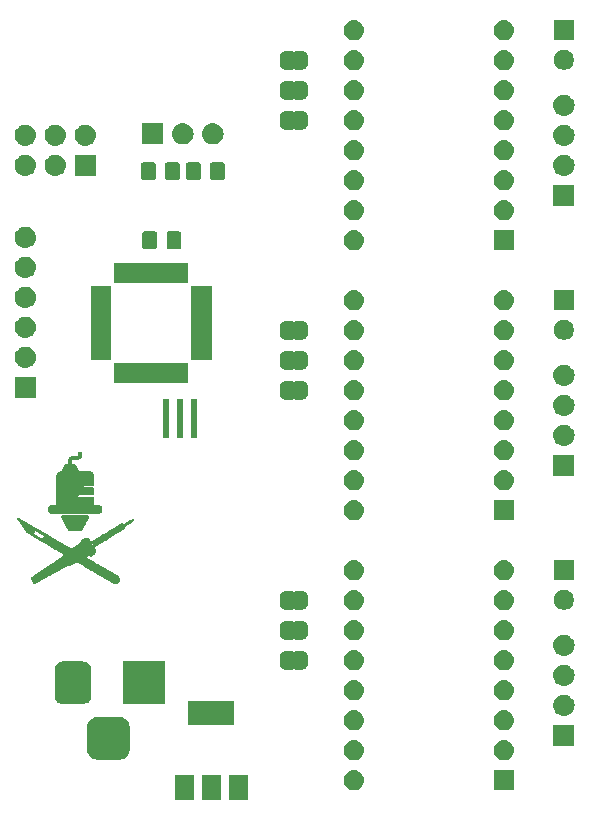
<source format=gbr>
G04 #@! TF.GenerationSoftware,KiCad,Pcbnew,(5.0.2-5-10.14)*
G04 #@! TF.CreationDate,2019-10-07T17:27:23-04:00*
G04 #@! TF.ProjectId,mobo,6d6f626f-2e6b-4696-9361-645f70636258,rev?*
G04 #@! TF.SameCoordinates,Original*
G04 #@! TF.FileFunction,Soldermask,Top*
G04 #@! TF.FilePolarity,Negative*
%FSLAX46Y46*%
G04 Gerber Fmt 4.6, Leading zero omitted, Abs format (unit mm)*
G04 Created by KiCad (PCBNEW (5.0.2-5-10.14)) date Monday, October 07, 2019 at 05:27:23 PM*
%MOMM*%
%LPD*%
G01*
G04 APERTURE LIST*
%ADD10C,0.010000*%
%ADD11C,0.100000*%
G04 APERTURE END LIST*
D10*
G04 #@! TO.C,G\002A\002A\002A*
G36*
X175036364Y-63825437D02*
X175035460Y-63872260D01*
X175034451Y-63908370D01*
X175033146Y-63935751D01*
X175031359Y-63956391D01*
X175028900Y-63972275D01*
X175025580Y-63985389D01*
X175021212Y-63997719D01*
X175019633Y-64001650D01*
X174989465Y-64058905D01*
X174948851Y-64109652D01*
X174898657Y-64153156D01*
X174839750Y-64188681D01*
X174772995Y-64215493D01*
X174764654Y-64218044D01*
X174750829Y-64221900D01*
X174737008Y-64225037D01*
X174721628Y-64227562D01*
X174703124Y-64229582D01*
X174679932Y-64231202D01*
X174650489Y-64232530D01*
X174613229Y-64233670D01*
X174566588Y-64234731D01*
X174509003Y-64235817D01*
X174501175Y-64235956D01*
X174285275Y-64239775D01*
X174249053Y-64257561D01*
X174226675Y-64270386D01*
X174206724Y-64284922D01*
X174196666Y-64294561D01*
X174190908Y-64301757D01*
X174186711Y-64308964D01*
X174183828Y-64318211D01*
X174182012Y-64331526D01*
X174181016Y-64350939D01*
X174180595Y-64378480D01*
X174180501Y-64416177D01*
X174180500Y-64427587D01*
X174180500Y-64541400D01*
X173932850Y-64541400D01*
X173932850Y-64418909D01*
X173933692Y-64357464D01*
X173936658Y-64306579D01*
X173942409Y-64264197D01*
X173951603Y-64228262D01*
X173964901Y-64196719D01*
X173982962Y-64167511D01*
X174006447Y-64138582D01*
X174031106Y-64112736D01*
X174082747Y-64068943D01*
X174140707Y-64034795D01*
X174206959Y-64009147D01*
X174212353Y-64007523D01*
X174226185Y-64003679D01*
X174240046Y-64000550D01*
X174255500Y-63998030D01*
X174274112Y-63996012D01*
X174297446Y-63994391D01*
X174327065Y-63993060D01*
X174364534Y-63991912D01*
X174411416Y-63990842D01*
X174469276Y-63989744D01*
X174475775Y-63989627D01*
X174691675Y-63985775D01*
X174728035Y-63967919D01*
X174748462Y-63957564D01*
X174763829Y-63947987D01*
X174774857Y-63937250D01*
X174782266Y-63923415D01*
X174786774Y-63904541D01*
X174789103Y-63878692D01*
X174789971Y-63843927D01*
X174790100Y-63800768D01*
X174790100Y-63684150D01*
X175038806Y-63684150D01*
X175036364Y-63825437D01*
X175036364Y-63825437D01*
G37*
X175036364Y-63825437D02*
X175035460Y-63872260D01*
X175034451Y-63908370D01*
X175033146Y-63935751D01*
X175031359Y-63956391D01*
X175028900Y-63972275D01*
X175025580Y-63985389D01*
X175021212Y-63997719D01*
X175019633Y-64001650D01*
X174989465Y-64058905D01*
X174948851Y-64109652D01*
X174898657Y-64153156D01*
X174839750Y-64188681D01*
X174772995Y-64215493D01*
X174764654Y-64218044D01*
X174750829Y-64221900D01*
X174737008Y-64225037D01*
X174721628Y-64227562D01*
X174703124Y-64229582D01*
X174679932Y-64231202D01*
X174650489Y-64232530D01*
X174613229Y-64233670D01*
X174566588Y-64234731D01*
X174509003Y-64235817D01*
X174501175Y-64235956D01*
X174285275Y-64239775D01*
X174249053Y-64257561D01*
X174226675Y-64270386D01*
X174206724Y-64284922D01*
X174196666Y-64294561D01*
X174190908Y-64301757D01*
X174186711Y-64308964D01*
X174183828Y-64318211D01*
X174182012Y-64331526D01*
X174181016Y-64350939D01*
X174180595Y-64378480D01*
X174180501Y-64416177D01*
X174180500Y-64427587D01*
X174180500Y-64541400D01*
X173932850Y-64541400D01*
X173932850Y-64418909D01*
X173933692Y-64357464D01*
X173936658Y-64306579D01*
X173942409Y-64264197D01*
X173951603Y-64228262D01*
X173964901Y-64196719D01*
X173982962Y-64167511D01*
X174006447Y-64138582D01*
X174031106Y-64112736D01*
X174082747Y-64068943D01*
X174140707Y-64034795D01*
X174206959Y-64009147D01*
X174212353Y-64007523D01*
X174226185Y-64003679D01*
X174240046Y-64000550D01*
X174255500Y-63998030D01*
X174274112Y-63996012D01*
X174297446Y-63994391D01*
X174327065Y-63993060D01*
X174364534Y-63991912D01*
X174411416Y-63990842D01*
X174469276Y-63989744D01*
X174475775Y-63989627D01*
X174691675Y-63985775D01*
X174728035Y-63967919D01*
X174748462Y-63957564D01*
X174763829Y-63947987D01*
X174774857Y-63937250D01*
X174782266Y-63923415D01*
X174786774Y-63904541D01*
X174789103Y-63878692D01*
X174789971Y-63843927D01*
X174790100Y-63800768D01*
X174790100Y-63684150D01*
X175038806Y-63684150D01*
X175036364Y-63825437D01*
G36*
X174041761Y-64630427D02*
X174062235Y-64630439D01*
X174135843Y-64630492D01*
X174197850Y-64630607D01*
X174249355Y-64630824D01*
X174291457Y-64631179D01*
X174325256Y-64631709D01*
X174351849Y-64632453D01*
X174372337Y-64633448D01*
X174387817Y-64634731D01*
X174399390Y-64636340D01*
X174408154Y-64638313D01*
X174415208Y-64640686D01*
X174419820Y-64642653D01*
X174437032Y-64652661D01*
X174453428Y-64667380D01*
X174470163Y-64688376D01*
X174488392Y-64717214D01*
X174509268Y-64755460D01*
X174523109Y-64782700D01*
X174541032Y-64818347D01*
X174562112Y-64859816D01*
X174583584Y-64901693D01*
X174600881Y-64935100D01*
X174620774Y-64973290D01*
X174643224Y-65016402D01*
X174665292Y-65058795D01*
X174681881Y-65090675D01*
X174699814Y-65124987D01*
X174718783Y-65161017D01*
X174736445Y-65194331D01*
X174749671Y-65219035D01*
X174777818Y-65271196D01*
X175258621Y-65273010D01*
X175739425Y-65274825D01*
X175780700Y-65289544D01*
X175809291Y-65301687D01*
X175839811Y-65317594D01*
X175858686Y-65329231D01*
X175877599Y-65341656D01*
X175892440Y-65350598D01*
X175900109Y-65354193D01*
X175900227Y-65354200D01*
X175906895Y-65358479D01*
X175918871Y-65369263D01*
X175933131Y-65383465D01*
X175946656Y-65398003D01*
X175956422Y-65409791D01*
X175959326Y-65414525D01*
X175963889Y-65422734D01*
X175973532Y-65438011D01*
X175985497Y-65456048D01*
X176001155Y-65482013D01*
X176016035Y-65511302D01*
X176023597Y-65529073D01*
X176026504Y-65536973D01*
X176028990Y-65544761D01*
X176031094Y-65553453D01*
X176032850Y-65564066D01*
X176034297Y-65577617D01*
X176035470Y-65595122D01*
X176036407Y-65617599D01*
X176037144Y-65646064D01*
X176037718Y-65681534D01*
X176038166Y-65725026D01*
X176038524Y-65777556D01*
X176038829Y-65840142D01*
X176039118Y-65913800D01*
X176039300Y-65963800D01*
X176040725Y-66360675D01*
X176026600Y-66389109D01*
X176014082Y-66409118D01*
X175997281Y-66424148D01*
X175978412Y-66435146D01*
X175944349Y-66452750D01*
X175606937Y-66452785D01*
X175528151Y-66452918D01*
X175457594Y-66453294D01*
X175395943Y-66453898D01*
X175343875Y-66454720D01*
X175302067Y-66455746D01*
X175271196Y-66456965D01*
X175251940Y-66458365D01*
X175246234Y-66459289D01*
X175226564Y-66468681D01*
X175207247Y-66483945D01*
X175203372Y-66488050D01*
X175190562Y-66505349D01*
X175184889Y-66522605D01*
X175183800Y-66541496D01*
X175185014Y-66560381D01*
X175188104Y-66573524D01*
X175190253Y-66576639D01*
X175194257Y-66583713D01*
X175193578Y-66585690D01*
X175195259Y-66593231D01*
X175201412Y-66600310D01*
X175207998Y-66605964D01*
X175214451Y-66610774D01*
X175221807Y-66614818D01*
X175231104Y-66618174D01*
X175243377Y-66620921D01*
X175259664Y-66623135D01*
X175281002Y-66624895D01*
X175308427Y-66626279D01*
X175342976Y-66627364D01*
X175385686Y-66628229D01*
X175437593Y-66628950D01*
X175499734Y-66629607D01*
X175573147Y-66630277D01*
X175604031Y-66630550D01*
X175680729Y-66631238D01*
X175745750Y-66631870D01*
X175800116Y-66632489D01*
X175844849Y-66633141D01*
X175880972Y-66633869D01*
X175909507Y-66634716D01*
X175931476Y-66635728D01*
X175947902Y-66636949D01*
X175959807Y-66638422D01*
X175968213Y-66640191D01*
X175974143Y-66642301D01*
X175978619Y-66644796D01*
X175981488Y-66646835D01*
X175996546Y-66660131D01*
X176013218Y-66677715D01*
X176018457Y-66683928D01*
X176037875Y-66707910D01*
X176039488Y-66927992D01*
X176039901Y-66986654D01*
X176040142Y-67034005D01*
X176040139Y-67071436D01*
X176039819Y-67100335D01*
X176039111Y-67122092D01*
X176037942Y-67138096D01*
X176036239Y-67149738D01*
X176033932Y-67158405D01*
X176030946Y-67165488D01*
X176027210Y-67172376D01*
X176026734Y-67173210D01*
X176012486Y-67192289D01*
X175993266Y-67211154D01*
X175984890Y-67217660D01*
X175957413Y-67236975D01*
X175353119Y-67240150D01*
X175251318Y-67240699D01*
X175161444Y-67241222D01*
X175082722Y-67241737D01*
X175014379Y-67242262D01*
X174955641Y-67242812D01*
X174905735Y-67243406D01*
X174863886Y-67244061D01*
X174829322Y-67244793D01*
X174801267Y-67245620D01*
X174778949Y-67246560D01*
X174761594Y-67247629D01*
X174748429Y-67248845D01*
X174738678Y-67250225D01*
X174731570Y-67251786D01*
X174726330Y-67253545D01*
X174724972Y-67254130D01*
X174706298Y-67266291D01*
X174695018Y-67281003D01*
X174694809Y-67281531D01*
X174690769Y-67300385D01*
X174688869Y-67326658D01*
X174689104Y-67355252D01*
X174691469Y-67381069D01*
X174694916Y-67396364D01*
X174701332Y-67414775D01*
X175318803Y-67414775D01*
X175406622Y-67414824D01*
X175491071Y-67414969D01*
X175571253Y-67415202D01*
X175646274Y-67415516D01*
X175715239Y-67415904D01*
X175777252Y-67416359D01*
X175831418Y-67416875D01*
X175876843Y-67417444D01*
X175912629Y-67418059D01*
X175937884Y-67418714D01*
X175951710Y-67419401D01*
X175953897Y-67419698D01*
X175972975Y-67429149D01*
X175994575Y-67445835D01*
X176014723Y-67466082D01*
X176029442Y-67486213D01*
X176032495Y-67492358D01*
X176034771Y-67504251D01*
X176036727Y-67527213D01*
X176038365Y-67559615D01*
X176039685Y-67599831D01*
X176040686Y-67646234D01*
X176041369Y-67697195D01*
X176041733Y-67751087D01*
X176041780Y-67806283D01*
X176041508Y-67861155D01*
X176040919Y-67914077D01*
X176040012Y-67963419D01*
X176038787Y-68007556D01*
X176037244Y-68044859D01*
X176035384Y-68073701D01*
X176033207Y-68092454D01*
X176032455Y-68096016D01*
X176023860Y-68129150D01*
X176243846Y-68129150D01*
X176308418Y-68129239D01*
X176361783Y-68129627D01*
X176405430Y-68130493D01*
X176440851Y-68132017D01*
X176469537Y-68134378D01*
X176492979Y-68137756D01*
X176512667Y-68142330D01*
X176530094Y-68148280D01*
X176546750Y-68155786D01*
X176564127Y-68165027D01*
X176570213Y-68168454D01*
X176591344Y-68180445D01*
X176609598Y-68190801D01*
X176619943Y-68196668D01*
X176638140Y-68209965D01*
X176658433Y-68229079D01*
X176676381Y-68249484D01*
X176686454Y-68264425D01*
X176697295Y-68281550D01*
X176707675Y-68294125D01*
X176715643Y-68305853D01*
X176725475Y-68325585D01*
X176735154Y-68349235D01*
X176735912Y-68351316D01*
X176743333Y-68373675D01*
X176748125Y-68393962D01*
X176750823Y-68416123D01*
X176751962Y-68444104D01*
X176752116Y-68470840D01*
X176749375Y-68527504D01*
X176740768Y-68575752D01*
X176725383Y-68618863D01*
X176702309Y-68660114D01*
X176697466Y-68667308D01*
X176681965Y-68687501D01*
X176663125Y-68708690D01*
X176643331Y-68728579D01*
X176624969Y-68744868D01*
X176610425Y-68755259D01*
X176603535Y-68757800D01*
X176593705Y-68761804D01*
X176582112Y-68770640D01*
X176568885Y-68779505D01*
X176548333Y-68789658D01*
X176528527Y-68797556D01*
X176488725Y-68811632D01*
X174501175Y-68812781D01*
X174305478Y-68812885D01*
X174122121Y-68812963D01*
X173950743Y-68813012D01*
X173790984Y-68813033D01*
X173642483Y-68813024D01*
X173504881Y-68812983D01*
X173377816Y-68812909D01*
X173260928Y-68812802D01*
X173153857Y-68812660D01*
X173056242Y-68812481D01*
X172967724Y-68812265D01*
X172887941Y-68812011D01*
X172816533Y-68811716D01*
X172753140Y-68811380D01*
X172697402Y-68811002D01*
X172648957Y-68810580D01*
X172607447Y-68810113D01*
X172572509Y-68809601D01*
X172543784Y-68809041D01*
X172520912Y-68808432D01*
X172503532Y-68807774D01*
X172491284Y-68807065D01*
X172483807Y-68806304D01*
X172481875Y-68805937D01*
X172420661Y-68784309D01*
X172363480Y-68751946D01*
X172315187Y-68712245D01*
X172298929Y-68695131D01*
X172287061Y-68680590D01*
X172281907Y-68671502D01*
X172281850Y-68670952D01*
X172278029Y-68663249D01*
X172275500Y-68662550D01*
X172269753Y-68657457D01*
X172269150Y-68653704D01*
X172264041Y-68643832D01*
X172259928Y-68641320D01*
X172254016Y-68633999D01*
X172246063Y-68617443D01*
X172237426Y-68594653D01*
X172233852Y-68583723D01*
X172226405Y-68558412D01*
X172221697Y-68537262D01*
X172219266Y-68516131D01*
X172218649Y-68490878D01*
X172219385Y-68457363D01*
X172219468Y-68454820D01*
X172220919Y-68420814D01*
X172223095Y-68395854D01*
X172226659Y-68376288D01*
X172232279Y-68358462D01*
X172240620Y-68338723D01*
X172240630Y-68338700D01*
X172252247Y-68315328D01*
X172264342Y-68294582D01*
X172273761Y-68281614D01*
X172283654Y-68268956D01*
X172288171Y-68259573D01*
X172288200Y-68259124D01*
X172292730Y-68251138D01*
X172304401Y-68238083D01*
X172320328Y-68222692D01*
X172337631Y-68207697D01*
X172353425Y-68195828D01*
X172358050Y-68192926D01*
X172407954Y-68165825D01*
X172450262Y-68146820D01*
X172483775Y-68136352D01*
X172501133Y-68134147D01*
X172530427Y-68132316D01*
X172570895Y-68130881D01*
X172621779Y-68129862D01*
X172682317Y-68129283D01*
X172733691Y-68129150D01*
X172791817Y-68129117D01*
X172838463Y-68128976D01*
X172874851Y-68128663D01*
X172902201Y-68128114D01*
X172921735Y-68127265D01*
X172934672Y-68126052D01*
X172942234Y-68124410D01*
X172945641Y-68122277D01*
X172946115Y-68119587D01*
X172945642Y-68118037D01*
X172943711Y-68112276D01*
X172941941Y-68105001D01*
X172940324Y-68095682D01*
X172938855Y-68083791D01*
X172937528Y-68068798D01*
X172936338Y-68050175D01*
X172935278Y-68027391D01*
X172934342Y-67999919D01*
X172933525Y-67967229D01*
X172932820Y-67928791D01*
X172932223Y-67884077D01*
X172931726Y-67832558D01*
X172931324Y-67773704D01*
X172931011Y-67706987D01*
X172930782Y-67631877D01*
X172930630Y-67547844D01*
X172930549Y-67454361D01*
X172930534Y-67350898D01*
X172930579Y-67236925D01*
X172930678Y-67111914D01*
X172930825Y-66975335D01*
X172931013Y-66826660D01*
X172931043Y-66804818D01*
X172932725Y-65566925D01*
X172949815Y-65524295D01*
X172963028Y-65495953D01*
X172979716Y-65466288D01*
X172992677Y-65446778D01*
X173005647Y-65428486D01*
X173014904Y-65414028D01*
X173018449Y-65406525D01*
X173018450Y-65406516D01*
X173022726Y-65399191D01*
X173033138Y-65387337D01*
X173046063Y-65374549D01*
X173057875Y-65364425D01*
X173064775Y-65360550D01*
X173071966Y-65357139D01*
X173085989Y-65348313D01*
X173099397Y-65339085D01*
X173157453Y-65304716D01*
X173218055Y-65282635D01*
X173282164Y-65272526D01*
X173305359Y-65271760D01*
X173326451Y-65271038D01*
X173338232Y-65268298D01*
X173344057Y-65262425D01*
X173345646Y-65258409D01*
X173350124Y-65248109D01*
X173359450Y-65229159D01*
X173372363Y-65204044D01*
X173387605Y-65175248D01*
X173391547Y-65167922D01*
X173411496Y-65130609D01*
X173433626Y-65088648D01*
X173455027Y-65047584D01*
X173470409Y-65017650D01*
X173488298Y-64982790D01*
X173509542Y-64941846D01*
X173531482Y-64899917D01*
X173551459Y-64862106D01*
X173551476Y-64862075D01*
X173569843Y-64827318D01*
X173588635Y-64791377D01*
X173605807Y-64758185D01*
X173619316Y-64731676D01*
X173620858Y-64728602D01*
X173630806Y-64708512D01*
X173639691Y-64691359D01*
X173648554Y-64676911D01*
X173658433Y-64664937D01*
X173670367Y-64655206D01*
X173685396Y-64647487D01*
X173704560Y-64641549D01*
X173728897Y-64637160D01*
X173759447Y-64634090D01*
X173797248Y-64632107D01*
X173843341Y-64630981D01*
X173898765Y-64630479D01*
X173964558Y-64630372D01*
X174041761Y-64630427D01*
X174041761Y-64630427D01*
G37*
X174041761Y-64630427D02*
X174062235Y-64630439D01*
X174135843Y-64630492D01*
X174197850Y-64630607D01*
X174249355Y-64630824D01*
X174291457Y-64631179D01*
X174325256Y-64631709D01*
X174351849Y-64632453D01*
X174372337Y-64633448D01*
X174387817Y-64634731D01*
X174399390Y-64636340D01*
X174408154Y-64638313D01*
X174415208Y-64640686D01*
X174419820Y-64642653D01*
X174437032Y-64652661D01*
X174453428Y-64667380D01*
X174470163Y-64688376D01*
X174488392Y-64717214D01*
X174509268Y-64755460D01*
X174523109Y-64782700D01*
X174541032Y-64818347D01*
X174562112Y-64859816D01*
X174583584Y-64901693D01*
X174600881Y-64935100D01*
X174620774Y-64973290D01*
X174643224Y-65016402D01*
X174665292Y-65058795D01*
X174681881Y-65090675D01*
X174699814Y-65124987D01*
X174718783Y-65161017D01*
X174736445Y-65194331D01*
X174749671Y-65219035D01*
X174777818Y-65271196D01*
X175258621Y-65273010D01*
X175739425Y-65274825D01*
X175780700Y-65289544D01*
X175809291Y-65301687D01*
X175839811Y-65317594D01*
X175858686Y-65329231D01*
X175877599Y-65341656D01*
X175892440Y-65350598D01*
X175900109Y-65354193D01*
X175900227Y-65354200D01*
X175906895Y-65358479D01*
X175918871Y-65369263D01*
X175933131Y-65383465D01*
X175946656Y-65398003D01*
X175956422Y-65409791D01*
X175959326Y-65414525D01*
X175963889Y-65422734D01*
X175973532Y-65438011D01*
X175985497Y-65456048D01*
X176001155Y-65482013D01*
X176016035Y-65511302D01*
X176023597Y-65529073D01*
X176026504Y-65536973D01*
X176028990Y-65544761D01*
X176031094Y-65553453D01*
X176032850Y-65564066D01*
X176034297Y-65577617D01*
X176035470Y-65595122D01*
X176036407Y-65617599D01*
X176037144Y-65646064D01*
X176037718Y-65681534D01*
X176038166Y-65725026D01*
X176038524Y-65777556D01*
X176038829Y-65840142D01*
X176039118Y-65913800D01*
X176039300Y-65963800D01*
X176040725Y-66360675D01*
X176026600Y-66389109D01*
X176014082Y-66409118D01*
X175997281Y-66424148D01*
X175978412Y-66435146D01*
X175944349Y-66452750D01*
X175606937Y-66452785D01*
X175528151Y-66452918D01*
X175457594Y-66453294D01*
X175395943Y-66453898D01*
X175343875Y-66454720D01*
X175302067Y-66455746D01*
X175271196Y-66456965D01*
X175251940Y-66458365D01*
X175246234Y-66459289D01*
X175226564Y-66468681D01*
X175207247Y-66483945D01*
X175203372Y-66488050D01*
X175190562Y-66505349D01*
X175184889Y-66522605D01*
X175183800Y-66541496D01*
X175185014Y-66560381D01*
X175188104Y-66573524D01*
X175190253Y-66576639D01*
X175194257Y-66583713D01*
X175193578Y-66585690D01*
X175195259Y-66593231D01*
X175201412Y-66600310D01*
X175207998Y-66605964D01*
X175214451Y-66610774D01*
X175221807Y-66614818D01*
X175231104Y-66618174D01*
X175243377Y-66620921D01*
X175259664Y-66623135D01*
X175281002Y-66624895D01*
X175308427Y-66626279D01*
X175342976Y-66627364D01*
X175385686Y-66628229D01*
X175437593Y-66628950D01*
X175499734Y-66629607D01*
X175573147Y-66630277D01*
X175604031Y-66630550D01*
X175680729Y-66631238D01*
X175745750Y-66631870D01*
X175800116Y-66632489D01*
X175844849Y-66633141D01*
X175880972Y-66633869D01*
X175909507Y-66634716D01*
X175931476Y-66635728D01*
X175947902Y-66636949D01*
X175959807Y-66638422D01*
X175968213Y-66640191D01*
X175974143Y-66642301D01*
X175978619Y-66644796D01*
X175981488Y-66646835D01*
X175996546Y-66660131D01*
X176013218Y-66677715D01*
X176018457Y-66683928D01*
X176037875Y-66707910D01*
X176039488Y-66927992D01*
X176039901Y-66986654D01*
X176040142Y-67034005D01*
X176040139Y-67071436D01*
X176039819Y-67100335D01*
X176039111Y-67122092D01*
X176037942Y-67138096D01*
X176036239Y-67149738D01*
X176033932Y-67158405D01*
X176030946Y-67165488D01*
X176027210Y-67172376D01*
X176026734Y-67173210D01*
X176012486Y-67192289D01*
X175993266Y-67211154D01*
X175984890Y-67217660D01*
X175957413Y-67236975D01*
X175353119Y-67240150D01*
X175251318Y-67240699D01*
X175161444Y-67241222D01*
X175082722Y-67241737D01*
X175014379Y-67242262D01*
X174955641Y-67242812D01*
X174905735Y-67243406D01*
X174863886Y-67244061D01*
X174829322Y-67244793D01*
X174801267Y-67245620D01*
X174778949Y-67246560D01*
X174761594Y-67247629D01*
X174748429Y-67248845D01*
X174738678Y-67250225D01*
X174731570Y-67251786D01*
X174726330Y-67253545D01*
X174724972Y-67254130D01*
X174706298Y-67266291D01*
X174695018Y-67281003D01*
X174694809Y-67281531D01*
X174690769Y-67300385D01*
X174688869Y-67326658D01*
X174689104Y-67355252D01*
X174691469Y-67381069D01*
X174694916Y-67396364D01*
X174701332Y-67414775D01*
X175318803Y-67414775D01*
X175406622Y-67414824D01*
X175491071Y-67414969D01*
X175571253Y-67415202D01*
X175646274Y-67415516D01*
X175715239Y-67415904D01*
X175777252Y-67416359D01*
X175831418Y-67416875D01*
X175876843Y-67417444D01*
X175912629Y-67418059D01*
X175937884Y-67418714D01*
X175951710Y-67419401D01*
X175953897Y-67419698D01*
X175972975Y-67429149D01*
X175994575Y-67445835D01*
X176014723Y-67466082D01*
X176029442Y-67486213D01*
X176032495Y-67492358D01*
X176034771Y-67504251D01*
X176036727Y-67527213D01*
X176038365Y-67559615D01*
X176039685Y-67599831D01*
X176040686Y-67646234D01*
X176041369Y-67697195D01*
X176041733Y-67751087D01*
X176041780Y-67806283D01*
X176041508Y-67861155D01*
X176040919Y-67914077D01*
X176040012Y-67963419D01*
X176038787Y-68007556D01*
X176037244Y-68044859D01*
X176035384Y-68073701D01*
X176033207Y-68092454D01*
X176032455Y-68096016D01*
X176023860Y-68129150D01*
X176243846Y-68129150D01*
X176308418Y-68129239D01*
X176361783Y-68129627D01*
X176405430Y-68130493D01*
X176440851Y-68132017D01*
X176469537Y-68134378D01*
X176492979Y-68137756D01*
X176512667Y-68142330D01*
X176530094Y-68148280D01*
X176546750Y-68155786D01*
X176564127Y-68165027D01*
X176570213Y-68168454D01*
X176591344Y-68180445D01*
X176609598Y-68190801D01*
X176619943Y-68196668D01*
X176638140Y-68209965D01*
X176658433Y-68229079D01*
X176676381Y-68249484D01*
X176686454Y-68264425D01*
X176697295Y-68281550D01*
X176707675Y-68294125D01*
X176715643Y-68305853D01*
X176725475Y-68325585D01*
X176735154Y-68349235D01*
X176735912Y-68351316D01*
X176743333Y-68373675D01*
X176748125Y-68393962D01*
X176750823Y-68416123D01*
X176751962Y-68444104D01*
X176752116Y-68470840D01*
X176749375Y-68527504D01*
X176740768Y-68575752D01*
X176725383Y-68618863D01*
X176702309Y-68660114D01*
X176697466Y-68667308D01*
X176681965Y-68687501D01*
X176663125Y-68708690D01*
X176643331Y-68728579D01*
X176624969Y-68744868D01*
X176610425Y-68755259D01*
X176603535Y-68757800D01*
X176593705Y-68761804D01*
X176582112Y-68770640D01*
X176568885Y-68779505D01*
X176548333Y-68789658D01*
X176528527Y-68797556D01*
X176488725Y-68811632D01*
X174501175Y-68812781D01*
X174305478Y-68812885D01*
X174122121Y-68812963D01*
X173950743Y-68813012D01*
X173790984Y-68813033D01*
X173642483Y-68813024D01*
X173504881Y-68812983D01*
X173377816Y-68812909D01*
X173260928Y-68812802D01*
X173153857Y-68812660D01*
X173056242Y-68812481D01*
X172967724Y-68812265D01*
X172887941Y-68812011D01*
X172816533Y-68811716D01*
X172753140Y-68811380D01*
X172697402Y-68811002D01*
X172648957Y-68810580D01*
X172607447Y-68810113D01*
X172572509Y-68809601D01*
X172543784Y-68809041D01*
X172520912Y-68808432D01*
X172503532Y-68807774D01*
X172491284Y-68807065D01*
X172483807Y-68806304D01*
X172481875Y-68805937D01*
X172420661Y-68784309D01*
X172363480Y-68751946D01*
X172315187Y-68712245D01*
X172298929Y-68695131D01*
X172287061Y-68680590D01*
X172281907Y-68671502D01*
X172281850Y-68670952D01*
X172278029Y-68663249D01*
X172275500Y-68662550D01*
X172269753Y-68657457D01*
X172269150Y-68653704D01*
X172264041Y-68643832D01*
X172259928Y-68641320D01*
X172254016Y-68633999D01*
X172246063Y-68617443D01*
X172237426Y-68594653D01*
X172233852Y-68583723D01*
X172226405Y-68558412D01*
X172221697Y-68537262D01*
X172219266Y-68516131D01*
X172218649Y-68490878D01*
X172219385Y-68457363D01*
X172219468Y-68454820D01*
X172220919Y-68420814D01*
X172223095Y-68395854D01*
X172226659Y-68376288D01*
X172232279Y-68358462D01*
X172240620Y-68338723D01*
X172240630Y-68338700D01*
X172252247Y-68315328D01*
X172264342Y-68294582D01*
X172273761Y-68281614D01*
X172283654Y-68268956D01*
X172288171Y-68259573D01*
X172288200Y-68259124D01*
X172292730Y-68251138D01*
X172304401Y-68238083D01*
X172320328Y-68222692D01*
X172337631Y-68207697D01*
X172353425Y-68195828D01*
X172358050Y-68192926D01*
X172407954Y-68165825D01*
X172450262Y-68146820D01*
X172483775Y-68136352D01*
X172501133Y-68134147D01*
X172530427Y-68132316D01*
X172570895Y-68130881D01*
X172621779Y-68129862D01*
X172682317Y-68129283D01*
X172733691Y-68129150D01*
X172791817Y-68129117D01*
X172838463Y-68128976D01*
X172874851Y-68128663D01*
X172902201Y-68128114D01*
X172921735Y-68127265D01*
X172934672Y-68126052D01*
X172942234Y-68124410D01*
X172945641Y-68122277D01*
X172946115Y-68119587D01*
X172945642Y-68118037D01*
X172943711Y-68112276D01*
X172941941Y-68105001D01*
X172940324Y-68095682D01*
X172938855Y-68083791D01*
X172937528Y-68068798D01*
X172936338Y-68050175D01*
X172935278Y-68027391D01*
X172934342Y-67999919D01*
X172933525Y-67967229D01*
X172932820Y-67928791D01*
X172932223Y-67884077D01*
X172931726Y-67832558D01*
X172931324Y-67773704D01*
X172931011Y-67706987D01*
X172930782Y-67631877D01*
X172930630Y-67547844D01*
X172930549Y-67454361D01*
X172930534Y-67350898D01*
X172930579Y-67236925D01*
X172930678Y-67111914D01*
X172930825Y-66975335D01*
X172931013Y-66826660D01*
X172931043Y-66804818D01*
X172932725Y-65566925D01*
X172949815Y-65524295D01*
X172963028Y-65495953D01*
X172979716Y-65466288D01*
X172992677Y-65446778D01*
X173005647Y-65428486D01*
X173014904Y-65414028D01*
X173018449Y-65406525D01*
X173018450Y-65406516D01*
X173022726Y-65399191D01*
X173033138Y-65387337D01*
X173046063Y-65374549D01*
X173057875Y-65364425D01*
X173064775Y-65360550D01*
X173071966Y-65357139D01*
X173085989Y-65348313D01*
X173099397Y-65339085D01*
X173157453Y-65304716D01*
X173218055Y-65282635D01*
X173282164Y-65272526D01*
X173305359Y-65271760D01*
X173326451Y-65271038D01*
X173338232Y-65268298D01*
X173344057Y-65262425D01*
X173345646Y-65258409D01*
X173350124Y-65248109D01*
X173359450Y-65229159D01*
X173372363Y-65204044D01*
X173387605Y-65175248D01*
X173391547Y-65167922D01*
X173411496Y-65130609D01*
X173433626Y-65088648D01*
X173455027Y-65047584D01*
X173470409Y-65017650D01*
X173488298Y-64982790D01*
X173509542Y-64941846D01*
X173531482Y-64899917D01*
X173551459Y-64862106D01*
X173551476Y-64862075D01*
X173569843Y-64827318D01*
X173588635Y-64791377D01*
X173605807Y-64758185D01*
X173619316Y-64731676D01*
X173620858Y-64728602D01*
X173630806Y-64708512D01*
X173639691Y-64691359D01*
X173648554Y-64676911D01*
X173658433Y-64664937D01*
X173670367Y-64655206D01*
X173685396Y-64647487D01*
X173704560Y-64641549D01*
X173728897Y-64637160D01*
X173759447Y-64634090D01*
X173797248Y-64632107D01*
X173843341Y-64630981D01*
X173898765Y-64630479D01*
X173964558Y-64630372D01*
X174041761Y-64630427D01*
G36*
X175552100Y-69005922D02*
X175575960Y-69023828D01*
X175593271Y-69048168D01*
X175596022Y-69053547D01*
X175607521Y-69083144D01*
X175611483Y-69111913D01*
X175607680Y-69142696D01*
X175595882Y-69178337D01*
X175583809Y-69205475D01*
X175571844Y-69229987D01*
X175561580Y-69249923D01*
X175554400Y-69262653D01*
X175552068Y-69265800D01*
X175547773Y-69272373D01*
X175539097Y-69288217D01*
X175527182Y-69311166D01*
X175513169Y-69339055D01*
X175508585Y-69348350D01*
X175493828Y-69377953D01*
X175480490Y-69403890D01*
X175469821Y-69423787D01*
X175463072Y-69435268D01*
X175462073Y-69436631D01*
X175456568Y-69445341D01*
X175446673Y-69463081D01*
X175433653Y-69487509D01*
X175418772Y-69516284D01*
X175414074Y-69525531D01*
X175394666Y-69563658D01*
X175372177Y-69607461D01*
X175349468Y-69651387D01*
X175330347Y-69688075D01*
X175267566Y-69808304D01*
X175204665Y-69929589D01*
X175163855Y-70008750D01*
X175145036Y-70044910D01*
X175124361Y-70083919D01*
X175104396Y-70120974D01*
X175088385Y-70150060D01*
X175080288Y-70165269D01*
X175073547Y-70178618D01*
X175067329Y-70190226D01*
X175060801Y-70200214D01*
X175053131Y-70208701D01*
X175043484Y-70215806D01*
X175031028Y-70221649D01*
X175014930Y-70226349D01*
X174994356Y-70230026D01*
X174968473Y-70232801D01*
X174936448Y-70234791D01*
X174897449Y-70236117D01*
X174850641Y-70236898D01*
X174795192Y-70237255D01*
X174730268Y-70237306D01*
X174655037Y-70237171D01*
X174568665Y-70236970D01*
X174483781Y-70236834D01*
X174382732Y-70236679D01*
X174293835Y-70236424D01*
X174216544Y-70236060D01*
X174150313Y-70235579D01*
X174094593Y-70234973D01*
X174048839Y-70234235D01*
X174012503Y-70233355D01*
X173985038Y-70232325D01*
X173965898Y-70231138D01*
X173954536Y-70229786D01*
X173951236Y-70228896D01*
X173934798Y-70220060D01*
X173924101Y-70212637D01*
X173915238Y-70201757D01*
X173901049Y-70179501D01*
X173881602Y-70145989D01*
X173856966Y-70101344D01*
X173827209Y-70045686D01*
X173792938Y-69980175D01*
X173772314Y-69940428D01*
X173750278Y-69897986D01*
X173728891Y-69856816D01*
X173710213Y-69820885D01*
X173702235Y-69805550D01*
X173683127Y-69768820D01*
X173661616Y-69727449D01*
X173640750Y-69687301D01*
X173627957Y-69662675D01*
X173611145Y-69630312D01*
X173590819Y-69591205D01*
X173569329Y-69549873D01*
X173549026Y-69510836D01*
X173545430Y-69503925D01*
X173525483Y-69465451D01*
X173503798Y-69423400D01*
X173482775Y-69382440D01*
X173464816Y-69347242D01*
X173462156Y-69342000D01*
X173447673Y-69313815D01*
X173434776Y-69289424D01*
X173424776Y-69271255D01*
X173418983Y-69261739D01*
X173418642Y-69261305D01*
X173412784Y-69250914D01*
X173412150Y-69247547D01*
X173408104Y-69239729D01*
X173407387Y-69239341D01*
X173402523Y-69232969D01*
X173394045Y-69218079D01*
X173383654Y-69197688D01*
X173381987Y-69194242D01*
X173365631Y-69150319D01*
X173360913Y-69110177D01*
X173367788Y-69072614D01*
X173376837Y-69051975D01*
X173387176Y-69034596D01*
X173398493Y-69021838D01*
X173414402Y-69010476D01*
X173437550Y-68997785D01*
X173441789Y-68996684D01*
X173450401Y-68995681D01*
X173463897Y-68994771D01*
X173482791Y-68993950D01*
X173507594Y-68993214D01*
X173538819Y-68992560D01*
X173576979Y-68991982D01*
X173622586Y-68991478D01*
X173676152Y-68991044D01*
X173738191Y-68990674D01*
X173809215Y-68990365D01*
X173889735Y-68990114D01*
X173980266Y-68989916D01*
X174081318Y-68989767D01*
X174193406Y-68989663D01*
X174317040Y-68989601D01*
X174452734Y-68989576D01*
X174488475Y-68989575D01*
X175523525Y-68989575D01*
X175552100Y-69005922D01*
X175552100Y-69005922D01*
G37*
X175552100Y-69005922D02*
X175575960Y-69023828D01*
X175593271Y-69048168D01*
X175596022Y-69053547D01*
X175607521Y-69083144D01*
X175611483Y-69111913D01*
X175607680Y-69142696D01*
X175595882Y-69178337D01*
X175583809Y-69205475D01*
X175571844Y-69229987D01*
X175561580Y-69249923D01*
X175554400Y-69262653D01*
X175552068Y-69265800D01*
X175547773Y-69272373D01*
X175539097Y-69288217D01*
X175527182Y-69311166D01*
X175513169Y-69339055D01*
X175508585Y-69348350D01*
X175493828Y-69377953D01*
X175480490Y-69403890D01*
X175469821Y-69423787D01*
X175463072Y-69435268D01*
X175462073Y-69436631D01*
X175456568Y-69445341D01*
X175446673Y-69463081D01*
X175433653Y-69487509D01*
X175418772Y-69516284D01*
X175414074Y-69525531D01*
X175394666Y-69563658D01*
X175372177Y-69607461D01*
X175349468Y-69651387D01*
X175330347Y-69688075D01*
X175267566Y-69808304D01*
X175204665Y-69929589D01*
X175163855Y-70008750D01*
X175145036Y-70044910D01*
X175124361Y-70083919D01*
X175104396Y-70120974D01*
X175088385Y-70150060D01*
X175080288Y-70165269D01*
X175073547Y-70178618D01*
X175067329Y-70190226D01*
X175060801Y-70200214D01*
X175053131Y-70208701D01*
X175043484Y-70215806D01*
X175031028Y-70221649D01*
X175014930Y-70226349D01*
X174994356Y-70230026D01*
X174968473Y-70232801D01*
X174936448Y-70234791D01*
X174897449Y-70236117D01*
X174850641Y-70236898D01*
X174795192Y-70237255D01*
X174730268Y-70237306D01*
X174655037Y-70237171D01*
X174568665Y-70236970D01*
X174483781Y-70236834D01*
X174382732Y-70236679D01*
X174293835Y-70236424D01*
X174216544Y-70236060D01*
X174150313Y-70235579D01*
X174094593Y-70234973D01*
X174048839Y-70234235D01*
X174012503Y-70233355D01*
X173985038Y-70232325D01*
X173965898Y-70231138D01*
X173954536Y-70229786D01*
X173951236Y-70228896D01*
X173934798Y-70220060D01*
X173924101Y-70212637D01*
X173915238Y-70201757D01*
X173901049Y-70179501D01*
X173881602Y-70145989D01*
X173856966Y-70101344D01*
X173827209Y-70045686D01*
X173792938Y-69980175D01*
X173772314Y-69940428D01*
X173750278Y-69897986D01*
X173728891Y-69856816D01*
X173710213Y-69820885D01*
X173702235Y-69805550D01*
X173683127Y-69768820D01*
X173661616Y-69727449D01*
X173640750Y-69687301D01*
X173627957Y-69662675D01*
X173611145Y-69630312D01*
X173590819Y-69591205D01*
X173569329Y-69549873D01*
X173549026Y-69510836D01*
X173545430Y-69503925D01*
X173525483Y-69465451D01*
X173503798Y-69423400D01*
X173482775Y-69382440D01*
X173464816Y-69347242D01*
X173462156Y-69342000D01*
X173447673Y-69313815D01*
X173434776Y-69289424D01*
X173424776Y-69271255D01*
X173418983Y-69261739D01*
X173418642Y-69261305D01*
X173412784Y-69250914D01*
X173412150Y-69247547D01*
X173408104Y-69239729D01*
X173407387Y-69239341D01*
X173402523Y-69232969D01*
X173394045Y-69218079D01*
X173383654Y-69197688D01*
X173381987Y-69194242D01*
X173365631Y-69150319D01*
X173360913Y-69110177D01*
X173367788Y-69072614D01*
X173376837Y-69051975D01*
X173387176Y-69034596D01*
X173398493Y-69021838D01*
X173414402Y-69010476D01*
X173437550Y-68997785D01*
X173441789Y-68996684D01*
X173450401Y-68995681D01*
X173463897Y-68994771D01*
X173482791Y-68993950D01*
X173507594Y-68993214D01*
X173538819Y-68992560D01*
X173576979Y-68991982D01*
X173622586Y-68991478D01*
X173676152Y-68991044D01*
X173738191Y-68990674D01*
X173809215Y-68990365D01*
X173889735Y-68990114D01*
X173980266Y-68989916D01*
X174081318Y-68989767D01*
X174193406Y-68989663D01*
X174317040Y-68989601D01*
X174452734Y-68989576D01*
X174488475Y-68989575D01*
X175523525Y-68989575D01*
X175552100Y-69005922D01*
G36*
X179454188Y-69331206D02*
X179456575Y-69334703D01*
X179456228Y-69338273D01*
X179451369Y-69345137D01*
X179438803Y-69359667D01*
X179419772Y-69380519D01*
X179395519Y-69406347D01*
X179367284Y-69435808D01*
X179344782Y-69458928D01*
X179235389Y-69570611D01*
X178944732Y-69746020D01*
X178889095Y-69779601D01*
X178836423Y-69811402D01*
X178787778Y-69840780D01*
X178744221Y-69867095D01*
X178706815Y-69889704D01*
X178676621Y-69907967D01*
X178654701Y-69921240D01*
X178642117Y-69928882D01*
X178639787Y-69930311D01*
X178629052Y-69939703D01*
X178625500Y-69947148D01*
X178628668Y-69955969D01*
X178637086Y-69972354D01*
X178649121Y-69993192D01*
X178652910Y-69999389D01*
X178669379Y-70026518D01*
X178679706Y-70045188D01*
X178684801Y-70057502D01*
X178685575Y-70065562D01*
X178683649Y-70070431D01*
X178677144Y-70075598D01*
X178661456Y-70086162D01*
X178638313Y-70101014D01*
X178609443Y-70119050D01*
X178576572Y-70139164D01*
X178571525Y-70142218D01*
X178529855Y-70167410D01*
X178481551Y-70196632D01*
X178430837Y-70227327D01*
X178381935Y-70256938D01*
X178346100Y-70278650D01*
X178314665Y-70297689D01*
X178272942Y-70322938D01*
X178221515Y-70354046D01*
X178160966Y-70390658D01*
X178091880Y-70432423D01*
X178014841Y-70478988D01*
X177930433Y-70530000D01*
X177839239Y-70585106D01*
X177741844Y-70643954D01*
X177638830Y-70706190D01*
X177530783Y-70771462D01*
X177418285Y-70839418D01*
X177301921Y-70909703D01*
X177182275Y-70981967D01*
X177059930Y-71055855D01*
X176935470Y-71131016D01*
X176809480Y-71207096D01*
X176761775Y-71235901D01*
X176682931Y-71283517D01*
X176606822Y-71329498D01*
X176534193Y-71373394D01*
X176465787Y-71414754D01*
X176402351Y-71453127D01*
X176344629Y-71488061D01*
X176293367Y-71519106D01*
X176249310Y-71545810D01*
X176213202Y-71567723D01*
X176185790Y-71584393D01*
X176167817Y-71595369D01*
X176160248Y-71600058D01*
X176144654Y-71609999D01*
X176135953Y-71614119D01*
X176130183Y-71613189D01*
X176123381Y-71607976D01*
X176122630Y-71607362D01*
X176117133Y-71600199D01*
X176105945Y-71583455D01*
X176089894Y-71558447D01*
X176069811Y-71526492D01*
X176046525Y-71488909D01*
X176020864Y-71447013D01*
X175999941Y-71412530D01*
X175966504Y-71356818D01*
X175939666Y-71311228D01*
X175919128Y-71275219D01*
X175904594Y-71248248D01*
X175895766Y-71229773D01*
X175892348Y-71219250D01*
X175892620Y-71216725D01*
X175893388Y-71215601D01*
X175894570Y-71214276D01*
X175896572Y-71212503D01*
X175899805Y-71210032D01*
X175904675Y-71206616D01*
X175911593Y-71202004D01*
X175920966Y-71195949D01*
X175933204Y-71188201D01*
X175948714Y-71178512D01*
X175967905Y-71166634D01*
X175991187Y-71152316D01*
X176018967Y-71135311D01*
X176051654Y-71115370D01*
X176089657Y-71092244D01*
X176133384Y-71065684D01*
X176183244Y-71035442D01*
X176239646Y-71001269D01*
X176302997Y-70962915D01*
X176373708Y-70920133D01*
X176452186Y-70872674D01*
X176538839Y-70820288D01*
X176634077Y-70762727D01*
X176738308Y-70699743D01*
X176851941Y-70631086D01*
X176975384Y-70556507D01*
X177109046Y-70475759D01*
X177193575Y-70424694D01*
X177323926Y-70345946D01*
X177443930Y-70273448D01*
X177554107Y-70206883D01*
X177654981Y-70145937D01*
X177747075Y-70090292D01*
X177830910Y-70039633D01*
X177907011Y-69993644D01*
X177975898Y-69952009D01*
X178038096Y-69914412D01*
X178094126Y-69880537D01*
X178144511Y-69850068D01*
X178189774Y-69822690D01*
X178230438Y-69798085D01*
X178267024Y-69775939D01*
X178300057Y-69755935D01*
X178330057Y-69737758D01*
X178357549Y-69721091D01*
X178383054Y-69705619D01*
X178388658Y-69702218D01*
X178412032Y-69688902D01*
X178432002Y-69679119D01*
X178445731Y-69674181D01*
X178449641Y-69674022D01*
X178456616Y-69680742D01*
X178467846Y-69695880D01*
X178481416Y-69716756D01*
X178488310Y-69728216D01*
X178502260Y-69750878D01*
X178514713Y-69769085D01*
X178523788Y-69780172D01*
X178526435Y-69782200D01*
X178530350Y-69781513D01*
X178538844Y-69777846D01*
X178552468Y-69770876D01*
X178571775Y-69760279D01*
X178597315Y-69745729D01*
X178629639Y-69726903D01*
X178669298Y-69703477D01*
X178716844Y-69675127D01*
X178772828Y-69641527D01*
X178837801Y-69602355D01*
X178912315Y-69557285D01*
X178996920Y-69505993D01*
X179026329Y-69488143D01*
X179058004Y-69468949D01*
X179084397Y-69453282D01*
X179107427Y-69440348D01*
X179129011Y-69429355D01*
X179151070Y-69419509D01*
X179175521Y-69410018D01*
X179204284Y-69400089D01*
X179239278Y-69388930D01*
X179282421Y-69375746D01*
X179335633Y-69359746D01*
X179340847Y-69358181D01*
X179381882Y-69346022D01*
X179412280Y-69337496D01*
X179433495Y-69332352D01*
X179446979Y-69330339D01*
X179454188Y-69331206D01*
X179454188Y-69331206D01*
G37*
X179454188Y-69331206D02*
X179456575Y-69334703D01*
X179456228Y-69338273D01*
X179451369Y-69345137D01*
X179438803Y-69359667D01*
X179419772Y-69380519D01*
X179395519Y-69406347D01*
X179367284Y-69435808D01*
X179344782Y-69458928D01*
X179235389Y-69570611D01*
X178944732Y-69746020D01*
X178889095Y-69779601D01*
X178836423Y-69811402D01*
X178787778Y-69840780D01*
X178744221Y-69867095D01*
X178706815Y-69889704D01*
X178676621Y-69907967D01*
X178654701Y-69921240D01*
X178642117Y-69928882D01*
X178639787Y-69930311D01*
X178629052Y-69939703D01*
X178625500Y-69947148D01*
X178628668Y-69955969D01*
X178637086Y-69972354D01*
X178649121Y-69993192D01*
X178652910Y-69999389D01*
X178669379Y-70026518D01*
X178679706Y-70045188D01*
X178684801Y-70057502D01*
X178685575Y-70065562D01*
X178683649Y-70070431D01*
X178677144Y-70075598D01*
X178661456Y-70086162D01*
X178638313Y-70101014D01*
X178609443Y-70119050D01*
X178576572Y-70139164D01*
X178571525Y-70142218D01*
X178529855Y-70167410D01*
X178481551Y-70196632D01*
X178430837Y-70227327D01*
X178381935Y-70256938D01*
X178346100Y-70278650D01*
X178314665Y-70297689D01*
X178272942Y-70322938D01*
X178221515Y-70354046D01*
X178160966Y-70390658D01*
X178091880Y-70432423D01*
X178014841Y-70478988D01*
X177930433Y-70530000D01*
X177839239Y-70585106D01*
X177741844Y-70643954D01*
X177638830Y-70706190D01*
X177530783Y-70771462D01*
X177418285Y-70839418D01*
X177301921Y-70909703D01*
X177182275Y-70981967D01*
X177059930Y-71055855D01*
X176935470Y-71131016D01*
X176809480Y-71207096D01*
X176761775Y-71235901D01*
X176682931Y-71283517D01*
X176606822Y-71329498D01*
X176534193Y-71373394D01*
X176465787Y-71414754D01*
X176402351Y-71453127D01*
X176344629Y-71488061D01*
X176293367Y-71519106D01*
X176249310Y-71545810D01*
X176213202Y-71567723D01*
X176185790Y-71584393D01*
X176167817Y-71595369D01*
X176160248Y-71600058D01*
X176144654Y-71609999D01*
X176135953Y-71614119D01*
X176130183Y-71613189D01*
X176123381Y-71607976D01*
X176122630Y-71607362D01*
X176117133Y-71600199D01*
X176105945Y-71583455D01*
X176089894Y-71558447D01*
X176069811Y-71526492D01*
X176046525Y-71488909D01*
X176020864Y-71447013D01*
X175999941Y-71412530D01*
X175966504Y-71356818D01*
X175939666Y-71311228D01*
X175919128Y-71275219D01*
X175904594Y-71248248D01*
X175895766Y-71229773D01*
X175892348Y-71219250D01*
X175892620Y-71216725D01*
X175893388Y-71215601D01*
X175894570Y-71214276D01*
X175896572Y-71212503D01*
X175899805Y-71210032D01*
X175904675Y-71206616D01*
X175911593Y-71202004D01*
X175920966Y-71195949D01*
X175933204Y-71188201D01*
X175948714Y-71178512D01*
X175967905Y-71166634D01*
X175991187Y-71152316D01*
X176018967Y-71135311D01*
X176051654Y-71115370D01*
X176089657Y-71092244D01*
X176133384Y-71065684D01*
X176183244Y-71035442D01*
X176239646Y-71001269D01*
X176302997Y-70962915D01*
X176373708Y-70920133D01*
X176452186Y-70872674D01*
X176538839Y-70820288D01*
X176634077Y-70762727D01*
X176738308Y-70699743D01*
X176851941Y-70631086D01*
X176975384Y-70556507D01*
X177109046Y-70475759D01*
X177193575Y-70424694D01*
X177323926Y-70345946D01*
X177443930Y-70273448D01*
X177554107Y-70206883D01*
X177654981Y-70145937D01*
X177747075Y-70090292D01*
X177830910Y-70039633D01*
X177907011Y-69993644D01*
X177975898Y-69952009D01*
X178038096Y-69914412D01*
X178094126Y-69880537D01*
X178144511Y-69850068D01*
X178189774Y-69822690D01*
X178230438Y-69798085D01*
X178267024Y-69775939D01*
X178300057Y-69755935D01*
X178330057Y-69737758D01*
X178357549Y-69721091D01*
X178383054Y-69705619D01*
X178388658Y-69702218D01*
X178412032Y-69688902D01*
X178432002Y-69679119D01*
X178445731Y-69674181D01*
X178449641Y-69674022D01*
X178456616Y-69680742D01*
X178467846Y-69695880D01*
X178481416Y-69716756D01*
X178488310Y-69728216D01*
X178502260Y-69750878D01*
X178514713Y-69769085D01*
X178523788Y-69780172D01*
X178526435Y-69782200D01*
X178530350Y-69781513D01*
X178538844Y-69777846D01*
X178552468Y-69770876D01*
X178571775Y-69760279D01*
X178597315Y-69745729D01*
X178629639Y-69726903D01*
X178669298Y-69703477D01*
X178716844Y-69675127D01*
X178772828Y-69641527D01*
X178837801Y-69602355D01*
X178912315Y-69557285D01*
X178996920Y-69505993D01*
X179026329Y-69488143D01*
X179058004Y-69468949D01*
X179084397Y-69453282D01*
X179107427Y-69440348D01*
X179129011Y-69429355D01*
X179151070Y-69419509D01*
X179175521Y-69410018D01*
X179204284Y-69400089D01*
X179239278Y-69388930D01*
X179282421Y-69375746D01*
X179335633Y-69359746D01*
X179340847Y-69358181D01*
X179381882Y-69346022D01*
X179412280Y-69337496D01*
X179433495Y-69332352D01*
X179446979Y-69330339D01*
X179454188Y-69331206D01*
G36*
X169656824Y-69224466D02*
X169674246Y-69233386D01*
X169700306Y-69247466D01*
X169733853Y-69266064D01*
X169773733Y-69288535D01*
X169818795Y-69314237D01*
X169867888Y-69342527D01*
X169909042Y-69366445D01*
X169962714Y-69397746D01*
X170025299Y-69434230D01*
X170094732Y-69474694D01*
X170168947Y-69517935D01*
X170245880Y-69562750D01*
X170323466Y-69607937D01*
X170399639Y-69652291D01*
X170472335Y-69694612D01*
X170503850Y-69712954D01*
X170581688Y-69758376D01*
X170649014Y-69797936D01*
X170706393Y-69831979D01*
X170754391Y-69860855D01*
X170793573Y-69884910D01*
X170824505Y-69904492D01*
X170847751Y-69919949D01*
X170863878Y-69931628D01*
X170873451Y-69939878D01*
X170874132Y-69940595D01*
X170903808Y-69979404D01*
X170930190Y-70026830D01*
X170951112Y-70078840D01*
X170955006Y-70091300D01*
X170962289Y-70114616D01*
X170968845Y-70133188D01*
X170973454Y-70143612D01*
X170974036Y-70144420D01*
X170979080Y-70141766D01*
X170988398Y-70130043D01*
X171000365Y-70111433D01*
X171006550Y-70100739D01*
X171020811Y-70076179D01*
X171034585Y-70054014D01*
X171045484Y-70038043D01*
X171047926Y-70034919D01*
X171057925Y-70024065D01*
X171065796Y-70022083D01*
X171077379Y-70027954D01*
X171079676Y-70029374D01*
X171099257Y-70041285D01*
X171127212Y-70057958D01*
X171162359Y-70078712D01*
X171203517Y-70102865D01*
X171249507Y-70129735D01*
X171299146Y-70158638D01*
X171351254Y-70188895D01*
X171404650Y-70219822D01*
X171458154Y-70250737D01*
X171510584Y-70280959D01*
X171560760Y-70309805D01*
X171607500Y-70336593D01*
X171649623Y-70360642D01*
X171685950Y-70381269D01*
X171715299Y-70397792D01*
X171736488Y-70409530D01*
X171748338Y-70415800D01*
X171750138Y-70416604D01*
X171762146Y-70422093D01*
X171783290Y-70433166D01*
X171811890Y-70448844D01*
X171846269Y-70468147D01*
X171884747Y-70490096D01*
X171925646Y-70513710D01*
X171967288Y-70538010D01*
X172007995Y-70562016D01*
X172046088Y-70584750D01*
X172079888Y-70605230D01*
X172107717Y-70622478D01*
X172127896Y-70635513D01*
X172138748Y-70643356D01*
X172138975Y-70643557D01*
X172155857Y-70656773D01*
X172177717Y-70671354D01*
X172189775Y-70678492D01*
X172198346Y-70683309D01*
X172208528Y-70689095D01*
X172221180Y-70696348D01*
X172237157Y-70705566D01*
X172257319Y-70717249D01*
X172282523Y-70731896D01*
X172313626Y-70750005D01*
X172351485Y-70772076D01*
X172396959Y-70798606D01*
X172450905Y-70830096D01*
X172514181Y-70867043D01*
X172580300Y-70905657D01*
X172642332Y-70941881D01*
X172711748Y-70982405D01*
X172786788Y-71026202D01*
X172865692Y-71072247D01*
X172946700Y-71119511D01*
X173028050Y-71166968D01*
X173107984Y-71213592D01*
X173184741Y-71258355D01*
X173256560Y-71300231D01*
X173321681Y-71338193D01*
X173378345Y-71371213D01*
X173399450Y-71383508D01*
X173432929Y-71403020D01*
X173475718Y-71427974D01*
X173526160Y-71457404D01*
X173582601Y-71490344D01*
X173643386Y-71525827D01*
X173706857Y-71562887D01*
X173771362Y-71600558D01*
X173835243Y-71637873D01*
X173856408Y-71650239D01*
X173929062Y-71692513D01*
X173993491Y-71729640D01*
X174049310Y-71761406D01*
X174096134Y-71787598D01*
X174133578Y-71808001D01*
X174161257Y-71822404D01*
X174178785Y-71830592D01*
X174185296Y-71832521D01*
X174195643Y-71828502D01*
X174213891Y-71818306D01*
X174237747Y-71803330D01*
X174264918Y-71784970D01*
X174274437Y-71778252D01*
X174303238Y-71757775D01*
X174333363Y-71736519D01*
X174366141Y-71713560D01*
X174402904Y-71687976D01*
X174444980Y-71658842D01*
X174493701Y-71625235D01*
X174550396Y-71586232D01*
X174609125Y-71545899D01*
X174647118Y-71519763D01*
X174687500Y-71491885D01*
X174726795Y-71464668D01*
X174761527Y-71440521D01*
X174781353Y-71426670D01*
X174813043Y-71404524D01*
X174851003Y-71378090D01*
X174891045Y-71350281D01*
X174928977Y-71324009D01*
X174939026Y-71317066D01*
X174968512Y-71296311D01*
X174994437Y-71277320D01*
X175014911Y-71261537D01*
X175028041Y-71250407D01*
X175031826Y-71246203D01*
X175033434Y-71230305D01*
X175028140Y-71212853D01*
X175019571Y-71176675D01*
X175022064Y-71138528D01*
X175030883Y-71111608D01*
X175035634Y-71102438D01*
X175041892Y-71093886D01*
X175051121Y-71084863D01*
X175064783Y-71074277D01*
X175084343Y-71061037D01*
X175111263Y-71044053D01*
X175147006Y-71022233D01*
X175166672Y-71010356D01*
X175207733Y-70985774D01*
X175239646Y-70967159D01*
X175264018Y-70953718D01*
X175282452Y-70944659D01*
X175296554Y-70939190D01*
X175307928Y-70936518D01*
X175317584Y-70935850D01*
X175347799Y-70940407D01*
X175378136Y-70952527D01*
X175403626Y-70969880D01*
X175413950Y-70981038D01*
X175424325Y-70993186D01*
X175432201Y-70999207D01*
X175432991Y-70999350D01*
X175440715Y-70996270D01*
X175456173Y-70988119D01*
X175476309Y-70976526D01*
X175480609Y-70973950D01*
X175506048Y-70959743D01*
X175526006Y-70951876D01*
X175544951Y-70948792D01*
X175553601Y-70948550D01*
X175590105Y-70953560D01*
X175619075Y-70968435D01*
X175629295Y-70978062D01*
X175631873Y-70981336D01*
X175635919Y-70987152D01*
X175641812Y-70996134D01*
X175649934Y-71008903D01*
X175660665Y-71026083D01*
X175674386Y-71048296D01*
X175691477Y-71076165D01*
X175712319Y-71110314D01*
X175737293Y-71151364D01*
X175766778Y-71199939D01*
X175801157Y-71256662D01*
X175840809Y-71322155D01*
X175886115Y-71397041D01*
X175937455Y-71481944D01*
X175958573Y-71516875D01*
X175985884Y-71562003D01*
X176017594Y-71614321D01*
X176051489Y-71670180D01*
X176085352Y-71725927D01*
X176116968Y-71777914D01*
X176130079Y-71799450D01*
X176157309Y-71844320D01*
X176178579Y-71879905D01*
X176194649Y-71907694D01*
X176206276Y-71929181D01*
X176214217Y-71945857D01*
X176219232Y-71959215D01*
X176222078Y-71970744D01*
X176223513Y-71981939D01*
X176223648Y-71983600D01*
X176222177Y-72014329D01*
X176211731Y-72040335D01*
X176191027Y-72063780D01*
X176164657Y-72083150D01*
X176139499Y-72099291D01*
X176123368Y-72110392D01*
X176114702Y-72118425D01*
X176111936Y-72125361D01*
X176113509Y-72133170D01*
X176117411Y-72142740D01*
X176125386Y-72173887D01*
X176125785Y-72206889D01*
X176118879Y-72236929D01*
X176111304Y-72251583D01*
X176101029Y-72261782D01*
X176081662Y-72276806D01*
X176055250Y-72295385D01*
X176023844Y-72316250D01*
X175989492Y-72338130D01*
X175954244Y-72359756D01*
X175920148Y-72379859D01*
X175889254Y-72397168D01*
X175863611Y-72410413D01*
X175845267Y-72418326D01*
X175839792Y-72419834D01*
X175806421Y-72420690D01*
X175775740Y-72410630D01*
X175745494Y-72388877D01*
X175742803Y-72386401D01*
X175725944Y-72371868D01*
X175711711Y-72361781D01*
X175703841Y-72358473D01*
X175695052Y-72361381D01*
X175677572Y-72369144D01*
X175653892Y-72380598D01*
X175626504Y-72394577D01*
X175625125Y-72395299D01*
X175565268Y-72426721D01*
X175515777Y-72452852D01*
X175475731Y-72474215D01*
X175444205Y-72491335D01*
X175420276Y-72504736D01*
X175403021Y-72514943D01*
X175391517Y-72522479D01*
X175384840Y-72527869D01*
X175382068Y-72531638D01*
X175381910Y-72533413D01*
X175387527Y-72537516D01*
X175403592Y-72547684D01*
X175429573Y-72563601D01*
X175464936Y-72584955D01*
X175509147Y-72611432D01*
X175561672Y-72642718D01*
X175621978Y-72678499D01*
X175689532Y-72718461D01*
X175763799Y-72762292D01*
X175844246Y-72809676D01*
X175930340Y-72860300D01*
X176021546Y-72913850D01*
X176117332Y-72970013D01*
X176217164Y-73028476D01*
X176320508Y-73088923D01*
X176426830Y-73151041D01*
X176535597Y-73214517D01*
X176646276Y-73279037D01*
X176758333Y-73344287D01*
X176871233Y-73409954D01*
X176984025Y-73475479D01*
X177021131Y-73497045D01*
X177065333Y-73522770D01*
X177112763Y-73550401D01*
X177159556Y-73577687D01*
X177196750Y-73599398D01*
X177273683Y-73644336D01*
X177341006Y-73683664D01*
X177400076Y-73718174D01*
X177452251Y-73748661D01*
X177498888Y-73775917D01*
X177541345Y-73800735D01*
X177580978Y-73823909D01*
X177619145Y-73846233D01*
X177653950Y-73866594D01*
X177699138Y-73893007D01*
X177750318Y-73922880D01*
X177802986Y-73953586D01*
X177852639Y-73982500D01*
X177885725Y-74001740D01*
X177923416Y-74023648D01*
X177960448Y-74045188D01*
X177994286Y-74064885D01*
X178022396Y-74081262D01*
X178042243Y-74092845D01*
X178043300Y-74093463D01*
X178097209Y-74130536D01*
X178140915Y-74173330D01*
X178175750Y-74223524D01*
X178203045Y-74282799D01*
X178210587Y-74304525D01*
X178218761Y-74332582D01*
X178223856Y-74358545D01*
X178226554Y-74387272D01*
X178227539Y-74423621D01*
X178227552Y-74425175D01*
X178225298Y-74480476D01*
X178216912Y-74526807D01*
X178201332Y-74566840D01*
X178177496Y-74603250D01*
X178144342Y-74638709D01*
X178141729Y-74641147D01*
X178092681Y-74678559D01*
X178035401Y-74708384D01*
X177972799Y-74729127D01*
X177968223Y-74730217D01*
X177926580Y-74737138D01*
X177881706Y-74739974D01*
X177836997Y-74738888D01*
X177795848Y-74734048D01*
X177761657Y-74725620D01*
X177746807Y-74719391D01*
X177742103Y-74716821D01*
X177733326Y-74711851D01*
X177719877Y-74704134D01*
X177701160Y-74693324D01*
X177676577Y-74679071D01*
X177645533Y-74661030D01*
X177607429Y-74638852D01*
X177561669Y-74612191D01*
X177507656Y-74580698D01*
X177444792Y-74544027D01*
X177372481Y-74501830D01*
X177290125Y-74453759D01*
X177241200Y-74425198D01*
X177203922Y-74403436D01*
X177158738Y-74377061D01*
X177108711Y-74347860D01*
X177056904Y-74317621D01*
X177006379Y-74288132D01*
X176974500Y-74269526D01*
X176924365Y-74240257D01*
X176866962Y-74206732D01*
X176805987Y-74171108D01*
X176745131Y-74135544D01*
X176688089Y-74102197D01*
X176653825Y-74082159D01*
X176577948Y-74037795D01*
X176493928Y-73988702D01*
X176404075Y-73936227D01*
X176310703Y-73881721D01*
X176216125Y-73826534D01*
X176122652Y-73772013D01*
X176032599Y-73719509D01*
X175948277Y-73670372D01*
X175871999Y-73625950D01*
X175853725Y-73615313D01*
X175822266Y-73596998D01*
X175780975Y-73572947D01*
X175730987Y-73543823D01*
X175673440Y-73510290D01*
X175609472Y-73473010D01*
X175540219Y-73432645D01*
X175466819Y-73389859D01*
X175390410Y-73345314D01*
X175312127Y-73299674D01*
X175233108Y-73253600D01*
X175169123Y-73216289D01*
X175072609Y-73160116D01*
X174985219Y-73109477D01*
X174907153Y-73064486D01*
X174838611Y-73025254D01*
X174779792Y-72991895D01*
X174730895Y-72964521D01*
X174692120Y-72943244D01*
X174663668Y-72928178D01*
X174645736Y-72919435D01*
X174638898Y-72917058D01*
X174627769Y-72920000D01*
X174607807Y-72928137D01*
X174581252Y-72940444D01*
X174550344Y-72955896D01*
X174526575Y-72968436D01*
X174487312Y-72989423D01*
X174444574Y-73011956D01*
X174402716Y-73033758D01*
X174366093Y-73052552D01*
X174355125Y-73058095D01*
X174317254Y-73077432D01*
X174274237Y-73099883D01*
X174231996Y-73122332D01*
X174203625Y-73137715D01*
X174160599Y-73160424D01*
X174126198Y-73176082D01*
X174098646Y-73184921D01*
X174076161Y-73187169D01*
X174056966Y-73183059D01*
X174039280Y-73172818D01*
X174025437Y-73160770D01*
X174010680Y-73148116D01*
X173998356Y-73140403D01*
X173994400Y-73139300D01*
X173985399Y-73142325D01*
X173968265Y-73150482D01*
X173945770Y-73162392D01*
X173928998Y-73171832D01*
X173905001Y-73185367D01*
X173872720Y-73203160D01*
X173835132Y-73223594D01*
X173795210Y-73245050D01*
X173758225Y-73264700D01*
X173718134Y-73286014D01*
X173676932Y-73308183D01*
X173637790Y-73329483D01*
X173603879Y-73348189D01*
X173580425Y-73361397D01*
X173553638Y-73376483D01*
X173518869Y-73395692D01*
X173479379Y-73417242D01*
X173438429Y-73439351D01*
X173405800Y-73456782D01*
X173365783Y-73478172D01*
X173324224Y-73500623D01*
X173284476Y-73522306D01*
X173249898Y-73541391D01*
X173228000Y-73553681D01*
X173200403Y-73569122D01*
X173164814Y-73588685D01*
X173124489Y-73610598D01*
X173082688Y-73633091D01*
X173047025Y-73652085D01*
X173006950Y-73673451D01*
X172965765Y-73695662D01*
X172926635Y-73716993D01*
X172892728Y-73735717D01*
X172869225Y-73748955D01*
X172842433Y-73764032D01*
X172807658Y-73783228D01*
X172768161Y-73804760D01*
X172727205Y-73826848D01*
X172694600Y-73844245D01*
X172651067Y-73867521D01*
X172602678Y-73893692D01*
X172553875Y-73920340D01*
X172509099Y-73945042D01*
X172485050Y-73958463D01*
X172444915Y-73980798D01*
X172400801Y-74005015D01*
X172357089Y-74028729D01*
X172318159Y-74049555D01*
X172304075Y-74056979D01*
X172267326Y-74076491D01*
X172224335Y-74099726D01*
X172179875Y-74124083D01*
X172138717Y-74146959D01*
X172129450Y-74152172D01*
X172090701Y-74173830D01*
X172048251Y-74197221D01*
X172006574Y-74219902D01*
X171970143Y-74239425D01*
X171961175Y-74244160D01*
X171930000Y-74260732D01*
X171891327Y-74281582D01*
X171848729Y-74304766D01*
X171805780Y-74328343D01*
X171773850Y-74346023D01*
X171729965Y-74370267D01*
X171680563Y-74397282D01*
X171630211Y-74424586D01*
X171583476Y-74449699D01*
X171557950Y-74463277D01*
X171518961Y-74484067D01*
X171478463Y-74505940D01*
X171439942Y-74526996D01*
X171406882Y-74545335D01*
X171389675Y-74555068D01*
X171355199Y-74574529D01*
X171316047Y-74596199D01*
X171278506Y-74616614D01*
X171262675Y-74625071D01*
X171231705Y-74641563D01*
X171194296Y-74661610D01*
X171155159Y-74682681D01*
X171119003Y-74702248D01*
X171118939Y-74702283D01*
X171090248Y-74717746D01*
X171065765Y-74730722D01*
X171047530Y-74740147D01*
X171037585Y-74744955D01*
X171036389Y-74745348D01*
X171029378Y-74743013D01*
X171018200Y-74738957D01*
X171012031Y-74734330D01*
X171002695Y-74723478D01*
X170989702Y-74705664D01*
X170972563Y-74680149D01*
X170950787Y-74646196D01*
X170923887Y-74603065D01*
X170891372Y-74550018D01*
X170873737Y-74520999D01*
X170839591Y-74464466D01*
X170811684Y-74417661D01*
X170789503Y-74379551D01*
X170772536Y-74349107D01*
X170760272Y-74325297D01*
X170752198Y-74307090D01*
X170747802Y-74293456D01*
X170746573Y-74283364D01*
X170747999Y-74275783D01*
X170750009Y-74271864D01*
X170755581Y-74267790D01*
X170771037Y-74257123D01*
X170795698Y-74240317D01*
X170828884Y-74217829D01*
X170869916Y-74190114D01*
X170918113Y-74157626D01*
X170972795Y-74120820D01*
X171033283Y-74080153D01*
X171098896Y-74036078D01*
X171168956Y-73989051D01*
X171242781Y-73939528D01*
X171319693Y-73887963D01*
X171399010Y-73834812D01*
X171480054Y-73780529D01*
X171562145Y-73725570D01*
X171644602Y-73670390D01*
X171726746Y-73615445D01*
X171807896Y-73561188D01*
X171887374Y-73508076D01*
X171964499Y-73456563D01*
X172038591Y-73407105D01*
X172108970Y-73360157D01*
X172174957Y-73316174D01*
X172235871Y-73275611D01*
X172291033Y-73238923D01*
X172339763Y-73206566D01*
X172381381Y-73178994D01*
X172415206Y-73156663D01*
X172440561Y-73140027D01*
X172445895Y-73136552D01*
X172468166Y-73121924D01*
X172498626Y-73101699D01*
X172534965Y-73077424D01*
X172574871Y-73050644D01*
X172616031Y-73022908D01*
X172641107Y-73005950D01*
X172740946Y-72938592D01*
X172851150Y-72864745D01*
X172971832Y-72784332D01*
X173103106Y-72697278D01*
X173164479Y-72656700D01*
X173238108Y-72607919D01*
X173305242Y-72563157D01*
X173365363Y-72522767D01*
X173417956Y-72487106D01*
X173462504Y-72456527D01*
X173498491Y-72431384D01*
X173525402Y-72412033D01*
X173542719Y-72398828D01*
X173549926Y-72392124D01*
X173550058Y-72391858D01*
X173549458Y-72379873D01*
X173547103Y-72375631D01*
X173538494Y-72355810D01*
X173536746Y-72330144D01*
X173542117Y-72303634D01*
X173543242Y-72300657D01*
X173548939Y-72284603D01*
X173551243Y-72274270D01*
X173550949Y-72272683D01*
X173548954Y-72271350D01*
X173543550Y-72268044D01*
X173534337Y-72262531D01*
X173520919Y-72254578D01*
X173502894Y-72243953D01*
X173479866Y-72230423D01*
X173451436Y-72213756D01*
X173417205Y-72193717D01*
X173376774Y-72170074D01*
X173329744Y-72142596D01*
X173275718Y-72111047D01*
X173214297Y-72075197D01*
X173145081Y-72034812D01*
X173067673Y-71989659D01*
X172981673Y-71939505D01*
X172886683Y-71884118D01*
X172782305Y-71823264D01*
X172668140Y-71756712D01*
X172543789Y-71684227D01*
X172412025Y-71607426D01*
X172320536Y-71554095D01*
X172226996Y-71499557D01*
X172132590Y-71444503D01*
X172038505Y-71389626D01*
X171945926Y-71335617D01*
X171856040Y-71283169D01*
X171770033Y-71232974D01*
X171689090Y-71185724D01*
X171614398Y-71142111D01*
X171547143Y-71102828D01*
X171488510Y-71068566D01*
X171440475Y-71040478D01*
X171374179Y-71001705D01*
X171304535Y-70960990D01*
X171233532Y-70919496D01*
X171163161Y-70878384D01*
X171095410Y-70838818D01*
X171032271Y-70801958D01*
X170975733Y-70768969D01*
X170927785Y-70741011D01*
X170919775Y-70736342D01*
X170873622Y-70709323D01*
X170831033Y-70684146D01*
X170793236Y-70661555D01*
X170761459Y-70642296D01*
X170736929Y-70627113D01*
X170720875Y-70616750D01*
X170714524Y-70611952D01*
X170714481Y-70611865D01*
X170716318Y-70603540D01*
X170723198Y-70587989D01*
X170731944Y-70571609D01*
X170742309Y-70552686D01*
X170941264Y-70552686D01*
X170941561Y-70553841D01*
X170947901Y-70558759D01*
X170963959Y-70569248D01*
X170988444Y-70584548D01*
X171020065Y-70603897D01*
X171057531Y-70626532D01*
X171099551Y-70651694D01*
X171144835Y-70678621D01*
X171192092Y-70706550D01*
X171240032Y-70734722D01*
X171287363Y-70762373D01*
X171332794Y-70788744D01*
X171375036Y-70813072D01*
X171412796Y-70834597D01*
X171444785Y-70852556D01*
X171469711Y-70866189D01*
X171481750Y-70872488D01*
X171504123Y-70884316D01*
X171534149Y-70900884D01*
X171568603Y-70920379D01*
X171604260Y-70940986D01*
X171621450Y-70951091D01*
X171652710Y-70969216D01*
X171680771Y-70984795D01*
X171703575Y-70996741D01*
X171719068Y-71003965D01*
X171724547Y-71005632D01*
X171734447Y-71000671D01*
X171746292Y-70988117D01*
X171750616Y-70981887D01*
X171758222Y-70969415D01*
X171771025Y-70947936D01*
X171787856Y-70919435D01*
X171807544Y-70885895D01*
X171828920Y-70849298D01*
X171837156Y-70835151D01*
X171860243Y-70795351D01*
X171877555Y-70765046D01*
X171889741Y-70742776D01*
X171897452Y-70727078D01*
X171901337Y-70716495D01*
X171902045Y-70709564D01*
X171900227Y-70704825D01*
X171896812Y-70701081D01*
X171888687Y-70695353D01*
X171870910Y-70684078D01*
X171844825Y-70668069D01*
X171811775Y-70648135D01*
X171773102Y-70625087D01*
X171730149Y-70599737D01*
X171691300Y-70576998D01*
X171642713Y-70548648D01*
X171594549Y-70520515D01*
X171548680Y-70493693D01*
X171506981Y-70469279D01*
X171471323Y-70448369D01*
X171443580Y-70432060D01*
X171430950Y-70424607D01*
X171361195Y-70383440D01*
X171301611Y-70348531D01*
X171251532Y-70319513D01*
X171210292Y-70296021D01*
X171177225Y-70277690D01*
X171151665Y-70264152D01*
X171132947Y-70255044D01*
X171120403Y-70249999D01*
X171113370Y-70248651D01*
X171111666Y-70249293D01*
X171106723Y-70256448D01*
X171096338Y-70273066D01*
X171081432Y-70297618D01*
X171062924Y-70328575D01*
X171041736Y-70364409D01*
X171020625Y-70400441D01*
X170991377Y-70451206D01*
X170968940Y-70491573D01*
X170953192Y-70521782D01*
X170944008Y-70542073D01*
X170941264Y-70552686D01*
X170742309Y-70552686D01*
X170744780Y-70548175D01*
X170750307Y-70533709D01*
X170747982Y-70526437D01*
X170737266Y-70524581D01*
X170718162Y-70526298D01*
X170678187Y-70527524D01*
X170634379Y-70522586D01*
X170588966Y-70512374D01*
X170544177Y-70497777D01*
X170502239Y-70479686D01*
X170465382Y-70458989D01*
X170435834Y-70436576D01*
X170415824Y-70413336D01*
X170410841Y-70403643D01*
X170399555Y-70383409D01*
X170384805Y-70365587D01*
X170383456Y-70364350D01*
X170373116Y-70353084D01*
X170357813Y-70333789D01*
X170339529Y-70309071D01*
X170320244Y-70281535D01*
X170318267Y-70278625D01*
X170277381Y-70218396D01*
X170234247Y-70155157D01*
X170191471Y-70092714D01*
X170151659Y-70034874D01*
X170131394Y-70005575D01*
X170111313Y-69976491D01*
X170087366Y-69941637D01*
X170062806Y-69905756D01*
X170044274Y-69878575D01*
X170021697Y-69845454D01*
X169997050Y-69809418D01*
X169973582Y-69775211D01*
X169957305Y-69751575D01*
X169938469Y-69724233D01*
X169915250Y-69690432D01*
X169890414Y-69654208D01*
X169866732Y-69619595D01*
X169863626Y-69615050D01*
X169841717Y-69583017D01*
X169819597Y-69550752D01*
X169799531Y-69521555D01*
X169783786Y-69498726D01*
X169780790Y-69494400D01*
X169762889Y-69468493D01*
X169741972Y-69438092D01*
X169722168Y-69409198D01*
X169719640Y-69405500D01*
X169692049Y-69365213D01*
X169670564Y-69334118D01*
X169654219Y-69310859D01*
X169642049Y-69294078D01*
X169633089Y-69282418D01*
X169626732Y-69274915D01*
X169617845Y-69261825D01*
X169614850Y-69252087D01*
X169620139Y-69239101D01*
X169632629Y-69227378D01*
X169647246Y-69221457D01*
X169649192Y-69221349D01*
X169656824Y-69224466D01*
X169656824Y-69224466D01*
G37*
X169656824Y-69224466D02*
X169674246Y-69233386D01*
X169700306Y-69247466D01*
X169733853Y-69266064D01*
X169773733Y-69288535D01*
X169818795Y-69314237D01*
X169867888Y-69342527D01*
X169909042Y-69366445D01*
X169962714Y-69397746D01*
X170025299Y-69434230D01*
X170094732Y-69474694D01*
X170168947Y-69517935D01*
X170245880Y-69562750D01*
X170323466Y-69607937D01*
X170399639Y-69652291D01*
X170472335Y-69694612D01*
X170503850Y-69712954D01*
X170581688Y-69758376D01*
X170649014Y-69797936D01*
X170706393Y-69831979D01*
X170754391Y-69860855D01*
X170793573Y-69884910D01*
X170824505Y-69904492D01*
X170847751Y-69919949D01*
X170863878Y-69931628D01*
X170873451Y-69939878D01*
X170874132Y-69940595D01*
X170903808Y-69979404D01*
X170930190Y-70026830D01*
X170951112Y-70078840D01*
X170955006Y-70091300D01*
X170962289Y-70114616D01*
X170968845Y-70133188D01*
X170973454Y-70143612D01*
X170974036Y-70144420D01*
X170979080Y-70141766D01*
X170988398Y-70130043D01*
X171000365Y-70111433D01*
X171006550Y-70100739D01*
X171020811Y-70076179D01*
X171034585Y-70054014D01*
X171045484Y-70038043D01*
X171047926Y-70034919D01*
X171057925Y-70024065D01*
X171065796Y-70022083D01*
X171077379Y-70027954D01*
X171079676Y-70029374D01*
X171099257Y-70041285D01*
X171127212Y-70057958D01*
X171162359Y-70078712D01*
X171203517Y-70102865D01*
X171249507Y-70129735D01*
X171299146Y-70158638D01*
X171351254Y-70188895D01*
X171404650Y-70219822D01*
X171458154Y-70250737D01*
X171510584Y-70280959D01*
X171560760Y-70309805D01*
X171607500Y-70336593D01*
X171649623Y-70360642D01*
X171685950Y-70381269D01*
X171715299Y-70397792D01*
X171736488Y-70409530D01*
X171748338Y-70415800D01*
X171750138Y-70416604D01*
X171762146Y-70422093D01*
X171783290Y-70433166D01*
X171811890Y-70448844D01*
X171846269Y-70468147D01*
X171884747Y-70490096D01*
X171925646Y-70513710D01*
X171967288Y-70538010D01*
X172007995Y-70562016D01*
X172046088Y-70584750D01*
X172079888Y-70605230D01*
X172107717Y-70622478D01*
X172127896Y-70635513D01*
X172138748Y-70643356D01*
X172138975Y-70643557D01*
X172155857Y-70656773D01*
X172177717Y-70671354D01*
X172189775Y-70678492D01*
X172198346Y-70683309D01*
X172208528Y-70689095D01*
X172221180Y-70696348D01*
X172237157Y-70705566D01*
X172257319Y-70717249D01*
X172282523Y-70731896D01*
X172313626Y-70750005D01*
X172351485Y-70772076D01*
X172396959Y-70798606D01*
X172450905Y-70830096D01*
X172514181Y-70867043D01*
X172580300Y-70905657D01*
X172642332Y-70941881D01*
X172711748Y-70982405D01*
X172786788Y-71026202D01*
X172865692Y-71072247D01*
X172946700Y-71119511D01*
X173028050Y-71166968D01*
X173107984Y-71213592D01*
X173184741Y-71258355D01*
X173256560Y-71300231D01*
X173321681Y-71338193D01*
X173378345Y-71371213D01*
X173399450Y-71383508D01*
X173432929Y-71403020D01*
X173475718Y-71427974D01*
X173526160Y-71457404D01*
X173582601Y-71490344D01*
X173643386Y-71525827D01*
X173706857Y-71562887D01*
X173771362Y-71600558D01*
X173835243Y-71637873D01*
X173856408Y-71650239D01*
X173929062Y-71692513D01*
X173993491Y-71729640D01*
X174049310Y-71761406D01*
X174096134Y-71787598D01*
X174133578Y-71808001D01*
X174161257Y-71822404D01*
X174178785Y-71830592D01*
X174185296Y-71832521D01*
X174195643Y-71828502D01*
X174213891Y-71818306D01*
X174237747Y-71803330D01*
X174264918Y-71784970D01*
X174274437Y-71778252D01*
X174303238Y-71757775D01*
X174333363Y-71736519D01*
X174366141Y-71713560D01*
X174402904Y-71687976D01*
X174444980Y-71658842D01*
X174493701Y-71625235D01*
X174550396Y-71586232D01*
X174609125Y-71545899D01*
X174647118Y-71519763D01*
X174687500Y-71491885D01*
X174726795Y-71464668D01*
X174761527Y-71440521D01*
X174781353Y-71426670D01*
X174813043Y-71404524D01*
X174851003Y-71378090D01*
X174891045Y-71350281D01*
X174928977Y-71324009D01*
X174939026Y-71317066D01*
X174968512Y-71296311D01*
X174994437Y-71277320D01*
X175014911Y-71261537D01*
X175028041Y-71250407D01*
X175031826Y-71246203D01*
X175033434Y-71230305D01*
X175028140Y-71212853D01*
X175019571Y-71176675D01*
X175022064Y-71138528D01*
X175030883Y-71111608D01*
X175035634Y-71102438D01*
X175041892Y-71093886D01*
X175051121Y-71084863D01*
X175064783Y-71074277D01*
X175084343Y-71061037D01*
X175111263Y-71044053D01*
X175147006Y-71022233D01*
X175166672Y-71010356D01*
X175207733Y-70985774D01*
X175239646Y-70967159D01*
X175264018Y-70953718D01*
X175282452Y-70944659D01*
X175296554Y-70939190D01*
X175307928Y-70936518D01*
X175317584Y-70935850D01*
X175347799Y-70940407D01*
X175378136Y-70952527D01*
X175403626Y-70969880D01*
X175413950Y-70981038D01*
X175424325Y-70993186D01*
X175432201Y-70999207D01*
X175432991Y-70999350D01*
X175440715Y-70996270D01*
X175456173Y-70988119D01*
X175476309Y-70976526D01*
X175480609Y-70973950D01*
X175506048Y-70959743D01*
X175526006Y-70951876D01*
X175544951Y-70948792D01*
X175553601Y-70948550D01*
X175590105Y-70953560D01*
X175619075Y-70968435D01*
X175629295Y-70978062D01*
X175631873Y-70981336D01*
X175635919Y-70987152D01*
X175641812Y-70996134D01*
X175649934Y-71008903D01*
X175660665Y-71026083D01*
X175674386Y-71048296D01*
X175691477Y-71076165D01*
X175712319Y-71110314D01*
X175737293Y-71151364D01*
X175766778Y-71199939D01*
X175801157Y-71256662D01*
X175840809Y-71322155D01*
X175886115Y-71397041D01*
X175937455Y-71481944D01*
X175958573Y-71516875D01*
X175985884Y-71562003D01*
X176017594Y-71614321D01*
X176051489Y-71670180D01*
X176085352Y-71725927D01*
X176116968Y-71777914D01*
X176130079Y-71799450D01*
X176157309Y-71844320D01*
X176178579Y-71879905D01*
X176194649Y-71907694D01*
X176206276Y-71929181D01*
X176214217Y-71945857D01*
X176219232Y-71959215D01*
X176222078Y-71970744D01*
X176223513Y-71981939D01*
X176223648Y-71983600D01*
X176222177Y-72014329D01*
X176211731Y-72040335D01*
X176191027Y-72063780D01*
X176164657Y-72083150D01*
X176139499Y-72099291D01*
X176123368Y-72110392D01*
X176114702Y-72118425D01*
X176111936Y-72125361D01*
X176113509Y-72133170D01*
X176117411Y-72142740D01*
X176125386Y-72173887D01*
X176125785Y-72206889D01*
X176118879Y-72236929D01*
X176111304Y-72251583D01*
X176101029Y-72261782D01*
X176081662Y-72276806D01*
X176055250Y-72295385D01*
X176023844Y-72316250D01*
X175989492Y-72338130D01*
X175954244Y-72359756D01*
X175920148Y-72379859D01*
X175889254Y-72397168D01*
X175863611Y-72410413D01*
X175845267Y-72418326D01*
X175839792Y-72419834D01*
X175806421Y-72420690D01*
X175775740Y-72410630D01*
X175745494Y-72388877D01*
X175742803Y-72386401D01*
X175725944Y-72371868D01*
X175711711Y-72361781D01*
X175703841Y-72358473D01*
X175695052Y-72361381D01*
X175677572Y-72369144D01*
X175653892Y-72380598D01*
X175626504Y-72394577D01*
X175625125Y-72395299D01*
X175565268Y-72426721D01*
X175515777Y-72452852D01*
X175475731Y-72474215D01*
X175444205Y-72491335D01*
X175420276Y-72504736D01*
X175403021Y-72514943D01*
X175391517Y-72522479D01*
X175384840Y-72527869D01*
X175382068Y-72531638D01*
X175381910Y-72533413D01*
X175387527Y-72537516D01*
X175403592Y-72547684D01*
X175429573Y-72563601D01*
X175464936Y-72584955D01*
X175509147Y-72611432D01*
X175561672Y-72642718D01*
X175621978Y-72678499D01*
X175689532Y-72718461D01*
X175763799Y-72762292D01*
X175844246Y-72809676D01*
X175930340Y-72860300D01*
X176021546Y-72913850D01*
X176117332Y-72970013D01*
X176217164Y-73028476D01*
X176320508Y-73088923D01*
X176426830Y-73151041D01*
X176535597Y-73214517D01*
X176646276Y-73279037D01*
X176758333Y-73344287D01*
X176871233Y-73409954D01*
X176984025Y-73475479D01*
X177021131Y-73497045D01*
X177065333Y-73522770D01*
X177112763Y-73550401D01*
X177159556Y-73577687D01*
X177196750Y-73599398D01*
X177273683Y-73644336D01*
X177341006Y-73683664D01*
X177400076Y-73718174D01*
X177452251Y-73748661D01*
X177498888Y-73775917D01*
X177541345Y-73800735D01*
X177580978Y-73823909D01*
X177619145Y-73846233D01*
X177653950Y-73866594D01*
X177699138Y-73893007D01*
X177750318Y-73922880D01*
X177802986Y-73953586D01*
X177852639Y-73982500D01*
X177885725Y-74001740D01*
X177923416Y-74023648D01*
X177960448Y-74045188D01*
X177994286Y-74064885D01*
X178022396Y-74081262D01*
X178042243Y-74092845D01*
X178043300Y-74093463D01*
X178097209Y-74130536D01*
X178140915Y-74173330D01*
X178175750Y-74223524D01*
X178203045Y-74282799D01*
X178210587Y-74304525D01*
X178218761Y-74332582D01*
X178223856Y-74358545D01*
X178226554Y-74387272D01*
X178227539Y-74423621D01*
X178227552Y-74425175D01*
X178225298Y-74480476D01*
X178216912Y-74526807D01*
X178201332Y-74566840D01*
X178177496Y-74603250D01*
X178144342Y-74638709D01*
X178141729Y-74641147D01*
X178092681Y-74678559D01*
X178035401Y-74708384D01*
X177972799Y-74729127D01*
X177968223Y-74730217D01*
X177926580Y-74737138D01*
X177881706Y-74739974D01*
X177836997Y-74738888D01*
X177795848Y-74734048D01*
X177761657Y-74725620D01*
X177746807Y-74719391D01*
X177742103Y-74716821D01*
X177733326Y-74711851D01*
X177719877Y-74704134D01*
X177701160Y-74693324D01*
X177676577Y-74679071D01*
X177645533Y-74661030D01*
X177607429Y-74638852D01*
X177561669Y-74612191D01*
X177507656Y-74580698D01*
X177444792Y-74544027D01*
X177372481Y-74501830D01*
X177290125Y-74453759D01*
X177241200Y-74425198D01*
X177203922Y-74403436D01*
X177158738Y-74377061D01*
X177108711Y-74347860D01*
X177056904Y-74317621D01*
X177006379Y-74288132D01*
X176974500Y-74269526D01*
X176924365Y-74240257D01*
X176866962Y-74206732D01*
X176805987Y-74171108D01*
X176745131Y-74135544D01*
X176688089Y-74102197D01*
X176653825Y-74082159D01*
X176577948Y-74037795D01*
X176493928Y-73988702D01*
X176404075Y-73936227D01*
X176310703Y-73881721D01*
X176216125Y-73826534D01*
X176122652Y-73772013D01*
X176032599Y-73719509D01*
X175948277Y-73670372D01*
X175871999Y-73625950D01*
X175853725Y-73615313D01*
X175822266Y-73596998D01*
X175780975Y-73572947D01*
X175730987Y-73543823D01*
X175673440Y-73510290D01*
X175609472Y-73473010D01*
X175540219Y-73432645D01*
X175466819Y-73389859D01*
X175390410Y-73345314D01*
X175312127Y-73299674D01*
X175233108Y-73253600D01*
X175169123Y-73216289D01*
X175072609Y-73160116D01*
X174985219Y-73109477D01*
X174907153Y-73064486D01*
X174838611Y-73025254D01*
X174779792Y-72991895D01*
X174730895Y-72964521D01*
X174692120Y-72943244D01*
X174663668Y-72928178D01*
X174645736Y-72919435D01*
X174638898Y-72917058D01*
X174627769Y-72920000D01*
X174607807Y-72928137D01*
X174581252Y-72940444D01*
X174550344Y-72955896D01*
X174526575Y-72968436D01*
X174487312Y-72989423D01*
X174444574Y-73011956D01*
X174402716Y-73033758D01*
X174366093Y-73052552D01*
X174355125Y-73058095D01*
X174317254Y-73077432D01*
X174274237Y-73099883D01*
X174231996Y-73122332D01*
X174203625Y-73137715D01*
X174160599Y-73160424D01*
X174126198Y-73176082D01*
X174098646Y-73184921D01*
X174076161Y-73187169D01*
X174056966Y-73183059D01*
X174039280Y-73172818D01*
X174025437Y-73160770D01*
X174010680Y-73148116D01*
X173998356Y-73140403D01*
X173994400Y-73139300D01*
X173985399Y-73142325D01*
X173968265Y-73150482D01*
X173945770Y-73162392D01*
X173928998Y-73171832D01*
X173905001Y-73185367D01*
X173872720Y-73203160D01*
X173835132Y-73223594D01*
X173795210Y-73245050D01*
X173758225Y-73264700D01*
X173718134Y-73286014D01*
X173676932Y-73308183D01*
X173637790Y-73329483D01*
X173603879Y-73348189D01*
X173580425Y-73361397D01*
X173553638Y-73376483D01*
X173518869Y-73395692D01*
X173479379Y-73417242D01*
X173438429Y-73439351D01*
X173405800Y-73456782D01*
X173365783Y-73478172D01*
X173324224Y-73500623D01*
X173284476Y-73522306D01*
X173249898Y-73541391D01*
X173228000Y-73553681D01*
X173200403Y-73569122D01*
X173164814Y-73588685D01*
X173124489Y-73610598D01*
X173082688Y-73633091D01*
X173047025Y-73652085D01*
X173006950Y-73673451D01*
X172965765Y-73695662D01*
X172926635Y-73716993D01*
X172892728Y-73735717D01*
X172869225Y-73748955D01*
X172842433Y-73764032D01*
X172807658Y-73783228D01*
X172768161Y-73804760D01*
X172727205Y-73826848D01*
X172694600Y-73844245D01*
X172651067Y-73867521D01*
X172602678Y-73893692D01*
X172553875Y-73920340D01*
X172509099Y-73945042D01*
X172485050Y-73958463D01*
X172444915Y-73980798D01*
X172400801Y-74005015D01*
X172357089Y-74028729D01*
X172318159Y-74049555D01*
X172304075Y-74056979D01*
X172267326Y-74076491D01*
X172224335Y-74099726D01*
X172179875Y-74124083D01*
X172138717Y-74146959D01*
X172129450Y-74152172D01*
X172090701Y-74173830D01*
X172048251Y-74197221D01*
X172006574Y-74219902D01*
X171970143Y-74239425D01*
X171961175Y-74244160D01*
X171930000Y-74260732D01*
X171891327Y-74281582D01*
X171848729Y-74304766D01*
X171805780Y-74328343D01*
X171773850Y-74346023D01*
X171729965Y-74370267D01*
X171680563Y-74397282D01*
X171630211Y-74424586D01*
X171583476Y-74449699D01*
X171557950Y-74463277D01*
X171518961Y-74484067D01*
X171478463Y-74505940D01*
X171439942Y-74526996D01*
X171406882Y-74545335D01*
X171389675Y-74555068D01*
X171355199Y-74574529D01*
X171316047Y-74596199D01*
X171278506Y-74616614D01*
X171262675Y-74625071D01*
X171231705Y-74641563D01*
X171194296Y-74661610D01*
X171155159Y-74682681D01*
X171119003Y-74702248D01*
X171118939Y-74702283D01*
X171090248Y-74717746D01*
X171065765Y-74730722D01*
X171047530Y-74740147D01*
X171037585Y-74744955D01*
X171036389Y-74745348D01*
X171029378Y-74743013D01*
X171018200Y-74738957D01*
X171012031Y-74734330D01*
X171002695Y-74723478D01*
X170989702Y-74705664D01*
X170972563Y-74680149D01*
X170950787Y-74646196D01*
X170923887Y-74603065D01*
X170891372Y-74550018D01*
X170873737Y-74520999D01*
X170839591Y-74464466D01*
X170811684Y-74417661D01*
X170789503Y-74379551D01*
X170772536Y-74349107D01*
X170760272Y-74325297D01*
X170752198Y-74307090D01*
X170747802Y-74293456D01*
X170746573Y-74283364D01*
X170747999Y-74275783D01*
X170750009Y-74271864D01*
X170755581Y-74267790D01*
X170771037Y-74257123D01*
X170795698Y-74240317D01*
X170828884Y-74217829D01*
X170869916Y-74190114D01*
X170918113Y-74157626D01*
X170972795Y-74120820D01*
X171033283Y-74080153D01*
X171098896Y-74036078D01*
X171168956Y-73989051D01*
X171242781Y-73939528D01*
X171319693Y-73887963D01*
X171399010Y-73834812D01*
X171480054Y-73780529D01*
X171562145Y-73725570D01*
X171644602Y-73670390D01*
X171726746Y-73615445D01*
X171807896Y-73561188D01*
X171887374Y-73508076D01*
X171964499Y-73456563D01*
X172038591Y-73407105D01*
X172108970Y-73360157D01*
X172174957Y-73316174D01*
X172235871Y-73275611D01*
X172291033Y-73238923D01*
X172339763Y-73206566D01*
X172381381Y-73178994D01*
X172415206Y-73156663D01*
X172440561Y-73140027D01*
X172445895Y-73136552D01*
X172468166Y-73121924D01*
X172498626Y-73101699D01*
X172534965Y-73077424D01*
X172574871Y-73050644D01*
X172616031Y-73022908D01*
X172641107Y-73005950D01*
X172740946Y-72938592D01*
X172851150Y-72864745D01*
X172971832Y-72784332D01*
X173103106Y-72697278D01*
X173164479Y-72656700D01*
X173238108Y-72607919D01*
X173305242Y-72563157D01*
X173365363Y-72522767D01*
X173417956Y-72487106D01*
X173462504Y-72456527D01*
X173498491Y-72431384D01*
X173525402Y-72412033D01*
X173542719Y-72398828D01*
X173549926Y-72392124D01*
X173550058Y-72391858D01*
X173549458Y-72379873D01*
X173547103Y-72375631D01*
X173538494Y-72355810D01*
X173536746Y-72330144D01*
X173542117Y-72303634D01*
X173543242Y-72300657D01*
X173548939Y-72284603D01*
X173551243Y-72274270D01*
X173550949Y-72272683D01*
X173548954Y-72271350D01*
X173543550Y-72268044D01*
X173534337Y-72262531D01*
X173520919Y-72254578D01*
X173502894Y-72243953D01*
X173479866Y-72230423D01*
X173451436Y-72213756D01*
X173417205Y-72193717D01*
X173376774Y-72170074D01*
X173329744Y-72142596D01*
X173275718Y-72111047D01*
X173214297Y-72075197D01*
X173145081Y-72034812D01*
X173067673Y-71989659D01*
X172981673Y-71939505D01*
X172886683Y-71884118D01*
X172782305Y-71823264D01*
X172668140Y-71756712D01*
X172543789Y-71684227D01*
X172412025Y-71607426D01*
X172320536Y-71554095D01*
X172226996Y-71499557D01*
X172132590Y-71444503D01*
X172038505Y-71389626D01*
X171945926Y-71335617D01*
X171856040Y-71283169D01*
X171770033Y-71232974D01*
X171689090Y-71185724D01*
X171614398Y-71142111D01*
X171547143Y-71102828D01*
X171488510Y-71068566D01*
X171440475Y-71040478D01*
X171374179Y-71001705D01*
X171304535Y-70960990D01*
X171233532Y-70919496D01*
X171163161Y-70878384D01*
X171095410Y-70838818D01*
X171032271Y-70801958D01*
X170975733Y-70768969D01*
X170927785Y-70741011D01*
X170919775Y-70736342D01*
X170873622Y-70709323D01*
X170831033Y-70684146D01*
X170793236Y-70661555D01*
X170761459Y-70642296D01*
X170736929Y-70627113D01*
X170720875Y-70616750D01*
X170714524Y-70611952D01*
X170714481Y-70611865D01*
X170716318Y-70603540D01*
X170723198Y-70587989D01*
X170731944Y-70571609D01*
X170742309Y-70552686D01*
X170941264Y-70552686D01*
X170941561Y-70553841D01*
X170947901Y-70558759D01*
X170963959Y-70569248D01*
X170988444Y-70584548D01*
X171020065Y-70603897D01*
X171057531Y-70626532D01*
X171099551Y-70651694D01*
X171144835Y-70678621D01*
X171192092Y-70706550D01*
X171240032Y-70734722D01*
X171287363Y-70762373D01*
X171332794Y-70788744D01*
X171375036Y-70813072D01*
X171412796Y-70834597D01*
X171444785Y-70852556D01*
X171469711Y-70866189D01*
X171481750Y-70872488D01*
X171504123Y-70884316D01*
X171534149Y-70900884D01*
X171568603Y-70920379D01*
X171604260Y-70940986D01*
X171621450Y-70951091D01*
X171652710Y-70969216D01*
X171680771Y-70984795D01*
X171703575Y-70996741D01*
X171719068Y-71003965D01*
X171724547Y-71005632D01*
X171734447Y-71000671D01*
X171746292Y-70988117D01*
X171750616Y-70981887D01*
X171758222Y-70969415D01*
X171771025Y-70947936D01*
X171787856Y-70919435D01*
X171807544Y-70885895D01*
X171828920Y-70849298D01*
X171837156Y-70835151D01*
X171860243Y-70795351D01*
X171877555Y-70765046D01*
X171889741Y-70742776D01*
X171897452Y-70727078D01*
X171901337Y-70716495D01*
X171902045Y-70709564D01*
X171900227Y-70704825D01*
X171896812Y-70701081D01*
X171888687Y-70695353D01*
X171870910Y-70684078D01*
X171844825Y-70668069D01*
X171811775Y-70648135D01*
X171773102Y-70625087D01*
X171730149Y-70599737D01*
X171691300Y-70576998D01*
X171642713Y-70548648D01*
X171594549Y-70520515D01*
X171548680Y-70493693D01*
X171506981Y-70469279D01*
X171471323Y-70448369D01*
X171443580Y-70432060D01*
X171430950Y-70424607D01*
X171361195Y-70383440D01*
X171301611Y-70348531D01*
X171251532Y-70319513D01*
X171210292Y-70296021D01*
X171177225Y-70277690D01*
X171151665Y-70264152D01*
X171132947Y-70255044D01*
X171120403Y-70249999D01*
X171113370Y-70248651D01*
X171111666Y-70249293D01*
X171106723Y-70256448D01*
X171096338Y-70273066D01*
X171081432Y-70297618D01*
X171062924Y-70328575D01*
X171041736Y-70364409D01*
X171020625Y-70400441D01*
X170991377Y-70451206D01*
X170968940Y-70491573D01*
X170953192Y-70521782D01*
X170944008Y-70542073D01*
X170941264Y-70552686D01*
X170742309Y-70552686D01*
X170744780Y-70548175D01*
X170750307Y-70533709D01*
X170747982Y-70526437D01*
X170737266Y-70524581D01*
X170718162Y-70526298D01*
X170678187Y-70527524D01*
X170634379Y-70522586D01*
X170588966Y-70512374D01*
X170544177Y-70497777D01*
X170502239Y-70479686D01*
X170465382Y-70458989D01*
X170435834Y-70436576D01*
X170415824Y-70413336D01*
X170410841Y-70403643D01*
X170399555Y-70383409D01*
X170384805Y-70365587D01*
X170383456Y-70364350D01*
X170373116Y-70353084D01*
X170357813Y-70333789D01*
X170339529Y-70309071D01*
X170320244Y-70281535D01*
X170318267Y-70278625D01*
X170277381Y-70218396D01*
X170234247Y-70155157D01*
X170191471Y-70092714D01*
X170151659Y-70034874D01*
X170131394Y-70005575D01*
X170111313Y-69976491D01*
X170087366Y-69941637D01*
X170062806Y-69905756D01*
X170044274Y-69878575D01*
X170021697Y-69845454D01*
X169997050Y-69809418D01*
X169973582Y-69775211D01*
X169957305Y-69751575D01*
X169938469Y-69724233D01*
X169915250Y-69690432D01*
X169890414Y-69654208D01*
X169866732Y-69619595D01*
X169863626Y-69615050D01*
X169841717Y-69583017D01*
X169819597Y-69550752D01*
X169799531Y-69521555D01*
X169783786Y-69498726D01*
X169780790Y-69494400D01*
X169762889Y-69468493D01*
X169741972Y-69438092D01*
X169722168Y-69409198D01*
X169719640Y-69405500D01*
X169692049Y-69365213D01*
X169670564Y-69334118D01*
X169654219Y-69310859D01*
X169642049Y-69294078D01*
X169633089Y-69282418D01*
X169626732Y-69274915D01*
X169617845Y-69261825D01*
X169614850Y-69252087D01*
X169620139Y-69239101D01*
X169632629Y-69227378D01*
X169647246Y-69221457D01*
X169649192Y-69221349D01*
X169656824Y-69224466D01*
D11*
G36*
X189156000Y-93101000D02*
X187554000Y-93101000D01*
X187554000Y-90999000D01*
X189156000Y-90999000D01*
X189156000Y-93101000D01*
X189156000Y-93101000D01*
G37*
G36*
X186856000Y-93101000D02*
X185254000Y-93101000D01*
X185254000Y-90999000D01*
X186856000Y-90999000D01*
X186856000Y-93101000D01*
X186856000Y-93101000D01*
G37*
G36*
X184556000Y-93101000D02*
X182954000Y-93101000D01*
X182954000Y-90999000D01*
X184556000Y-90999000D01*
X184556000Y-93101000D01*
X184556000Y-93101000D01*
G37*
G36*
X211671000Y-92291000D02*
X209969000Y-92291000D01*
X209969000Y-90589000D01*
X211671000Y-90589000D01*
X211671000Y-92291000D01*
X211671000Y-92291000D01*
G37*
G36*
X198286821Y-90601313D02*
X198286824Y-90601314D01*
X198286825Y-90601314D01*
X198447239Y-90649975D01*
X198447241Y-90649976D01*
X198447244Y-90649977D01*
X198595078Y-90728995D01*
X198724659Y-90835341D01*
X198831005Y-90964922D01*
X198910023Y-91112756D01*
X198958687Y-91273179D01*
X198975117Y-91440000D01*
X198958687Y-91606821D01*
X198910023Y-91767244D01*
X198831005Y-91915078D01*
X198724659Y-92044659D01*
X198595078Y-92151005D01*
X198447244Y-92230023D01*
X198447241Y-92230024D01*
X198447239Y-92230025D01*
X198286825Y-92278686D01*
X198286824Y-92278686D01*
X198286821Y-92278687D01*
X198161804Y-92291000D01*
X198078196Y-92291000D01*
X197953179Y-92278687D01*
X197953176Y-92278686D01*
X197953175Y-92278686D01*
X197792761Y-92230025D01*
X197792759Y-92230024D01*
X197792756Y-92230023D01*
X197644922Y-92151005D01*
X197515341Y-92044659D01*
X197408995Y-91915078D01*
X197329977Y-91767244D01*
X197281313Y-91606821D01*
X197264883Y-91440000D01*
X197281313Y-91273179D01*
X197329977Y-91112756D01*
X197408995Y-90964922D01*
X197515341Y-90835341D01*
X197644922Y-90728995D01*
X197792756Y-90649977D01*
X197792759Y-90649976D01*
X197792761Y-90649975D01*
X197953175Y-90601314D01*
X197953176Y-90601314D01*
X197953179Y-90601313D01*
X198078196Y-90589000D01*
X198161804Y-90589000D01*
X198286821Y-90601313D01*
X198286821Y-90601313D01*
G37*
G36*
X210986821Y-88061313D02*
X210986824Y-88061314D01*
X210986825Y-88061314D01*
X211147239Y-88109975D01*
X211147241Y-88109976D01*
X211147244Y-88109977D01*
X211295078Y-88188995D01*
X211424659Y-88295341D01*
X211531005Y-88424922D01*
X211610023Y-88572756D01*
X211658687Y-88733179D01*
X211675117Y-88900000D01*
X211658687Y-89066821D01*
X211610023Y-89227244D01*
X211531005Y-89375078D01*
X211424659Y-89504659D01*
X211295078Y-89611005D01*
X211147244Y-89690023D01*
X211147241Y-89690024D01*
X211147239Y-89690025D01*
X210986825Y-89738686D01*
X210986824Y-89738686D01*
X210986821Y-89738687D01*
X210861804Y-89751000D01*
X210778196Y-89751000D01*
X210653179Y-89738687D01*
X210653176Y-89738686D01*
X210653175Y-89738686D01*
X210492761Y-89690025D01*
X210492759Y-89690024D01*
X210492756Y-89690023D01*
X210344922Y-89611005D01*
X210215341Y-89504659D01*
X210108995Y-89375078D01*
X210029977Y-89227244D01*
X209981313Y-89066821D01*
X209964883Y-88900000D01*
X209981313Y-88733179D01*
X210029977Y-88572756D01*
X210108995Y-88424922D01*
X210215341Y-88295341D01*
X210344922Y-88188995D01*
X210492756Y-88109977D01*
X210492759Y-88109976D01*
X210492761Y-88109975D01*
X210653175Y-88061314D01*
X210653176Y-88061314D01*
X210653179Y-88061313D01*
X210778196Y-88049000D01*
X210861804Y-88049000D01*
X210986821Y-88061313D01*
X210986821Y-88061313D01*
G37*
G36*
X198286821Y-88061313D02*
X198286824Y-88061314D01*
X198286825Y-88061314D01*
X198447239Y-88109975D01*
X198447241Y-88109976D01*
X198447244Y-88109977D01*
X198595078Y-88188995D01*
X198724659Y-88295341D01*
X198831005Y-88424922D01*
X198910023Y-88572756D01*
X198958687Y-88733179D01*
X198975117Y-88900000D01*
X198958687Y-89066821D01*
X198910023Y-89227244D01*
X198831005Y-89375078D01*
X198724659Y-89504659D01*
X198595078Y-89611005D01*
X198447244Y-89690023D01*
X198447241Y-89690024D01*
X198447239Y-89690025D01*
X198286825Y-89738686D01*
X198286824Y-89738686D01*
X198286821Y-89738687D01*
X198161804Y-89751000D01*
X198078196Y-89751000D01*
X197953179Y-89738687D01*
X197953176Y-89738686D01*
X197953175Y-89738686D01*
X197792761Y-89690025D01*
X197792759Y-89690024D01*
X197792756Y-89690023D01*
X197644922Y-89611005D01*
X197515341Y-89504659D01*
X197408995Y-89375078D01*
X197329977Y-89227244D01*
X197281313Y-89066821D01*
X197264883Y-88900000D01*
X197281313Y-88733179D01*
X197329977Y-88572756D01*
X197408995Y-88424922D01*
X197515341Y-88295341D01*
X197644922Y-88188995D01*
X197792756Y-88109977D01*
X197792759Y-88109976D01*
X197792761Y-88109975D01*
X197953175Y-88061314D01*
X197953176Y-88061314D01*
X197953179Y-88061313D01*
X198078196Y-88049000D01*
X198161804Y-88049000D01*
X198286821Y-88061313D01*
X198286821Y-88061313D01*
G37*
G36*
X178466366Y-86100695D02*
X178623458Y-86148348D01*
X178768230Y-86225731D01*
X178895128Y-86329872D01*
X178999269Y-86456770D01*
X179076652Y-86601542D01*
X179124305Y-86758634D01*
X179141000Y-86928140D01*
X179141000Y-88841860D01*
X179124305Y-89011366D01*
X179076652Y-89168458D01*
X178999269Y-89313230D01*
X178895128Y-89440128D01*
X178768230Y-89544269D01*
X178623458Y-89621652D01*
X178466366Y-89669305D01*
X178296860Y-89686000D01*
X176383140Y-89686000D01*
X176213634Y-89669305D01*
X176056542Y-89621652D01*
X175911770Y-89544269D01*
X175784872Y-89440128D01*
X175680731Y-89313230D01*
X175603348Y-89168458D01*
X175555695Y-89011366D01*
X175539000Y-88841860D01*
X175539000Y-86928140D01*
X175555695Y-86758634D01*
X175603348Y-86601542D01*
X175680731Y-86456770D01*
X175784872Y-86329872D01*
X175911770Y-86225731D01*
X176056542Y-86148348D01*
X176213634Y-86100695D01*
X176383140Y-86084000D01*
X178296860Y-86084000D01*
X178466366Y-86100695D01*
X178466366Y-86100695D01*
G37*
G36*
X216801000Y-88531000D02*
X214999000Y-88531000D01*
X214999000Y-86729000D01*
X216801000Y-86729000D01*
X216801000Y-88531000D01*
X216801000Y-88531000D01*
G37*
G36*
X210986821Y-85521313D02*
X210986824Y-85521314D01*
X210986825Y-85521314D01*
X211147239Y-85569975D01*
X211147241Y-85569976D01*
X211147244Y-85569977D01*
X211295078Y-85648995D01*
X211424659Y-85755341D01*
X211531005Y-85884922D01*
X211610023Y-86032756D01*
X211610024Y-86032759D01*
X211610025Y-86032761D01*
X211630817Y-86101303D01*
X211658687Y-86193179D01*
X211675117Y-86360000D01*
X211658687Y-86526821D01*
X211610023Y-86687244D01*
X211531005Y-86835078D01*
X211424659Y-86964659D01*
X211295078Y-87071005D01*
X211147244Y-87150023D01*
X211147241Y-87150024D01*
X211147239Y-87150025D01*
X210986825Y-87198686D01*
X210986824Y-87198686D01*
X210986821Y-87198687D01*
X210861804Y-87211000D01*
X210778196Y-87211000D01*
X210653179Y-87198687D01*
X210653176Y-87198686D01*
X210653175Y-87198686D01*
X210492761Y-87150025D01*
X210492759Y-87150024D01*
X210492756Y-87150023D01*
X210344922Y-87071005D01*
X210215341Y-86964659D01*
X210108995Y-86835078D01*
X210029977Y-86687244D01*
X209981313Y-86526821D01*
X209964883Y-86360000D01*
X209981313Y-86193179D01*
X210009183Y-86101303D01*
X210029975Y-86032761D01*
X210029976Y-86032759D01*
X210029977Y-86032756D01*
X210108995Y-85884922D01*
X210215341Y-85755341D01*
X210344922Y-85648995D01*
X210492756Y-85569977D01*
X210492759Y-85569976D01*
X210492761Y-85569975D01*
X210653175Y-85521314D01*
X210653176Y-85521314D01*
X210653179Y-85521313D01*
X210778196Y-85509000D01*
X210861804Y-85509000D01*
X210986821Y-85521313D01*
X210986821Y-85521313D01*
G37*
G36*
X198286821Y-85521313D02*
X198286824Y-85521314D01*
X198286825Y-85521314D01*
X198447239Y-85569975D01*
X198447241Y-85569976D01*
X198447244Y-85569977D01*
X198595078Y-85648995D01*
X198724659Y-85755341D01*
X198831005Y-85884922D01*
X198910023Y-86032756D01*
X198910024Y-86032759D01*
X198910025Y-86032761D01*
X198930817Y-86101303D01*
X198958687Y-86193179D01*
X198975117Y-86360000D01*
X198958687Y-86526821D01*
X198910023Y-86687244D01*
X198831005Y-86835078D01*
X198724659Y-86964659D01*
X198595078Y-87071005D01*
X198447244Y-87150023D01*
X198447241Y-87150024D01*
X198447239Y-87150025D01*
X198286825Y-87198686D01*
X198286824Y-87198686D01*
X198286821Y-87198687D01*
X198161804Y-87211000D01*
X198078196Y-87211000D01*
X197953179Y-87198687D01*
X197953176Y-87198686D01*
X197953175Y-87198686D01*
X197792761Y-87150025D01*
X197792759Y-87150024D01*
X197792756Y-87150023D01*
X197644922Y-87071005D01*
X197515341Y-86964659D01*
X197408995Y-86835078D01*
X197329977Y-86687244D01*
X197281313Y-86526821D01*
X197264883Y-86360000D01*
X197281313Y-86193179D01*
X197309183Y-86101303D01*
X197329975Y-86032761D01*
X197329976Y-86032759D01*
X197329977Y-86032756D01*
X197408995Y-85884922D01*
X197515341Y-85755341D01*
X197644922Y-85648995D01*
X197792756Y-85569977D01*
X197792759Y-85569976D01*
X197792761Y-85569975D01*
X197953175Y-85521314D01*
X197953176Y-85521314D01*
X197953179Y-85521313D01*
X198078196Y-85509000D01*
X198161804Y-85509000D01*
X198286821Y-85521313D01*
X198286821Y-85521313D01*
G37*
G36*
X188006000Y-86801000D02*
X184104000Y-86801000D01*
X184104000Y-84699000D01*
X188006000Y-84699000D01*
X188006000Y-86801000D01*
X188006000Y-86801000D01*
G37*
G36*
X216010442Y-84195518D02*
X216076627Y-84202037D01*
X216189853Y-84236384D01*
X216246467Y-84253557D01*
X216324146Y-84295078D01*
X216402991Y-84337222D01*
X216432931Y-84361793D01*
X216540186Y-84449814D01*
X216623448Y-84551271D01*
X216652778Y-84587009D01*
X216652779Y-84587011D01*
X216736443Y-84743533D01*
X216746516Y-84776739D01*
X216787963Y-84913373D01*
X216805359Y-85090000D01*
X216787963Y-85266627D01*
X216753616Y-85379853D01*
X216736443Y-85436467D01*
X216665080Y-85569975D01*
X216652778Y-85592991D01*
X216623448Y-85628729D01*
X216540186Y-85730186D01*
X216438729Y-85813448D01*
X216402991Y-85842778D01*
X216402989Y-85842779D01*
X216246467Y-85926443D01*
X216189853Y-85943616D01*
X216076627Y-85977963D01*
X216010442Y-85984482D01*
X215944260Y-85991000D01*
X215855740Y-85991000D01*
X215789558Y-85984482D01*
X215723373Y-85977963D01*
X215610147Y-85943616D01*
X215553533Y-85926443D01*
X215397011Y-85842779D01*
X215397009Y-85842778D01*
X215361271Y-85813448D01*
X215259814Y-85730186D01*
X215176552Y-85628729D01*
X215147222Y-85592991D01*
X215134920Y-85569975D01*
X215063557Y-85436467D01*
X215046384Y-85379853D01*
X215012037Y-85266627D01*
X214994641Y-85090000D01*
X215012037Y-84913373D01*
X215053484Y-84776739D01*
X215063557Y-84743533D01*
X215147221Y-84587011D01*
X215147222Y-84587009D01*
X215176552Y-84551271D01*
X215259814Y-84449814D01*
X215367069Y-84361793D01*
X215397009Y-84337222D01*
X215475854Y-84295078D01*
X215553533Y-84253557D01*
X215610147Y-84236384D01*
X215723373Y-84202037D01*
X215789558Y-84195518D01*
X215855740Y-84189000D01*
X215944260Y-84189000D01*
X216010442Y-84195518D01*
X216010442Y-84195518D01*
G37*
G36*
X182141000Y-84986000D02*
X178539000Y-84986000D01*
X178539000Y-81384000D01*
X182141000Y-81384000D01*
X182141000Y-84986000D01*
X182141000Y-84986000D01*
G37*
G36*
X175316978Y-81398293D02*
X175450627Y-81438835D01*
X175573782Y-81504662D01*
X175681739Y-81593261D01*
X175770338Y-81701218D01*
X175836165Y-81824373D01*
X175876707Y-81958022D01*
X175891000Y-82103140D01*
X175891000Y-84266860D01*
X175876707Y-84411978D01*
X175836165Y-84545627D01*
X175770338Y-84668782D01*
X175681739Y-84776739D01*
X175573782Y-84865338D01*
X175450627Y-84931165D01*
X175316978Y-84971707D01*
X175171860Y-84986000D01*
X173508140Y-84986000D01*
X173363022Y-84971707D01*
X173229373Y-84931165D01*
X173106218Y-84865338D01*
X172998261Y-84776739D01*
X172909662Y-84668782D01*
X172843835Y-84545627D01*
X172803293Y-84411978D01*
X172789000Y-84266860D01*
X172789000Y-82103140D01*
X172803293Y-81958022D01*
X172843835Y-81824373D01*
X172909662Y-81701218D01*
X172998261Y-81593261D01*
X173106218Y-81504662D01*
X173229373Y-81438835D01*
X173363022Y-81398293D01*
X173508140Y-81384000D01*
X175171860Y-81384000D01*
X175316978Y-81398293D01*
X175316978Y-81398293D01*
G37*
G36*
X198286821Y-82981313D02*
X198286824Y-82981314D01*
X198286825Y-82981314D01*
X198447239Y-83029975D01*
X198447241Y-83029976D01*
X198447244Y-83029977D01*
X198595078Y-83108995D01*
X198724659Y-83215341D01*
X198831005Y-83344922D01*
X198910023Y-83492756D01*
X198958687Y-83653179D01*
X198975117Y-83820000D01*
X198958687Y-83986821D01*
X198910023Y-84147244D01*
X198831005Y-84295078D01*
X198724659Y-84424659D01*
X198595078Y-84531005D01*
X198447244Y-84610023D01*
X198447241Y-84610024D01*
X198447239Y-84610025D01*
X198286825Y-84658686D01*
X198286824Y-84658686D01*
X198286821Y-84658687D01*
X198161804Y-84671000D01*
X198078196Y-84671000D01*
X197953179Y-84658687D01*
X197953176Y-84658686D01*
X197953175Y-84658686D01*
X197792761Y-84610025D01*
X197792759Y-84610024D01*
X197792756Y-84610023D01*
X197644922Y-84531005D01*
X197515341Y-84424659D01*
X197408995Y-84295078D01*
X197329977Y-84147244D01*
X197281313Y-83986821D01*
X197264883Y-83820000D01*
X197281313Y-83653179D01*
X197329977Y-83492756D01*
X197408995Y-83344922D01*
X197515341Y-83215341D01*
X197644922Y-83108995D01*
X197792756Y-83029977D01*
X197792759Y-83029976D01*
X197792761Y-83029975D01*
X197953175Y-82981314D01*
X197953176Y-82981314D01*
X197953179Y-82981313D01*
X198078196Y-82969000D01*
X198161804Y-82969000D01*
X198286821Y-82981313D01*
X198286821Y-82981313D01*
G37*
G36*
X210986821Y-82981313D02*
X210986824Y-82981314D01*
X210986825Y-82981314D01*
X211147239Y-83029975D01*
X211147241Y-83029976D01*
X211147244Y-83029977D01*
X211295078Y-83108995D01*
X211424659Y-83215341D01*
X211531005Y-83344922D01*
X211610023Y-83492756D01*
X211658687Y-83653179D01*
X211675117Y-83820000D01*
X211658687Y-83986821D01*
X211610023Y-84147244D01*
X211531005Y-84295078D01*
X211424659Y-84424659D01*
X211295078Y-84531005D01*
X211147244Y-84610023D01*
X211147241Y-84610024D01*
X211147239Y-84610025D01*
X210986825Y-84658686D01*
X210986824Y-84658686D01*
X210986821Y-84658687D01*
X210861804Y-84671000D01*
X210778196Y-84671000D01*
X210653179Y-84658687D01*
X210653176Y-84658686D01*
X210653175Y-84658686D01*
X210492761Y-84610025D01*
X210492759Y-84610024D01*
X210492756Y-84610023D01*
X210344922Y-84531005D01*
X210215341Y-84424659D01*
X210108995Y-84295078D01*
X210029977Y-84147244D01*
X209981313Y-83986821D01*
X209964883Y-83820000D01*
X209981313Y-83653179D01*
X210029977Y-83492756D01*
X210108995Y-83344922D01*
X210215341Y-83215341D01*
X210344922Y-83108995D01*
X210492756Y-83029977D01*
X210492759Y-83029976D01*
X210492761Y-83029975D01*
X210653175Y-82981314D01*
X210653176Y-82981314D01*
X210653179Y-82981313D01*
X210778196Y-82969000D01*
X210861804Y-82969000D01*
X210986821Y-82981313D01*
X210986821Y-82981313D01*
G37*
G36*
X216010443Y-81655519D02*
X216076627Y-81662037D01*
X216184477Y-81694753D01*
X216246467Y-81713557D01*
X216324146Y-81755078D01*
X216402991Y-81797222D01*
X216436074Y-81824373D01*
X216540186Y-81909814D01*
X216620934Y-82008207D01*
X216652778Y-82047009D01*
X216652779Y-82047011D01*
X216736443Y-82203533D01*
X216736443Y-82203534D01*
X216787963Y-82373373D01*
X216805359Y-82550000D01*
X216787963Y-82726627D01*
X216753616Y-82839853D01*
X216736443Y-82896467D01*
X216665080Y-83029975D01*
X216652778Y-83052991D01*
X216623448Y-83088729D01*
X216540186Y-83190186D01*
X216438729Y-83273448D01*
X216402991Y-83302778D01*
X216402989Y-83302779D01*
X216246467Y-83386443D01*
X216189853Y-83403616D01*
X216076627Y-83437963D01*
X216010443Y-83444481D01*
X215944260Y-83451000D01*
X215855740Y-83451000D01*
X215789557Y-83444481D01*
X215723373Y-83437963D01*
X215610147Y-83403616D01*
X215553533Y-83386443D01*
X215397011Y-83302779D01*
X215397009Y-83302778D01*
X215361271Y-83273448D01*
X215259814Y-83190186D01*
X215176552Y-83088729D01*
X215147222Y-83052991D01*
X215134920Y-83029975D01*
X215063557Y-82896467D01*
X215046384Y-82839853D01*
X215012037Y-82726627D01*
X214994641Y-82550000D01*
X215012037Y-82373373D01*
X215063557Y-82203534D01*
X215063557Y-82203533D01*
X215147221Y-82047011D01*
X215147222Y-82047009D01*
X215179066Y-82008207D01*
X215259814Y-81909814D01*
X215363926Y-81824373D01*
X215397009Y-81797222D01*
X215475854Y-81755078D01*
X215553533Y-81713557D01*
X215615523Y-81694753D01*
X215723373Y-81662037D01*
X215789557Y-81655519D01*
X215855740Y-81649000D01*
X215944260Y-81649000D01*
X216010443Y-81655519D01*
X216010443Y-81655519D01*
G37*
G36*
X198286821Y-80441313D02*
X198286824Y-80441314D01*
X198286825Y-80441314D01*
X198447239Y-80489975D01*
X198447241Y-80489976D01*
X198447244Y-80489977D01*
X198595078Y-80568995D01*
X198724659Y-80675341D01*
X198831005Y-80804922D01*
X198910023Y-80952756D01*
X198910024Y-80952759D01*
X198910025Y-80952761D01*
X198958686Y-81113175D01*
X198958687Y-81113179D01*
X198975117Y-81280000D01*
X198958687Y-81446821D01*
X198958686Y-81446824D01*
X198958686Y-81446825D01*
X198915556Y-81589007D01*
X198910023Y-81607244D01*
X198831005Y-81755078D01*
X198724659Y-81884659D01*
X198595078Y-81991005D01*
X198447244Y-82070023D01*
X198447241Y-82070024D01*
X198447239Y-82070025D01*
X198286825Y-82118686D01*
X198286824Y-82118686D01*
X198286821Y-82118687D01*
X198161804Y-82131000D01*
X198078196Y-82131000D01*
X197953179Y-82118687D01*
X197953176Y-82118686D01*
X197953175Y-82118686D01*
X197792761Y-82070025D01*
X197792759Y-82070024D01*
X197792756Y-82070023D01*
X197644922Y-81991005D01*
X197515341Y-81884659D01*
X197408995Y-81755078D01*
X197329977Y-81607244D01*
X197324445Y-81589007D01*
X197281314Y-81446825D01*
X197281314Y-81446824D01*
X197281313Y-81446821D01*
X197264883Y-81280000D01*
X197281313Y-81113179D01*
X197281314Y-81113175D01*
X197329975Y-80952761D01*
X197329976Y-80952759D01*
X197329977Y-80952756D01*
X197408995Y-80804922D01*
X197515341Y-80675341D01*
X197644922Y-80568995D01*
X197792756Y-80489977D01*
X197792759Y-80489976D01*
X197792761Y-80489975D01*
X197953175Y-80441314D01*
X197953176Y-80441314D01*
X197953179Y-80441313D01*
X198078196Y-80429000D01*
X198161804Y-80429000D01*
X198286821Y-80441313D01*
X198286821Y-80441313D01*
G37*
G36*
X210986821Y-80441313D02*
X210986824Y-80441314D01*
X210986825Y-80441314D01*
X211147239Y-80489975D01*
X211147241Y-80489976D01*
X211147244Y-80489977D01*
X211295078Y-80568995D01*
X211424659Y-80675341D01*
X211531005Y-80804922D01*
X211610023Y-80952756D01*
X211610024Y-80952759D01*
X211610025Y-80952761D01*
X211658686Y-81113175D01*
X211658687Y-81113179D01*
X211675117Y-81280000D01*
X211658687Y-81446821D01*
X211658686Y-81446824D01*
X211658686Y-81446825D01*
X211615556Y-81589007D01*
X211610023Y-81607244D01*
X211531005Y-81755078D01*
X211424659Y-81884659D01*
X211295078Y-81991005D01*
X211147244Y-82070023D01*
X211147241Y-82070024D01*
X211147239Y-82070025D01*
X210986825Y-82118686D01*
X210986824Y-82118686D01*
X210986821Y-82118687D01*
X210861804Y-82131000D01*
X210778196Y-82131000D01*
X210653179Y-82118687D01*
X210653176Y-82118686D01*
X210653175Y-82118686D01*
X210492761Y-82070025D01*
X210492759Y-82070024D01*
X210492756Y-82070023D01*
X210344922Y-81991005D01*
X210215341Y-81884659D01*
X210108995Y-81755078D01*
X210029977Y-81607244D01*
X210024445Y-81589007D01*
X209981314Y-81446825D01*
X209981314Y-81446824D01*
X209981313Y-81446821D01*
X209964883Y-81280000D01*
X209981313Y-81113179D01*
X209981314Y-81113175D01*
X210029975Y-80952761D01*
X210029976Y-80952759D01*
X210029977Y-80952756D01*
X210108995Y-80804922D01*
X210215341Y-80675341D01*
X210344922Y-80568995D01*
X210492756Y-80489977D01*
X210492759Y-80489976D01*
X210492761Y-80489975D01*
X210653175Y-80441314D01*
X210653176Y-80441314D01*
X210653179Y-80441313D01*
X210778196Y-80429000D01*
X210861804Y-80429000D01*
X210986821Y-80441313D01*
X210986821Y-80441313D01*
G37*
G36*
X192899999Y-80479737D02*
X192909611Y-80482653D01*
X192918469Y-80487388D01*
X192926237Y-80493763D01*
X192936446Y-80506202D01*
X192943372Y-80516568D01*
X192960698Y-80533895D01*
X192981073Y-80547510D01*
X193003711Y-80556888D01*
X193027745Y-80561669D01*
X193052249Y-80561669D01*
X193076283Y-80556889D01*
X193098922Y-80547513D01*
X193119297Y-80533899D01*
X193136624Y-80516573D01*
X193143552Y-80506204D01*
X193153763Y-80493763D01*
X193161531Y-80487388D01*
X193170389Y-80482653D01*
X193180001Y-80479737D01*
X193196140Y-80478148D01*
X193683860Y-80478148D01*
X193702198Y-80479954D01*
X193714450Y-80480556D01*
X193732869Y-80480556D01*
X193755149Y-80482750D01*
X193839236Y-80499476D01*
X193860655Y-80505974D01*
X193939871Y-80538785D01*
X193959607Y-80549335D01*
X194030897Y-80596969D01*
X194048208Y-80611176D01*
X194108824Y-80671792D01*
X194123031Y-80689103D01*
X194170665Y-80760393D01*
X194181215Y-80780129D01*
X194214026Y-80859345D01*
X194220524Y-80880764D01*
X194237250Y-80964851D01*
X194239444Y-80987131D01*
X194239444Y-81005550D01*
X194240046Y-81017802D01*
X194241852Y-81036140D01*
X194241852Y-81523861D01*
X194240046Y-81542198D01*
X194239444Y-81554450D01*
X194239444Y-81572869D01*
X194237250Y-81595149D01*
X194220524Y-81679236D01*
X194214026Y-81700655D01*
X194181215Y-81779871D01*
X194170665Y-81799607D01*
X194123031Y-81870897D01*
X194108824Y-81888208D01*
X194048208Y-81948824D01*
X194030897Y-81963031D01*
X193959607Y-82010665D01*
X193939871Y-82021215D01*
X193860655Y-82054026D01*
X193839236Y-82060524D01*
X193755149Y-82077250D01*
X193732869Y-82079444D01*
X193714450Y-82079444D01*
X193702198Y-82080046D01*
X193683861Y-82081852D01*
X193196140Y-82081852D01*
X193180001Y-82080263D01*
X193170389Y-82077347D01*
X193161531Y-82072612D01*
X193153763Y-82066237D01*
X193143554Y-82053798D01*
X193136628Y-82043432D01*
X193119302Y-82026105D01*
X193098927Y-82012490D01*
X193076289Y-82003112D01*
X193052255Y-81998331D01*
X193027751Y-81998331D01*
X193003717Y-82003111D01*
X192981078Y-82012487D01*
X192960703Y-82026101D01*
X192943376Y-82043427D01*
X192936448Y-82053796D01*
X192926237Y-82066237D01*
X192918469Y-82072612D01*
X192909611Y-82077347D01*
X192899999Y-82080263D01*
X192883860Y-82081852D01*
X192396139Y-82081852D01*
X192377802Y-82080046D01*
X192365550Y-82079444D01*
X192347131Y-82079444D01*
X192324851Y-82077250D01*
X192240764Y-82060524D01*
X192219345Y-82054026D01*
X192140129Y-82021215D01*
X192120393Y-82010665D01*
X192049103Y-81963031D01*
X192031792Y-81948824D01*
X191971176Y-81888208D01*
X191956969Y-81870897D01*
X191909335Y-81799607D01*
X191898785Y-81779871D01*
X191865974Y-81700655D01*
X191859476Y-81679236D01*
X191842750Y-81595149D01*
X191840556Y-81572869D01*
X191840556Y-81554450D01*
X191839954Y-81542198D01*
X191838148Y-81523861D01*
X191838148Y-81036140D01*
X191839954Y-81017802D01*
X191840556Y-81005550D01*
X191840556Y-80987131D01*
X191842750Y-80964851D01*
X191859476Y-80880764D01*
X191865974Y-80859345D01*
X191898785Y-80780129D01*
X191909335Y-80760393D01*
X191956969Y-80689103D01*
X191971176Y-80671792D01*
X192031792Y-80611176D01*
X192049103Y-80596969D01*
X192120393Y-80549335D01*
X192140129Y-80538785D01*
X192219345Y-80505974D01*
X192240764Y-80499476D01*
X192324851Y-80482750D01*
X192347131Y-80480556D01*
X192365550Y-80480556D01*
X192377802Y-80479954D01*
X192396140Y-80478148D01*
X192883860Y-80478148D01*
X192899999Y-80479737D01*
X192899999Y-80479737D01*
G37*
G36*
X216010443Y-79115519D02*
X216076627Y-79122037D01*
X216184477Y-79154753D01*
X216246467Y-79173557D01*
X216324146Y-79215078D01*
X216402991Y-79257222D01*
X216438729Y-79286552D01*
X216540186Y-79369814D01*
X216622951Y-79470665D01*
X216652778Y-79507009D01*
X216652779Y-79507011D01*
X216736443Y-79663533D01*
X216736443Y-79663534D01*
X216787963Y-79833373D01*
X216805359Y-80010000D01*
X216787963Y-80186627D01*
X216753616Y-80299853D01*
X216736443Y-80356467D01*
X216671402Y-80478148D01*
X216652778Y-80512991D01*
X216649842Y-80516568D01*
X216540186Y-80650186D01*
X216438729Y-80733448D01*
X216402991Y-80762778D01*
X216402989Y-80762779D01*
X216246467Y-80846443D01*
X216203934Y-80859345D01*
X216076627Y-80897963D01*
X216010442Y-80904482D01*
X215944260Y-80911000D01*
X215855740Y-80911000D01*
X215789558Y-80904482D01*
X215723373Y-80897963D01*
X215596066Y-80859345D01*
X215553533Y-80846443D01*
X215397011Y-80762779D01*
X215397009Y-80762778D01*
X215361271Y-80733448D01*
X215259814Y-80650186D01*
X215150158Y-80516568D01*
X215147222Y-80512991D01*
X215128598Y-80478148D01*
X215063557Y-80356467D01*
X215046384Y-80299853D01*
X215012037Y-80186627D01*
X214994641Y-80010000D01*
X215012037Y-79833373D01*
X215063557Y-79663534D01*
X215063557Y-79663533D01*
X215147221Y-79507011D01*
X215147222Y-79507009D01*
X215177049Y-79470665D01*
X215259814Y-79369814D01*
X215361271Y-79286552D01*
X215397009Y-79257222D01*
X215475854Y-79215078D01*
X215553533Y-79173557D01*
X215615523Y-79154753D01*
X215723373Y-79122037D01*
X215789557Y-79115519D01*
X215855740Y-79109000D01*
X215944260Y-79109000D01*
X216010443Y-79115519D01*
X216010443Y-79115519D01*
G37*
G36*
X198286821Y-77901313D02*
X198286824Y-77901314D01*
X198286825Y-77901314D01*
X198447239Y-77949975D01*
X198447241Y-77949976D01*
X198447244Y-77949977D01*
X198595078Y-78028995D01*
X198724659Y-78135341D01*
X198831005Y-78264922D01*
X198910023Y-78412756D01*
X198910024Y-78412759D01*
X198910025Y-78412761D01*
X198958686Y-78573175D01*
X198958687Y-78573179D01*
X198975117Y-78740000D01*
X198958687Y-78906821D01*
X198958686Y-78906824D01*
X198958686Y-78906825D01*
X198915556Y-79049007D01*
X198910023Y-79067244D01*
X198831005Y-79215078D01*
X198724659Y-79344659D01*
X198595078Y-79451005D01*
X198447244Y-79530023D01*
X198447241Y-79530024D01*
X198447239Y-79530025D01*
X198286825Y-79578686D01*
X198286824Y-79578686D01*
X198286821Y-79578687D01*
X198161804Y-79591000D01*
X198078196Y-79591000D01*
X197953179Y-79578687D01*
X197953176Y-79578686D01*
X197953175Y-79578686D01*
X197792761Y-79530025D01*
X197792759Y-79530024D01*
X197792756Y-79530023D01*
X197644922Y-79451005D01*
X197515341Y-79344659D01*
X197408995Y-79215078D01*
X197329977Y-79067244D01*
X197324445Y-79049007D01*
X197281314Y-78906825D01*
X197281314Y-78906824D01*
X197281313Y-78906821D01*
X197264883Y-78740000D01*
X197281313Y-78573179D01*
X197281314Y-78573175D01*
X197329975Y-78412761D01*
X197329976Y-78412759D01*
X197329977Y-78412756D01*
X197408995Y-78264922D01*
X197515341Y-78135341D01*
X197644922Y-78028995D01*
X197792756Y-77949977D01*
X197792759Y-77949976D01*
X197792761Y-77949975D01*
X197953175Y-77901314D01*
X197953176Y-77901314D01*
X197953179Y-77901313D01*
X198078196Y-77889000D01*
X198161804Y-77889000D01*
X198286821Y-77901313D01*
X198286821Y-77901313D01*
G37*
G36*
X210986821Y-77901313D02*
X210986824Y-77901314D01*
X210986825Y-77901314D01*
X211147239Y-77949975D01*
X211147241Y-77949976D01*
X211147244Y-77949977D01*
X211295078Y-78028995D01*
X211424659Y-78135341D01*
X211531005Y-78264922D01*
X211610023Y-78412756D01*
X211610024Y-78412759D01*
X211610025Y-78412761D01*
X211658686Y-78573175D01*
X211658687Y-78573179D01*
X211675117Y-78740000D01*
X211658687Y-78906821D01*
X211658686Y-78906824D01*
X211658686Y-78906825D01*
X211615556Y-79049007D01*
X211610023Y-79067244D01*
X211531005Y-79215078D01*
X211424659Y-79344659D01*
X211295078Y-79451005D01*
X211147244Y-79530023D01*
X211147241Y-79530024D01*
X211147239Y-79530025D01*
X210986825Y-79578686D01*
X210986824Y-79578686D01*
X210986821Y-79578687D01*
X210861804Y-79591000D01*
X210778196Y-79591000D01*
X210653179Y-79578687D01*
X210653176Y-79578686D01*
X210653175Y-79578686D01*
X210492761Y-79530025D01*
X210492759Y-79530024D01*
X210492756Y-79530023D01*
X210344922Y-79451005D01*
X210215341Y-79344659D01*
X210108995Y-79215078D01*
X210029977Y-79067244D01*
X210024445Y-79049007D01*
X209981314Y-78906825D01*
X209981314Y-78906824D01*
X209981313Y-78906821D01*
X209964883Y-78740000D01*
X209981313Y-78573179D01*
X209981314Y-78573175D01*
X210029975Y-78412761D01*
X210029976Y-78412759D01*
X210029977Y-78412756D01*
X210108995Y-78264922D01*
X210215341Y-78135341D01*
X210344922Y-78028995D01*
X210492756Y-77949977D01*
X210492759Y-77949976D01*
X210492761Y-77949975D01*
X210653175Y-77901314D01*
X210653176Y-77901314D01*
X210653179Y-77901313D01*
X210778196Y-77889000D01*
X210861804Y-77889000D01*
X210986821Y-77901313D01*
X210986821Y-77901313D01*
G37*
G36*
X192899999Y-77939737D02*
X192909611Y-77942653D01*
X192918469Y-77947388D01*
X192926237Y-77953763D01*
X192936446Y-77966202D01*
X192943372Y-77976568D01*
X192960698Y-77993895D01*
X192981073Y-78007510D01*
X193003711Y-78016888D01*
X193027745Y-78021669D01*
X193052249Y-78021669D01*
X193076283Y-78016889D01*
X193098922Y-78007513D01*
X193119297Y-77993899D01*
X193136624Y-77976573D01*
X193143552Y-77966204D01*
X193153763Y-77953763D01*
X193161531Y-77947388D01*
X193170389Y-77942653D01*
X193180001Y-77939737D01*
X193196140Y-77938148D01*
X193683860Y-77938148D01*
X193702198Y-77939954D01*
X193714450Y-77940556D01*
X193732869Y-77940556D01*
X193755149Y-77942750D01*
X193839236Y-77959476D01*
X193860655Y-77965974D01*
X193939871Y-77998785D01*
X193959607Y-78009335D01*
X194030897Y-78056969D01*
X194048208Y-78071176D01*
X194108824Y-78131792D01*
X194123031Y-78149103D01*
X194170665Y-78220393D01*
X194181215Y-78240129D01*
X194214026Y-78319345D01*
X194220524Y-78340764D01*
X194237250Y-78424851D01*
X194239444Y-78447131D01*
X194239444Y-78465550D01*
X194240046Y-78477802D01*
X194241852Y-78496140D01*
X194241852Y-78983861D01*
X194240046Y-79002198D01*
X194239444Y-79014450D01*
X194239444Y-79032869D01*
X194237250Y-79055149D01*
X194220524Y-79139236D01*
X194214026Y-79160655D01*
X194181215Y-79239871D01*
X194170665Y-79259607D01*
X194123031Y-79330897D01*
X194108824Y-79348208D01*
X194048208Y-79408824D01*
X194030897Y-79423031D01*
X193959607Y-79470665D01*
X193939871Y-79481215D01*
X193860655Y-79514026D01*
X193839236Y-79520524D01*
X193755149Y-79537250D01*
X193732869Y-79539444D01*
X193714450Y-79539444D01*
X193702198Y-79540046D01*
X193683861Y-79541852D01*
X193196140Y-79541852D01*
X193180001Y-79540263D01*
X193170389Y-79537347D01*
X193161531Y-79532612D01*
X193153763Y-79526237D01*
X193143554Y-79513798D01*
X193136628Y-79503432D01*
X193119302Y-79486105D01*
X193098927Y-79472490D01*
X193076289Y-79463112D01*
X193052255Y-79458331D01*
X193027751Y-79458331D01*
X193003717Y-79463111D01*
X192981078Y-79472487D01*
X192960703Y-79486101D01*
X192943376Y-79503427D01*
X192936448Y-79513796D01*
X192926237Y-79526237D01*
X192918469Y-79532612D01*
X192909611Y-79537347D01*
X192899999Y-79540263D01*
X192883860Y-79541852D01*
X192396139Y-79541852D01*
X192377802Y-79540046D01*
X192365550Y-79539444D01*
X192347131Y-79539444D01*
X192324851Y-79537250D01*
X192240764Y-79520524D01*
X192219345Y-79514026D01*
X192140129Y-79481215D01*
X192120393Y-79470665D01*
X192049103Y-79423031D01*
X192031792Y-79408824D01*
X191971176Y-79348208D01*
X191956969Y-79330897D01*
X191909335Y-79259607D01*
X191898785Y-79239871D01*
X191865974Y-79160655D01*
X191859476Y-79139236D01*
X191842750Y-79055149D01*
X191840556Y-79032869D01*
X191840556Y-79014450D01*
X191839954Y-79002198D01*
X191838148Y-78983861D01*
X191838148Y-78496140D01*
X191839954Y-78477802D01*
X191840556Y-78465550D01*
X191840556Y-78447131D01*
X191842750Y-78424851D01*
X191859476Y-78340764D01*
X191865974Y-78319345D01*
X191898785Y-78240129D01*
X191909335Y-78220393D01*
X191956969Y-78149103D01*
X191971176Y-78131792D01*
X192031792Y-78071176D01*
X192049103Y-78056969D01*
X192120393Y-78009335D01*
X192140129Y-77998785D01*
X192219345Y-77965974D01*
X192240764Y-77959476D01*
X192324851Y-77942750D01*
X192347131Y-77940556D01*
X192365550Y-77940556D01*
X192377802Y-77939954D01*
X192396140Y-77938148D01*
X192883860Y-77938148D01*
X192899999Y-77939737D01*
X192899999Y-77939737D01*
G37*
G36*
X210986821Y-75361313D02*
X210986824Y-75361314D01*
X210986825Y-75361314D01*
X211147239Y-75409975D01*
X211147241Y-75409976D01*
X211147244Y-75409977D01*
X211295078Y-75488995D01*
X211424659Y-75595341D01*
X211531005Y-75724922D01*
X211610023Y-75872756D01*
X211610024Y-75872759D01*
X211610025Y-75872761D01*
X211658686Y-76033175D01*
X211658687Y-76033179D01*
X211675117Y-76200000D01*
X211658687Y-76366821D01*
X211658686Y-76366824D01*
X211658686Y-76366825D01*
X211615556Y-76509007D01*
X211610023Y-76527244D01*
X211531005Y-76675078D01*
X211424659Y-76804659D01*
X211295078Y-76911005D01*
X211147244Y-76990023D01*
X211147241Y-76990024D01*
X211147239Y-76990025D01*
X210986825Y-77038686D01*
X210986824Y-77038686D01*
X210986821Y-77038687D01*
X210861804Y-77051000D01*
X210778196Y-77051000D01*
X210653179Y-77038687D01*
X210653176Y-77038686D01*
X210653175Y-77038686D01*
X210492761Y-76990025D01*
X210492759Y-76990024D01*
X210492756Y-76990023D01*
X210344922Y-76911005D01*
X210215341Y-76804659D01*
X210108995Y-76675078D01*
X210029977Y-76527244D01*
X210024445Y-76509007D01*
X209981314Y-76366825D01*
X209981314Y-76366824D01*
X209981313Y-76366821D01*
X209964883Y-76200000D01*
X209981313Y-76033179D01*
X209981314Y-76033175D01*
X210029975Y-75872761D01*
X210029976Y-75872759D01*
X210029977Y-75872756D01*
X210108995Y-75724922D01*
X210215341Y-75595341D01*
X210344922Y-75488995D01*
X210492756Y-75409977D01*
X210492759Y-75409976D01*
X210492761Y-75409975D01*
X210653175Y-75361314D01*
X210653176Y-75361314D01*
X210653179Y-75361313D01*
X210778196Y-75349000D01*
X210861804Y-75349000D01*
X210986821Y-75361313D01*
X210986821Y-75361313D01*
G37*
G36*
X198286821Y-75361313D02*
X198286824Y-75361314D01*
X198286825Y-75361314D01*
X198447239Y-75409975D01*
X198447241Y-75409976D01*
X198447244Y-75409977D01*
X198595078Y-75488995D01*
X198724659Y-75595341D01*
X198831005Y-75724922D01*
X198910023Y-75872756D01*
X198910024Y-75872759D01*
X198910025Y-75872761D01*
X198958686Y-76033175D01*
X198958687Y-76033179D01*
X198975117Y-76200000D01*
X198958687Y-76366821D01*
X198958686Y-76366824D01*
X198958686Y-76366825D01*
X198915556Y-76509007D01*
X198910023Y-76527244D01*
X198831005Y-76675078D01*
X198724659Y-76804659D01*
X198595078Y-76911005D01*
X198447244Y-76990023D01*
X198447241Y-76990024D01*
X198447239Y-76990025D01*
X198286825Y-77038686D01*
X198286824Y-77038686D01*
X198286821Y-77038687D01*
X198161804Y-77051000D01*
X198078196Y-77051000D01*
X197953179Y-77038687D01*
X197953176Y-77038686D01*
X197953175Y-77038686D01*
X197792761Y-76990025D01*
X197792759Y-76990024D01*
X197792756Y-76990023D01*
X197644922Y-76911005D01*
X197515341Y-76804659D01*
X197408995Y-76675078D01*
X197329977Y-76527244D01*
X197324445Y-76509007D01*
X197281314Y-76366825D01*
X197281314Y-76366824D01*
X197281313Y-76366821D01*
X197264883Y-76200000D01*
X197281313Y-76033179D01*
X197281314Y-76033175D01*
X197329975Y-75872761D01*
X197329976Y-75872759D01*
X197329977Y-75872756D01*
X197408995Y-75724922D01*
X197515341Y-75595341D01*
X197644922Y-75488995D01*
X197792756Y-75409977D01*
X197792759Y-75409976D01*
X197792761Y-75409975D01*
X197953175Y-75361314D01*
X197953176Y-75361314D01*
X197953179Y-75361313D01*
X198078196Y-75349000D01*
X198161804Y-75349000D01*
X198286821Y-75361313D01*
X198286821Y-75361313D01*
G37*
G36*
X216148228Y-75341703D02*
X216303100Y-75405853D01*
X216442481Y-75498985D01*
X216561015Y-75617519D01*
X216654147Y-75756900D01*
X216718297Y-75911772D01*
X216751000Y-76076184D01*
X216751000Y-76243816D01*
X216718297Y-76408228D01*
X216654147Y-76563100D01*
X216561015Y-76702481D01*
X216442481Y-76821015D01*
X216303100Y-76914147D01*
X216148228Y-76978297D01*
X215983816Y-77011000D01*
X215816184Y-77011000D01*
X215651772Y-76978297D01*
X215496900Y-76914147D01*
X215357519Y-76821015D01*
X215238985Y-76702481D01*
X215145853Y-76563100D01*
X215081703Y-76408228D01*
X215049000Y-76243816D01*
X215049000Y-76076184D01*
X215081703Y-75911772D01*
X215145853Y-75756900D01*
X215238985Y-75617519D01*
X215357519Y-75498985D01*
X215496900Y-75405853D01*
X215651772Y-75341703D01*
X215816184Y-75309000D01*
X215983816Y-75309000D01*
X216148228Y-75341703D01*
X216148228Y-75341703D01*
G37*
G36*
X192899999Y-75399737D02*
X192909611Y-75402653D01*
X192918469Y-75407388D01*
X192926237Y-75413763D01*
X192936446Y-75426202D01*
X192943372Y-75436568D01*
X192960698Y-75453895D01*
X192981073Y-75467510D01*
X193003711Y-75476888D01*
X193027745Y-75481669D01*
X193052249Y-75481669D01*
X193076283Y-75476889D01*
X193098922Y-75467513D01*
X193119297Y-75453899D01*
X193136624Y-75436573D01*
X193143552Y-75426204D01*
X193153763Y-75413763D01*
X193161531Y-75407388D01*
X193170389Y-75402653D01*
X193180001Y-75399737D01*
X193196140Y-75398148D01*
X193683860Y-75398148D01*
X193702198Y-75399954D01*
X193714450Y-75400556D01*
X193732869Y-75400556D01*
X193755149Y-75402750D01*
X193839236Y-75419476D01*
X193860655Y-75425974D01*
X193939871Y-75458785D01*
X193959607Y-75469335D01*
X194030897Y-75516969D01*
X194048208Y-75531176D01*
X194108824Y-75591792D01*
X194123031Y-75609103D01*
X194170665Y-75680393D01*
X194181215Y-75700129D01*
X194214026Y-75779345D01*
X194220524Y-75800764D01*
X194237250Y-75884851D01*
X194239444Y-75907131D01*
X194239444Y-75925550D01*
X194240046Y-75937802D01*
X194241852Y-75956140D01*
X194241852Y-76443861D01*
X194240046Y-76462198D01*
X194239444Y-76474450D01*
X194239444Y-76492869D01*
X194237250Y-76515149D01*
X194220524Y-76599236D01*
X194214026Y-76620655D01*
X194181215Y-76699871D01*
X194170665Y-76719607D01*
X194123031Y-76790897D01*
X194108824Y-76808208D01*
X194048208Y-76868824D01*
X194030897Y-76883031D01*
X193959607Y-76930665D01*
X193939871Y-76941215D01*
X193860655Y-76974026D01*
X193839236Y-76980524D01*
X193755149Y-76997250D01*
X193732869Y-76999444D01*
X193714450Y-76999444D01*
X193702198Y-77000046D01*
X193683861Y-77001852D01*
X193196140Y-77001852D01*
X193180001Y-77000263D01*
X193170389Y-76997347D01*
X193161531Y-76992612D01*
X193153763Y-76986237D01*
X193143554Y-76973798D01*
X193136628Y-76963432D01*
X193119302Y-76946105D01*
X193098927Y-76932490D01*
X193076289Y-76923112D01*
X193052255Y-76918331D01*
X193027751Y-76918331D01*
X193003717Y-76923111D01*
X192981078Y-76932487D01*
X192960703Y-76946101D01*
X192943376Y-76963427D01*
X192936448Y-76973796D01*
X192926237Y-76986237D01*
X192918469Y-76992612D01*
X192909611Y-76997347D01*
X192899999Y-77000263D01*
X192883860Y-77001852D01*
X192396139Y-77001852D01*
X192377802Y-77000046D01*
X192365550Y-76999444D01*
X192347131Y-76999444D01*
X192324851Y-76997250D01*
X192240764Y-76980524D01*
X192219345Y-76974026D01*
X192140129Y-76941215D01*
X192120393Y-76930665D01*
X192049103Y-76883031D01*
X192031792Y-76868824D01*
X191971176Y-76808208D01*
X191956969Y-76790897D01*
X191909335Y-76719607D01*
X191898785Y-76699871D01*
X191865974Y-76620655D01*
X191859476Y-76599236D01*
X191842750Y-76515149D01*
X191840556Y-76492869D01*
X191840556Y-76474450D01*
X191839954Y-76462198D01*
X191838148Y-76443861D01*
X191838148Y-75956140D01*
X191839954Y-75937802D01*
X191840556Y-75925550D01*
X191840556Y-75907131D01*
X191842750Y-75884851D01*
X191859476Y-75800764D01*
X191865974Y-75779345D01*
X191898785Y-75700129D01*
X191909335Y-75680393D01*
X191956969Y-75609103D01*
X191971176Y-75591792D01*
X192031792Y-75531176D01*
X192049103Y-75516969D01*
X192120393Y-75469335D01*
X192140129Y-75458785D01*
X192219345Y-75425974D01*
X192240764Y-75419476D01*
X192324851Y-75402750D01*
X192347131Y-75400556D01*
X192365550Y-75400556D01*
X192377802Y-75399954D01*
X192396140Y-75398148D01*
X192883860Y-75398148D01*
X192899999Y-75399737D01*
X192899999Y-75399737D01*
G37*
G36*
X198286821Y-72821313D02*
X198286824Y-72821314D01*
X198286825Y-72821314D01*
X198447239Y-72869975D01*
X198447241Y-72869976D01*
X198447244Y-72869977D01*
X198595078Y-72948995D01*
X198724659Y-73055341D01*
X198831005Y-73184922D01*
X198910023Y-73332756D01*
X198958687Y-73493179D01*
X198975117Y-73660000D01*
X198958687Y-73826821D01*
X198910023Y-73987244D01*
X198831005Y-74135078D01*
X198724659Y-74264659D01*
X198595078Y-74371005D01*
X198447244Y-74450023D01*
X198447241Y-74450024D01*
X198447239Y-74450025D01*
X198286825Y-74498686D01*
X198286824Y-74498686D01*
X198286821Y-74498687D01*
X198161804Y-74511000D01*
X198078196Y-74511000D01*
X197953179Y-74498687D01*
X197953176Y-74498686D01*
X197953175Y-74498686D01*
X197792761Y-74450025D01*
X197792759Y-74450024D01*
X197792756Y-74450023D01*
X197644922Y-74371005D01*
X197515341Y-74264659D01*
X197408995Y-74135078D01*
X197329977Y-73987244D01*
X197281313Y-73826821D01*
X197264883Y-73660000D01*
X197281313Y-73493179D01*
X197329977Y-73332756D01*
X197408995Y-73184922D01*
X197515341Y-73055341D01*
X197644922Y-72948995D01*
X197792756Y-72869977D01*
X197792759Y-72869976D01*
X197792761Y-72869975D01*
X197953175Y-72821314D01*
X197953176Y-72821314D01*
X197953179Y-72821313D01*
X198078196Y-72809000D01*
X198161804Y-72809000D01*
X198286821Y-72821313D01*
X198286821Y-72821313D01*
G37*
G36*
X216751000Y-74511000D02*
X215049000Y-74511000D01*
X215049000Y-72809000D01*
X216751000Y-72809000D01*
X216751000Y-74511000D01*
X216751000Y-74511000D01*
G37*
G36*
X210986821Y-72821313D02*
X210986824Y-72821314D01*
X210986825Y-72821314D01*
X211147239Y-72869975D01*
X211147241Y-72869976D01*
X211147244Y-72869977D01*
X211295078Y-72948995D01*
X211424659Y-73055341D01*
X211531005Y-73184922D01*
X211610023Y-73332756D01*
X211658687Y-73493179D01*
X211675117Y-73660000D01*
X211658687Y-73826821D01*
X211610023Y-73987244D01*
X211531005Y-74135078D01*
X211424659Y-74264659D01*
X211295078Y-74371005D01*
X211147244Y-74450023D01*
X211147241Y-74450024D01*
X211147239Y-74450025D01*
X210986825Y-74498686D01*
X210986824Y-74498686D01*
X210986821Y-74498687D01*
X210861804Y-74511000D01*
X210778196Y-74511000D01*
X210653179Y-74498687D01*
X210653176Y-74498686D01*
X210653175Y-74498686D01*
X210492761Y-74450025D01*
X210492759Y-74450024D01*
X210492756Y-74450023D01*
X210344922Y-74371005D01*
X210215341Y-74264659D01*
X210108995Y-74135078D01*
X210029977Y-73987244D01*
X209981313Y-73826821D01*
X209964883Y-73660000D01*
X209981313Y-73493179D01*
X210029977Y-73332756D01*
X210108995Y-73184922D01*
X210215341Y-73055341D01*
X210344922Y-72948995D01*
X210492756Y-72869977D01*
X210492759Y-72869976D01*
X210492761Y-72869975D01*
X210653175Y-72821314D01*
X210653176Y-72821314D01*
X210653179Y-72821313D01*
X210778196Y-72809000D01*
X210861804Y-72809000D01*
X210986821Y-72821313D01*
X210986821Y-72821313D01*
G37*
G36*
X211671000Y-69431000D02*
X209969000Y-69431000D01*
X209969000Y-67729000D01*
X211671000Y-67729000D01*
X211671000Y-69431000D01*
X211671000Y-69431000D01*
G37*
G36*
X198286821Y-67741313D02*
X198286824Y-67741314D01*
X198286825Y-67741314D01*
X198447239Y-67789975D01*
X198447241Y-67789976D01*
X198447244Y-67789977D01*
X198595078Y-67868995D01*
X198724659Y-67975341D01*
X198831005Y-68104922D01*
X198910023Y-68252756D01*
X198958687Y-68413179D01*
X198975117Y-68580000D01*
X198958687Y-68746821D01*
X198910023Y-68907244D01*
X198831005Y-69055078D01*
X198724659Y-69184659D01*
X198595078Y-69291005D01*
X198447244Y-69370023D01*
X198447241Y-69370024D01*
X198447239Y-69370025D01*
X198286825Y-69418686D01*
X198286824Y-69418686D01*
X198286821Y-69418687D01*
X198161804Y-69431000D01*
X198078196Y-69431000D01*
X197953179Y-69418687D01*
X197953176Y-69418686D01*
X197953175Y-69418686D01*
X197792761Y-69370025D01*
X197792759Y-69370024D01*
X197792756Y-69370023D01*
X197644922Y-69291005D01*
X197515341Y-69184659D01*
X197408995Y-69055078D01*
X197329977Y-68907244D01*
X197281313Y-68746821D01*
X197264883Y-68580000D01*
X197281313Y-68413179D01*
X197329977Y-68252756D01*
X197408995Y-68104922D01*
X197515341Y-67975341D01*
X197644922Y-67868995D01*
X197792756Y-67789977D01*
X197792759Y-67789976D01*
X197792761Y-67789975D01*
X197953175Y-67741314D01*
X197953176Y-67741314D01*
X197953179Y-67741313D01*
X198078196Y-67729000D01*
X198161804Y-67729000D01*
X198286821Y-67741313D01*
X198286821Y-67741313D01*
G37*
G36*
X210986821Y-65201313D02*
X210986824Y-65201314D01*
X210986825Y-65201314D01*
X211147239Y-65249975D01*
X211147241Y-65249976D01*
X211147244Y-65249977D01*
X211295078Y-65328995D01*
X211424659Y-65435341D01*
X211531005Y-65564922D01*
X211610023Y-65712756D01*
X211658687Y-65873179D01*
X211675117Y-66040000D01*
X211658687Y-66206821D01*
X211610023Y-66367244D01*
X211531005Y-66515078D01*
X211424659Y-66644659D01*
X211295078Y-66751005D01*
X211147244Y-66830023D01*
X211147241Y-66830024D01*
X211147239Y-66830025D01*
X210986825Y-66878686D01*
X210986824Y-66878686D01*
X210986821Y-66878687D01*
X210861804Y-66891000D01*
X210778196Y-66891000D01*
X210653179Y-66878687D01*
X210653176Y-66878686D01*
X210653175Y-66878686D01*
X210492761Y-66830025D01*
X210492759Y-66830024D01*
X210492756Y-66830023D01*
X210344922Y-66751005D01*
X210215341Y-66644659D01*
X210108995Y-66515078D01*
X210029977Y-66367244D01*
X209981313Y-66206821D01*
X209964883Y-66040000D01*
X209981313Y-65873179D01*
X210029977Y-65712756D01*
X210108995Y-65564922D01*
X210215341Y-65435341D01*
X210344922Y-65328995D01*
X210492756Y-65249977D01*
X210492759Y-65249976D01*
X210492761Y-65249975D01*
X210653175Y-65201314D01*
X210653176Y-65201314D01*
X210653179Y-65201313D01*
X210778196Y-65189000D01*
X210861804Y-65189000D01*
X210986821Y-65201313D01*
X210986821Y-65201313D01*
G37*
G36*
X198286821Y-65201313D02*
X198286824Y-65201314D01*
X198286825Y-65201314D01*
X198447239Y-65249975D01*
X198447241Y-65249976D01*
X198447244Y-65249977D01*
X198595078Y-65328995D01*
X198724659Y-65435341D01*
X198831005Y-65564922D01*
X198910023Y-65712756D01*
X198958687Y-65873179D01*
X198975117Y-66040000D01*
X198958687Y-66206821D01*
X198910023Y-66367244D01*
X198831005Y-66515078D01*
X198724659Y-66644659D01*
X198595078Y-66751005D01*
X198447244Y-66830023D01*
X198447241Y-66830024D01*
X198447239Y-66830025D01*
X198286825Y-66878686D01*
X198286824Y-66878686D01*
X198286821Y-66878687D01*
X198161804Y-66891000D01*
X198078196Y-66891000D01*
X197953179Y-66878687D01*
X197953176Y-66878686D01*
X197953175Y-66878686D01*
X197792761Y-66830025D01*
X197792759Y-66830024D01*
X197792756Y-66830023D01*
X197644922Y-66751005D01*
X197515341Y-66644659D01*
X197408995Y-66515078D01*
X197329977Y-66367244D01*
X197281313Y-66206821D01*
X197264883Y-66040000D01*
X197281313Y-65873179D01*
X197329977Y-65712756D01*
X197408995Y-65564922D01*
X197515341Y-65435341D01*
X197644922Y-65328995D01*
X197792756Y-65249977D01*
X197792759Y-65249976D01*
X197792761Y-65249975D01*
X197953175Y-65201314D01*
X197953176Y-65201314D01*
X197953179Y-65201313D01*
X198078196Y-65189000D01*
X198161804Y-65189000D01*
X198286821Y-65201313D01*
X198286821Y-65201313D01*
G37*
G36*
X216801000Y-65671000D02*
X214999000Y-65671000D01*
X214999000Y-63869000D01*
X216801000Y-63869000D01*
X216801000Y-65671000D01*
X216801000Y-65671000D01*
G37*
G36*
X198286821Y-62661313D02*
X198286824Y-62661314D01*
X198286825Y-62661314D01*
X198447239Y-62709975D01*
X198447241Y-62709976D01*
X198447244Y-62709977D01*
X198595078Y-62788995D01*
X198724659Y-62895341D01*
X198831005Y-63024922D01*
X198910023Y-63172756D01*
X198958687Y-63333179D01*
X198975117Y-63500000D01*
X198958687Y-63666821D01*
X198910023Y-63827244D01*
X198831005Y-63975078D01*
X198724659Y-64104659D01*
X198595078Y-64211005D01*
X198447244Y-64290023D01*
X198447241Y-64290024D01*
X198447239Y-64290025D01*
X198286825Y-64338686D01*
X198286824Y-64338686D01*
X198286821Y-64338687D01*
X198161804Y-64351000D01*
X198078196Y-64351000D01*
X197953179Y-64338687D01*
X197953176Y-64338686D01*
X197953175Y-64338686D01*
X197792761Y-64290025D01*
X197792759Y-64290024D01*
X197792756Y-64290023D01*
X197644922Y-64211005D01*
X197515341Y-64104659D01*
X197408995Y-63975078D01*
X197329977Y-63827244D01*
X197281313Y-63666821D01*
X197264883Y-63500000D01*
X197281313Y-63333179D01*
X197329977Y-63172756D01*
X197408995Y-63024922D01*
X197515341Y-62895341D01*
X197644922Y-62788995D01*
X197792756Y-62709977D01*
X197792759Y-62709976D01*
X197792761Y-62709975D01*
X197953175Y-62661314D01*
X197953176Y-62661314D01*
X197953179Y-62661313D01*
X198078196Y-62649000D01*
X198161804Y-62649000D01*
X198286821Y-62661313D01*
X198286821Y-62661313D01*
G37*
G36*
X210986821Y-62661313D02*
X210986824Y-62661314D01*
X210986825Y-62661314D01*
X211147239Y-62709975D01*
X211147241Y-62709976D01*
X211147244Y-62709977D01*
X211295078Y-62788995D01*
X211424659Y-62895341D01*
X211531005Y-63024922D01*
X211610023Y-63172756D01*
X211658687Y-63333179D01*
X211675117Y-63500000D01*
X211658687Y-63666821D01*
X211610023Y-63827244D01*
X211531005Y-63975078D01*
X211424659Y-64104659D01*
X211295078Y-64211005D01*
X211147244Y-64290023D01*
X211147241Y-64290024D01*
X211147239Y-64290025D01*
X210986825Y-64338686D01*
X210986824Y-64338686D01*
X210986821Y-64338687D01*
X210861804Y-64351000D01*
X210778196Y-64351000D01*
X210653179Y-64338687D01*
X210653176Y-64338686D01*
X210653175Y-64338686D01*
X210492761Y-64290025D01*
X210492759Y-64290024D01*
X210492756Y-64290023D01*
X210344922Y-64211005D01*
X210215341Y-64104659D01*
X210108995Y-63975078D01*
X210029977Y-63827244D01*
X209981313Y-63666821D01*
X209964883Y-63500000D01*
X209981313Y-63333179D01*
X210029977Y-63172756D01*
X210108995Y-63024922D01*
X210215341Y-62895341D01*
X210344922Y-62788995D01*
X210492756Y-62709977D01*
X210492759Y-62709976D01*
X210492761Y-62709975D01*
X210653175Y-62661314D01*
X210653176Y-62661314D01*
X210653179Y-62661313D01*
X210778196Y-62649000D01*
X210861804Y-62649000D01*
X210986821Y-62661313D01*
X210986821Y-62661313D01*
G37*
G36*
X216010443Y-61335519D02*
X216076627Y-61342037D01*
X216189853Y-61376384D01*
X216246467Y-61393557D01*
X216324146Y-61435078D01*
X216402991Y-61477222D01*
X216438729Y-61506552D01*
X216540186Y-61589814D01*
X216623448Y-61691271D01*
X216652778Y-61727009D01*
X216652779Y-61727011D01*
X216736443Y-61883533D01*
X216736443Y-61883534D01*
X216787963Y-62053373D01*
X216805359Y-62230000D01*
X216787963Y-62406627D01*
X216764492Y-62484000D01*
X216736443Y-62576467D01*
X216665080Y-62709975D01*
X216652778Y-62732991D01*
X216623448Y-62768729D01*
X216540186Y-62870186D01*
X216438729Y-62953448D01*
X216402991Y-62982778D01*
X216402989Y-62982779D01*
X216246467Y-63066443D01*
X216189853Y-63083616D01*
X216076627Y-63117963D01*
X216010443Y-63124481D01*
X215944260Y-63131000D01*
X215855740Y-63131000D01*
X215789557Y-63124481D01*
X215723373Y-63117963D01*
X215610147Y-63083616D01*
X215553533Y-63066443D01*
X215397011Y-62982779D01*
X215397009Y-62982778D01*
X215361271Y-62953448D01*
X215259814Y-62870186D01*
X215176552Y-62768729D01*
X215147222Y-62732991D01*
X215134920Y-62709975D01*
X215063557Y-62576467D01*
X215035508Y-62484000D01*
X215012037Y-62406627D01*
X214994641Y-62230000D01*
X215012037Y-62053373D01*
X215063557Y-61883534D01*
X215063557Y-61883533D01*
X215147221Y-61727011D01*
X215147222Y-61727009D01*
X215176552Y-61691271D01*
X215259814Y-61589814D01*
X215361271Y-61506552D01*
X215397009Y-61477222D01*
X215475854Y-61435078D01*
X215553533Y-61393557D01*
X215610147Y-61376384D01*
X215723373Y-61342037D01*
X215789557Y-61335519D01*
X215855740Y-61329000D01*
X215944260Y-61329000D01*
X216010443Y-61335519D01*
X216010443Y-61335519D01*
G37*
G36*
X184839000Y-62484000D02*
X184337000Y-62484000D01*
X184337000Y-59182000D01*
X184839000Y-59182000D01*
X184839000Y-62484000D01*
X184839000Y-62484000D01*
G37*
G36*
X183639000Y-62484000D02*
X183137000Y-62484000D01*
X183137000Y-59182000D01*
X183639000Y-59182000D01*
X183639000Y-62484000D01*
X183639000Y-62484000D01*
G37*
G36*
X182439000Y-62484000D02*
X181937000Y-62484000D01*
X181937000Y-59182000D01*
X182439000Y-59182000D01*
X182439000Y-62484000D01*
X182439000Y-62484000D01*
G37*
G36*
X210986821Y-60121313D02*
X210986824Y-60121314D01*
X210986825Y-60121314D01*
X211147239Y-60169975D01*
X211147241Y-60169976D01*
X211147244Y-60169977D01*
X211295078Y-60248995D01*
X211424659Y-60355341D01*
X211531005Y-60484922D01*
X211610023Y-60632756D01*
X211658687Y-60793179D01*
X211675117Y-60960000D01*
X211658687Y-61126821D01*
X211610023Y-61287244D01*
X211531005Y-61435078D01*
X211424659Y-61564659D01*
X211295078Y-61671005D01*
X211147244Y-61750023D01*
X211147241Y-61750024D01*
X211147239Y-61750025D01*
X210986825Y-61798686D01*
X210986824Y-61798686D01*
X210986821Y-61798687D01*
X210861804Y-61811000D01*
X210778196Y-61811000D01*
X210653179Y-61798687D01*
X210653176Y-61798686D01*
X210653175Y-61798686D01*
X210492761Y-61750025D01*
X210492759Y-61750024D01*
X210492756Y-61750023D01*
X210344922Y-61671005D01*
X210215341Y-61564659D01*
X210108995Y-61435078D01*
X210029977Y-61287244D01*
X209981313Y-61126821D01*
X209964883Y-60960000D01*
X209981313Y-60793179D01*
X210029977Y-60632756D01*
X210108995Y-60484922D01*
X210215341Y-60355341D01*
X210344922Y-60248995D01*
X210492756Y-60169977D01*
X210492759Y-60169976D01*
X210492761Y-60169975D01*
X210653175Y-60121314D01*
X210653176Y-60121314D01*
X210653179Y-60121313D01*
X210778196Y-60109000D01*
X210861804Y-60109000D01*
X210986821Y-60121313D01*
X210986821Y-60121313D01*
G37*
G36*
X198286821Y-60121313D02*
X198286824Y-60121314D01*
X198286825Y-60121314D01*
X198447239Y-60169975D01*
X198447241Y-60169976D01*
X198447244Y-60169977D01*
X198595078Y-60248995D01*
X198724659Y-60355341D01*
X198831005Y-60484922D01*
X198910023Y-60632756D01*
X198958687Y-60793179D01*
X198975117Y-60960000D01*
X198958687Y-61126821D01*
X198910023Y-61287244D01*
X198831005Y-61435078D01*
X198724659Y-61564659D01*
X198595078Y-61671005D01*
X198447244Y-61750023D01*
X198447241Y-61750024D01*
X198447239Y-61750025D01*
X198286825Y-61798686D01*
X198286824Y-61798686D01*
X198286821Y-61798687D01*
X198161804Y-61811000D01*
X198078196Y-61811000D01*
X197953179Y-61798687D01*
X197953176Y-61798686D01*
X197953175Y-61798686D01*
X197792761Y-61750025D01*
X197792759Y-61750024D01*
X197792756Y-61750023D01*
X197644922Y-61671005D01*
X197515341Y-61564659D01*
X197408995Y-61435078D01*
X197329977Y-61287244D01*
X197281313Y-61126821D01*
X197264883Y-60960000D01*
X197281313Y-60793179D01*
X197329977Y-60632756D01*
X197408995Y-60484922D01*
X197515341Y-60355341D01*
X197644922Y-60248995D01*
X197792756Y-60169977D01*
X197792759Y-60169976D01*
X197792761Y-60169975D01*
X197953175Y-60121314D01*
X197953176Y-60121314D01*
X197953179Y-60121313D01*
X198078196Y-60109000D01*
X198161804Y-60109000D01*
X198286821Y-60121313D01*
X198286821Y-60121313D01*
G37*
G36*
X216010442Y-58795518D02*
X216076627Y-58802037D01*
X216184477Y-58834753D01*
X216246467Y-58853557D01*
X216324146Y-58895078D01*
X216402991Y-58937222D01*
X216438729Y-58966552D01*
X216540186Y-59049814D01*
X216622951Y-59150665D01*
X216652778Y-59187009D01*
X216652779Y-59187011D01*
X216736443Y-59343533D01*
X216736443Y-59343534D01*
X216787963Y-59513373D01*
X216805359Y-59690000D01*
X216787963Y-59866627D01*
X216753616Y-59979853D01*
X216736443Y-60036467D01*
X216665080Y-60169975D01*
X216652778Y-60192991D01*
X216623448Y-60228729D01*
X216540186Y-60330186D01*
X216438729Y-60413448D01*
X216402991Y-60442778D01*
X216402989Y-60442779D01*
X216246467Y-60526443D01*
X216189853Y-60543616D01*
X216076627Y-60577963D01*
X216010443Y-60584481D01*
X215944260Y-60591000D01*
X215855740Y-60591000D01*
X215789557Y-60584481D01*
X215723373Y-60577963D01*
X215610147Y-60543616D01*
X215553533Y-60526443D01*
X215397011Y-60442779D01*
X215397009Y-60442778D01*
X215361271Y-60413448D01*
X215259814Y-60330186D01*
X215176552Y-60228729D01*
X215147222Y-60192991D01*
X215134920Y-60169975D01*
X215063557Y-60036467D01*
X215046384Y-59979853D01*
X215012037Y-59866627D01*
X214994641Y-59690000D01*
X215012037Y-59513373D01*
X215063557Y-59343534D01*
X215063557Y-59343533D01*
X215147221Y-59187011D01*
X215147222Y-59187009D01*
X215177049Y-59150665D01*
X215259814Y-59049814D01*
X215361271Y-58966552D01*
X215397009Y-58937222D01*
X215475854Y-58895078D01*
X215553533Y-58853557D01*
X215615523Y-58834753D01*
X215723373Y-58802037D01*
X215789558Y-58795518D01*
X215855740Y-58789000D01*
X215944260Y-58789000D01*
X216010442Y-58795518D01*
X216010442Y-58795518D01*
G37*
G36*
X210986821Y-57581313D02*
X210986824Y-57581314D01*
X210986825Y-57581314D01*
X211147239Y-57629975D01*
X211147241Y-57629976D01*
X211147244Y-57629977D01*
X211295078Y-57708995D01*
X211424659Y-57815341D01*
X211531005Y-57944922D01*
X211610023Y-58092756D01*
X211610024Y-58092759D01*
X211610025Y-58092761D01*
X211658686Y-58253175D01*
X211658687Y-58253179D01*
X211675117Y-58420000D01*
X211658687Y-58586821D01*
X211658686Y-58586824D01*
X211658686Y-58586825D01*
X211615556Y-58729007D01*
X211610023Y-58747244D01*
X211531005Y-58895078D01*
X211424659Y-59024659D01*
X211295078Y-59131005D01*
X211147244Y-59210023D01*
X211147241Y-59210024D01*
X211147239Y-59210025D01*
X210986825Y-59258686D01*
X210986824Y-59258686D01*
X210986821Y-59258687D01*
X210861804Y-59271000D01*
X210778196Y-59271000D01*
X210653179Y-59258687D01*
X210653176Y-59258686D01*
X210653175Y-59258686D01*
X210492761Y-59210025D01*
X210492759Y-59210024D01*
X210492756Y-59210023D01*
X210344922Y-59131005D01*
X210215341Y-59024659D01*
X210108995Y-58895078D01*
X210029977Y-58747244D01*
X210024445Y-58729007D01*
X209981314Y-58586825D01*
X209981314Y-58586824D01*
X209981313Y-58586821D01*
X209964883Y-58420000D01*
X209981313Y-58253179D01*
X209981314Y-58253175D01*
X210029975Y-58092761D01*
X210029976Y-58092759D01*
X210029977Y-58092756D01*
X210108995Y-57944922D01*
X210215341Y-57815341D01*
X210344922Y-57708995D01*
X210492756Y-57629977D01*
X210492759Y-57629976D01*
X210492761Y-57629975D01*
X210653175Y-57581314D01*
X210653176Y-57581314D01*
X210653179Y-57581313D01*
X210778196Y-57569000D01*
X210861804Y-57569000D01*
X210986821Y-57581313D01*
X210986821Y-57581313D01*
G37*
G36*
X198286821Y-57581313D02*
X198286824Y-57581314D01*
X198286825Y-57581314D01*
X198447239Y-57629975D01*
X198447241Y-57629976D01*
X198447244Y-57629977D01*
X198595078Y-57708995D01*
X198724659Y-57815341D01*
X198831005Y-57944922D01*
X198910023Y-58092756D01*
X198910024Y-58092759D01*
X198910025Y-58092761D01*
X198958686Y-58253175D01*
X198958687Y-58253179D01*
X198975117Y-58420000D01*
X198958687Y-58586821D01*
X198958686Y-58586824D01*
X198958686Y-58586825D01*
X198915556Y-58729007D01*
X198910023Y-58747244D01*
X198831005Y-58895078D01*
X198724659Y-59024659D01*
X198595078Y-59131005D01*
X198447244Y-59210023D01*
X198447241Y-59210024D01*
X198447239Y-59210025D01*
X198286825Y-59258686D01*
X198286824Y-59258686D01*
X198286821Y-59258687D01*
X198161804Y-59271000D01*
X198078196Y-59271000D01*
X197953179Y-59258687D01*
X197953176Y-59258686D01*
X197953175Y-59258686D01*
X197792761Y-59210025D01*
X197792759Y-59210024D01*
X197792756Y-59210023D01*
X197644922Y-59131005D01*
X197515341Y-59024659D01*
X197408995Y-58895078D01*
X197329977Y-58747244D01*
X197324445Y-58729007D01*
X197281314Y-58586825D01*
X197281314Y-58586824D01*
X197281313Y-58586821D01*
X197264883Y-58420000D01*
X197281313Y-58253179D01*
X197281314Y-58253175D01*
X197329975Y-58092761D01*
X197329976Y-58092759D01*
X197329977Y-58092756D01*
X197408995Y-57944922D01*
X197515341Y-57815341D01*
X197644922Y-57708995D01*
X197792756Y-57629977D01*
X197792759Y-57629976D01*
X197792761Y-57629975D01*
X197953175Y-57581314D01*
X197953176Y-57581314D01*
X197953179Y-57581313D01*
X198078196Y-57569000D01*
X198161804Y-57569000D01*
X198286821Y-57581313D01*
X198286821Y-57581313D01*
G37*
G36*
X192899999Y-57619737D02*
X192909611Y-57622653D01*
X192918469Y-57627388D01*
X192926237Y-57633763D01*
X192936446Y-57646202D01*
X192943372Y-57656568D01*
X192960698Y-57673895D01*
X192981073Y-57687510D01*
X193003711Y-57696888D01*
X193027745Y-57701669D01*
X193052249Y-57701669D01*
X193076283Y-57696889D01*
X193098922Y-57687513D01*
X193119297Y-57673899D01*
X193136624Y-57656573D01*
X193143552Y-57646204D01*
X193153763Y-57633763D01*
X193161531Y-57627388D01*
X193170389Y-57622653D01*
X193180001Y-57619737D01*
X193196140Y-57618148D01*
X193683860Y-57618148D01*
X193702198Y-57619954D01*
X193714450Y-57620556D01*
X193732869Y-57620556D01*
X193755149Y-57622750D01*
X193839236Y-57639476D01*
X193860655Y-57645974D01*
X193939871Y-57678785D01*
X193959607Y-57689335D01*
X194030897Y-57736969D01*
X194048208Y-57751176D01*
X194108824Y-57811792D01*
X194123031Y-57829103D01*
X194170665Y-57900393D01*
X194181215Y-57920129D01*
X194214026Y-57999345D01*
X194220524Y-58020764D01*
X194237250Y-58104851D01*
X194239444Y-58127131D01*
X194239444Y-58145550D01*
X194240046Y-58157802D01*
X194241852Y-58176140D01*
X194241852Y-58663861D01*
X194240046Y-58682198D01*
X194239444Y-58694450D01*
X194239444Y-58712869D01*
X194237250Y-58735149D01*
X194220524Y-58819236D01*
X194214026Y-58840655D01*
X194181215Y-58919871D01*
X194170665Y-58939607D01*
X194123031Y-59010897D01*
X194108824Y-59028208D01*
X194048208Y-59088824D01*
X194030897Y-59103031D01*
X193959607Y-59150665D01*
X193939871Y-59161215D01*
X193860655Y-59194026D01*
X193839236Y-59200524D01*
X193755149Y-59217250D01*
X193732869Y-59219444D01*
X193714450Y-59219444D01*
X193702198Y-59220046D01*
X193683861Y-59221852D01*
X193196140Y-59221852D01*
X193180001Y-59220263D01*
X193170389Y-59217347D01*
X193161531Y-59212612D01*
X193153763Y-59206237D01*
X193143554Y-59193798D01*
X193136628Y-59183432D01*
X193119302Y-59166105D01*
X193098927Y-59152490D01*
X193076289Y-59143112D01*
X193052255Y-59138331D01*
X193027751Y-59138331D01*
X193003717Y-59143111D01*
X192981078Y-59152487D01*
X192960703Y-59166101D01*
X192943376Y-59183427D01*
X192936448Y-59193796D01*
X192926237Y-59206237D01*
X192918469Y-59212612D01*
X192909611Y-59217347D01*
X192899999Y-59220263D01*
X192883860Y-59221852D01*
X192396139Y-59221852D01*
X192377802Y-59220046D01*
X192365550Y-59219444D01*
X192347131Y-59219444D01*
X192324851Y-59217250D01*
X192240764Y-59200524D01*
X192219345Y-59194026D01*
X192140129Y-59161215D01*
X192120393Y-59150665D01*
X192049103Y-59103031D01*
X192031792Y-59088824D01*
X191971176Y-59028208D01*
X191956969Y-59010897D01*
X191909335Y-58939607D01*
X191898785Y-58919871D01*
X191865974Y-58840655D01*
X191859476Y-58819236D01*
X191842750Y-58735149D01*
X191840556Y-58712869D01*
X191840556Y-58694450D01*
X191839954Y-58682198D01*
X191838148Y-58663861D01*
X191838148Y-58176140D01*
X191839954Y-58157802D01*
X191840556Y-58145550D01*
X191840556Y-58127131D01*
X191842750Y-58104851D01*
X191859476Y-58020764D01*
X191865974Y-57999345D01*
X191898785Y-57920129D01*
X191909335Y-57900393D01*
X191956969Y-57829103D01*
X191971176Y-57811792D01*
X192031792Y-57751176D01*
X192049103Y-57736969D01*
X192120393Y-57689335D01*
X192140129Y-57678785D01*
X192219345Y-57645974D01*
X192240764Y-57639476D01*
X192324851Y-57622750D01*
X192347131Y-57620556D01*
X192365550Y-57620556D01*
X192377802Y-57619954D01*
X192396140Y-57618148D01*
X192883860Y-57618148D01*
X192899999Y-57619737D01*
X192899999Y-57619737D01*
G37*
G36*
X171208000Y-59067000D02*
X169406000Y-59067000D01*
X169406000Y-57265000D01*
X171208000Y-57265000D01*
X171208000Y-59067000D01*
X171208000Y-59067000D01*
G37*
G36*
X216010443Y-56255519D02*
X216076627Y-56262037D01*
X216184477Y-56294753D01*
X216246467Y-56313557D01*
X216324146Y-56355078D01*
X216402991Y-56397222D01*
X216438729Y-56426552D01*
X216540186Y-56509814D01*
X216622951Y-56610665D01*
X216652778Y-56647009D01*
X216652779Y-56647011D01*
X216736443Y-56803533D01*
X216736443Y-56803534D01*
X216787963Y-56973373D01*
X216805359Y-57150000D01*
X216787963Y-57326627D01*
X216753616Y-57439853D01*
X216736443Y-57496467D01*
X216671402Y-57618148D01*
X216652778Y-57652991D01*
X216649842Y-57656568D01*
X216540186Y-57790186D01*
X216438729Y-57873448D01*
X216402991Y-57902778D01*
X216402989Y-57902779D01*
X216246467Y-57986443D01*
X216203934Y-57999345D01*
X216076627Y-58037963D01*
X216010442Y-58044482D01*
X215944260Y-58051000D01*
X215855740Y-58051000D01*
X215789558Y-58044482D01*
X215723373Y-58037963D01*
X215596066Y-57999345D01*
X215553533Y-57986443D01*
X215397011Y-57902779D01*
X215397009Y-57902778D01*
X215361271Y-57873448D01*
X215259814Y-57790186D01*
X215150158Y-57656568D01*
X215147222Y-57652991D01*
X215128598Y-57618148D01*
X215063557Y-57496467D01*
X215046384Y-57439853D01*
X215012037Y-57326627D01*
X214994641Y-57150000D01*
X215012037Y-56973373D01*
X215063557Y-56803534D01*
X215063557Y-56803533D01*
X215147221Y-56647011D01*
X215147222Y-56647009D01*
X215177049Y-56610665D01*
X215259814Y-56509814D01*
X215361271Y-56426552D01*
X215397009Y-56397222D01*
X215475854Y-56355078D01*
X215553533Y-56313557D01*
X215615523Y-56294753D01*
X215723373Y-56262037D01*
X215789557Y-56255519D01*
X215855740Y-56249000D01*
X215944260Y-56249000D01*
X216010443Y-56255519D01*
X216010443Y-56255519D01*
G37*
G36*
X184101000Y-57806000D02*
X177849000Y-57806000D01*
X177849000Y-56104000D01*
X184101000Y-56104000D01*
X184101000Y-57806000D01*
X184101000Y-57806000D01*
G37*
G36*
X210986821Y-55041313D02*
X210986824Y-55041314D01*
X210986825Y-55041314D01*
X211147239Y-55089975D01*
X211147241Y-55089976D01*
X211147244Y-55089977D01*
X211295078Y-55168995D01*
X211424659Y-55275341D01*
X211531005Y-55404922D01*
X211610023Y-55552756D01*
X211610024Y-55552759D01*
X211610025Y-55552761D01*
X211658686Y-55713175D01*
X211658687Y-55713179D01*
X211675117Y-55880000D01*
X211658687Y-56046821D01*
X211658686Y-56046824D01*
X211658686Y-56046825D01*
X211615556Y-56189007D01*
X211610023Y-56207244D01*
X211531005Y-56355078D01*
X211424659Y-56484659D01*
X211295078Y-56591005D01*
X211147244Y-56670023D01*
X211147241Y-56670024D01*
X211147239Y-56670025D01*
X210986825Y-56718686D01*
X210986824Y-56718686D01*
X210986821Y-56718687D01*
X210861804Y-56731000D01*
X210778196Y-56731000D01*
X210653179Y-56718687D01*
X210653176Y-56718686D01*
X210653175Y-56718686D01*
X210492761Y-56670025D01*
X210492759Y-56670024D01*
X210492756Y-56670023D01*
X210344922Y-56591005D01*
X210215341Y-56484659D01*
X210108995Y-56355078D01*
X210029977Y-56207244D01*
X210024445Y-56189007D01*
X209981314Y-56046825D01*
X209981314Y-56046824D01*
X209981313Y-56046821D01*
X209964883Y-55880000D01*
X209981313Y-55713179D01*
X209981314Y-55713175D01*
X210029975Y-55552761D01*
X210029976Y-55552759D01*
X210029977Y-55552756D01*
X210108995Y-55404922D01*
X210215341Y-55275341D01*
X210344922Y-55168995D01*
X210492756Y-55089977D01*
X210492759Y-55089976D01*
X210492761Y-55089975D01*
X210653175Y-55041314D01*
X210653176Y-55041314D01*
X210653179Y-55041313D01*
X210778196Y-55029000D01*
X210861804Y-55029000D01*
X210986821Y-55041313D01*
X210986821Y-55041313D01*
G37*
G36*
X198286821Y-55041313D02*
X198286824Y-55041314D01*
X198286825Y-55041314D01*
X198447239Y-55089975D01*
X198447241Y-55089976D01*
X198447244Y-55089977D01*
X198595078Y-55168995D01*
X198724659Y-55275341D01*
X198831005Y-55404922D01*
X198910023Y-55552756D01*
X198910024Y-55552759D01*
X198910025Y-55552761D01*
X198958686Y-55713175D01*
X198958687Y-55713179D01*
X198975117Y-55880000D01*
X198958687Y-56046821D01*
X198958686Y-56046824D01*
X198958686Y-56046825D01*
X198915556Y-56189007D01*
X198910023Y-56207244D01*
X198831005Y-56355078D01*
X198724659Y-56484659D01*
X198595078Y-56591005D01*
X198447244Y-56670023D01*
X198447241Y-56670024D01*
X198447239Y-56670025D01*
X198286825Y-56718686D01*
X198286824Y-56718686D01*
X198286821Y-56718687D01*
X198161804Y-56731000D01*
X198078196Y-56731000D01*
X197953179Y-56718687D01*
X197953176Y-56718686D01*
X197953175Y-56718686D01*
X197792761Y-56670025D01*
X197792759Y-56670024D01*
X197792756Y-56670023D01*
X197644922Y-56591005D01*
X197515341Y-56484659D01*
X197408995Y-56355078D01*
X197329977Y-56207244D01*
X197324445Y-56189007D01*
X197281314Y-56046825D01*
X197281314Y-56046824D01*
X197281313Y-56046821D01*
X197264883Y-55880000D01*
X197281313Y-55713179D01*
X197281314Y-55713175D01*
X197329975Y-55552761D01*
X197329976Y-55552759D01*
X197329977Y-55552756D01*
X197408995Y-55404922D01*
X197515341Y-55275341D01*
X197644922Y-55168995D01*
X197792756Y-55089977D01*
X197792759Y-55089976D01*
X197792761Y-55089975D01*
X197953175Y-55041314D01*
X197953176Y-55041314D01*
X197953179Y-55041313D01*
X198078196Y-55029000D01*
X198161804Y-55029000D01*
X198286821Y-55041313D01*
X198286821Y-55041313D01*
G37*
G36*
X192899999Y-55079737D02*
X192909611Y-55082653D01*
X192918469Y-55087388D01*
X192926237Y-55093763D01*
X192936446Y-55106202D01*
X192943372Y-55116568D01*
X192960698Y-55133895D01*
X192981073Y-55147510D01*
X193003711Y-55156888D01*
X193027745Y-55161669D01*
X193052249Y-55161669D01*
X193076283Y-55156889D01*
X193098922Y-55147513D01*
X193119297Y-55133899D01*
X193136624Y-55116573D01*
X193143552Y-55106204D01*
X193153763Y-55093763D01*
X193161531Y-55087388D01*
X193170389Y-55082653D01*
X193180001Y-55079737D01*
X193196140Y-55078148D01*
X193683860Y-55078148D01*
X193702198Y-55079954D01*
X193714450Y-55080556D01*
X193732869Y-55080556D01*
X193755149Y-55082750D01*
X193839236Y-55099476D01*
X193860655Y-55105974D01*
X193939871Y-55138785D01*
X193959607Y-55149335D01*
X194030897Y-55196969D01*
X194048208Y-55211176D01*
X194108824Y-55271792D01*
X194123031Y-55289103D01*
X194170665Y-55360393D01*
X194181215Y-55380129D01*
X194214026Y-55459345D01*
X194220524Y-55480764D01*
X194237250Y-55564851D01*
X194239444Y-55587131D01*
X194239444Y-55605550D01*
X194240046Y-55617802D01*
X194241852Y-55636140D01*
X194241852Y-56123861D01*
X194240046Y-56142198D01*
X194239444Y-56154450D01*
X194239444Y-56172869D01*
X194237250Y-56195149D01*
X194220524Y-56279236D01*
X194214026Y-56300655D01*
X194181215Y-56379871D01*
X194170665Y-56399607D01*
X194123031Y-56470897D01*
X194108824Y-56488208D01*
X194048208Y-56548824D01*
X194030897Y-56563031D01*
X193959607Y-56610665D01*
X193939871Y-56621215D01*
X193860655Y-56654026D01*
X193839236Y-56660524D01*
X193755149Y-56677250D01*
X193732869Y-56679444D01*
X193714450Y-56679444D01*
X193702198Y-56680046D01*
X193683861Y-56681852D01*
X193196140Y-56681852D01*
X193180001Y-56680263D01*
X193170389Y-56677347D01*
X193161531Y-56672612D01*
X193153763Y-56666237D01*
X193143554Y-56653798D01*
X193136628Y-56643432D01*
X193119302Y-56626105D01*
X193098927Y-56612490D01*
X193076289Y-56603112D01*
X193052255Y-56598331D01*
X193027751Y-56598331D01*
X193003717Y-56603111D01*
X192981078Y-56612487D01*
X192960703Y-56626101D01*
X192943376Y-56643427D01*
X192936448Y-56653796D01*
X192926237Y-56666237D01*
X192918469Y-56672612D01*
X192909611Y-56677347D01*
X192899999Y-56680263D01*
X192883860Y-56681852D01*
X192396139Y-56681852D01*
X192377802Y-56680046D01*
X192365550Y-56679444D01*
X192347131Y-56679444D01*
X192324851Y-56677250D01*
X192240764Y-56660524D01*
X192219345Y-56654026D01*
X192140129Y-56621215D01*
X192120393Y-56610665D01*
X192049103Y-56563031D01*
X192031792Y-56548824D01*
X191971176Y-56488208D01*
X191956969Y-56470897D01*
X191909335Y-56399607D01*
X191898785Y-56379871D01*
X191865974Y-56300655D01*
X191859476Y-56279236D01*
X191842750Y-56195149D01*
X191840556Y-56172869D01*
X191840556Y-56154450D01*
X191839954Y-56142198D01*
X191838148Y-56123861D01*
X191838148Y-55636140D01*
X191839954Y-55617802D01*
X191840556Y-55605550D01*
X191840556Y-55587131D01*
X191842750Y-55564851D01*
X191859476Y-55480764D01*
X191865974Y-55459345D01*
X191898785Y-55380129D01*
X191909335Y-55360393D01*
X191956969Y-55289103D01*
X191971176Y-55271792D01*
X192031792Y-55211176D01*
X192049103Y-55196969D01*
X192120393Y-55149335D01*
X192140129Y-55138785D01*
X192219345Y-55105974D01*
X192240764Y-55099476D01*
X192324851Y-55082750D01*
X192347131Y-55080556D01*
X192365550Y-55080556D01*
X192377802Y-55079954D01*
X192396140Y-55078148D01*
X192883860Y-55078148D01*
X192899999Y-55079737D01*
X192899999Y-55079737D01*
G37*
G36*
X170417442Y-54731518D02*
X170483627Y-54738037D01*
X170596853Y-54772384D01*
X170653467Y-54789557D01*
X170792087Y-54863652D01*
X170809991Y-54873222D01*
X170845729Y-54902552D01*
X170947186Y-54985814D01*
X171026659Y-55082654D01*
X171059778Y-55123009D01*
X171059779Y-55123011D01*
X171143443Y-55279533D01*
X171146346Y-55289103D01*
X171194963Y-55449373D01*
X171212359Y-55626000D01*
X171194963Y-55802627D01*
X171186356Y-55831000D01*
X171143443Y-55972467D01*
X171103699Y-56046821D01*
X171059778Y-56128991D01*
X171048939Y-56142198D01*
X170947186Y-56266186D01*
X170845729Y-56349448D01*
X170809991Y-56378778D01*
X170809989Y-56378779D01*
X170653467Y-56462443D01*
X170625597Y-56470897D01*
X170483627Y-56513963D01*
X170417442Y-56520482D01*
X170351260Y-56527000D01*
X170262740Y-56527000D01*
X170196558Y-56520482D01*
X170130373Y-56513963D01*
X169988403Y-56470897D01*
X169960533Y-56462443D01*
X169804011Y-56378779D01*
X169804009Y-56378778D01*
X169768271Y-56349448D01*
X169666814Y-56266186D01*
X169565061Y-56142198D01*
X169554222Y-56128991D01*
X169510301Y-56046821D01*
X169470557Y-55972467D01*
X169427644Y-55831000D01*
X169419037Y-55802627D01*
X169401641Y-55626000D01*
X169419037Y-55449373D01*
X169467654Y-55289103D01*
X169470557Y-55279533D01*
X169554221Y-55123011D01*
X169554222Y-55123009D01*
X169587341Y-55082654D01*
X169666814Y-54985814D01*
X169768271Y-54902552D01*
X169804009Y-54873222D01*
X169821913Y-54863652D01*
X169960533Y-54789557D01*
X170017147Y-54772384D01*
X170130373Y-54738037D01*
X170196558Y-54731518D01*
X170262740Y-54725000D01*
X170351260Y-54725000D01*
X170417442Y-54731518D01*
X170417442Y-54731518D01*
G37*
G36*
X177576000Y-55831000D02*
X175874000Y-55831000D01*
X175874000Y-49579000D01*
X177576000Y-49579000D01*
X177576000Y-55831000D01*
X177576000Y-55831000D01*
G37*
G36*
X186076000Y-55831000D02*
X184374000Y-55831000D01*
X184374000Y-49579000D01*
X186076000Y-49579000D01*
X186076000Y-55831000D01*
X186076000Y-55831000D01*
G37*
G36*
X198286821Y-52501313D02*
X198286824Y-52501314D01*
X198286825Y-52501314D01*
X198447239Y-52549975D01*
X198447241Y-52549976D01*
X198447244Y-52549977D01*
X198595078Y-52628995D01*
X198724659Y-52735341D01*
X198831005Y-52864922D01*
X198910023Y-53012756D01*
X198910024Y-53012759D01*
X198910025Y-53012761D01*
X198958686Y-53173175D01*
X198958687Y-53173179D01*
X198975117Y-53340000D01*
X198958687Y-53506821D01*
X198958686Y-53506824D01*
X198958686Y-53506825D01*
X198915556Y-53649007D01*
X198910023Y-53667244D01*
X198831005Y-53815078D01*
X198724659Y-53944659D01*
X198595078Y-54051005D01*
X198447244Y-54130023D01*
X198447241Y-54130024D01*
X198447239Y-54130025D01*
X198286825Y-54178686D01*
X198286824Y-54178686D01*
X198286821Y-54178687D01*
X198161804Y-54191000D01*
X198078196Y-54191000D01*
X197953179Y-54178687D01*
X197953176Y-54178686D01*
X197953175Y-54178686D01*
X197792761Y-54130025D01*
X197792759Y-54130024D01*
X197792756Y-54130023D01*
X197644922Y-54051005D01*
X197515341Y-53944659D01*
X197408995Y-53815078D01*
X197329977Y-53667244D01*
X197324445Y-53649007D01*
X197281314Y-53506825D01*
X197281314Y-53506824D01*
X197281313Y-53506821D01*
X197264883Y-53340000D01*
X197281313Y-53173179D01*
X197281314Y-53173175D01*
X197329975Y-53012761D01*
X197329976Y-53012759D01*
X197329977Y-53012756D01*
X197408995Y-52864922D01*
X197515341Y-52735341D01*
X197644922Y-52628995D01*
X197792756Y-52549977D01*
X197792759Y-52549976D01*
X197792761Y-52549975D01*
X197953175Y-52501314D01*
X197953176Y-52501314D01*
X197953179Y-52501313D01*
X198078196Y-52489000D01*
X198161804Y-52489000D01*
X198286821Y-52501313D01*
X198286821Y-52501313D01*
G37*
G36*
X210986821Y-52501313D02*
X210986824Y-52501314D01*
X210986825Y-52501314D01*
X211147239Y-52549975D01*
X211147241Y-52549976D01*
X211147244Y-52549977D01*
X211295078Y-52628995D01*
X211424659Y-52735341D01*
X211531005Y-52864922D01*
X211610023Y-53012756D01*
X211610024Y-53012759D01*
X211610025Y-53012761D01*
X211658686Y-53173175D01*
X211658687Y-53173179D01*
X211675117Y-53340000D01*
X211658687Y-53506821D01*
X211658686Y-53506824D01*
X211658686Y-53506825D01*
X211615556Y-53649007D01*
X211610023Y-53667244D01*
X211531005Y-53815078D01*
X211424659Y-53944659D01*
X211295078Y-54051005D01*
X211147244Y-54130023D01*
X211147241Y-54130024D01*
X211147239Y-54130025D01*
X210986825Y-54178686D01*
X210986824Y-54178686D01*
X210986821Y-54178687D01*
X210861804Y-54191000D01*
X210778196Y-54191000D01*
X210653179Y-54178687D01*
X210653176Y-54178686D01*
X210653175Y-54178686D01*
X210492761Y-54130025D01*
X210492759Y-54130024D01*
X210492756Y-54130023D01*
X210344922Y-54051005D01*
X210215341Y-53944659D01*
X210108995Y-53815078D01*
X210029977Y-53667244D01*
X210024445Y-53649007D01*
X209981314Y-53506825D01*
X209981314Y-53506824D01*
X209981313Y-53506821D01*
X209964883Y-53340000D01*
X209981313Y-53173179D01*
X209981314Y-53173175D01*
X210029975Y-53012761D01*
X210029976Y-53012759D01*
X210029977Y-53012756D01*
X210108995Y-52864922D01*
X210215341Y-52735341D01*
X210344922Y-52628995D01*
X210492756Y-52549977D01*
X210492759Y-52549976D01*
X210492761Y-52549975D01*
X210653175Y-52501314D01*
X210653176Y-52501314D01*
X210653179Y-52501313D01*
X210778196Y-52489000D01*
X210861804Y-52489000D01*
X210986821Y-52501313D01*
X210986821Y-52501313D01*
G37*
G36*
X216148228Y-52481703D02*
X216303100Y-52545853D01*
X216442481Y-52638985D01*
X216561015Y-52757519D01*
X216654147Y-52896900D01*
X216718297Y-53051772D01*
X216751000Y-53216184D01*
X216751000Y-53383816D01*
X216718297Y-53548228D01*
X216654147Y-53703100D01*
X216561015Y-53842481D01*
X216442481Y-53961015D01*
X216303100Y-54054147D01*
X216148228Y-54118297D01*
X215983816Y-54151000D01*
X215816184Y-54151000D01*
X215651772Y-54118297D01*
X215496900Y-54054147D01*
X215357519Y-53961015D01*
X215238985Y-53842481D01*
X215145853Y-53703100D01*
X215081703Y-53548228D01*
X215049000Y-53383816D01*
X215049000Y-53216184D01*
X215081703Y-53051772D01*
X215145853Y-52896900D01*
X215238985Y-52757519D01*
X215357519Y-52638985D01*
X215496900Y-52545853D01*
X215651772Y-52481703D01*
X215816184Y-52449000D01*
X215983816Y-52449000D01*
X216148228Y-52481703D01*
X216148228Y-52481703D01*
G37*
G36*
X192899999Y-52539737D02*
X192909611Y-52542653D01*
X192918469Y-52547388D01*
X192926237Y-52553763D01*
X192936446Y-52566202D01*
X192943372Y-52576568D01*
X192960698Y-52593895D01*
X192981073Y-52607510D01*
X193003711Y-52616888D01*
X193027745Y-52621669D01*
X193052249Y-52621669D01*
X193076283Y-52616889D01*
X193098922Y-52607513D01*
X193119297Y-52593899D01*
X193136624Y-52576573D01*
X193143552Y-52566204D01*
X193153763Y-52553763D01*
X193161531Y-52547388D01*
X193170389Y-52542653D01*
X193180001Y-52539737D01*
X193196140Y-52538148D01*
X193683860Y-52538148D01*
X193702198Y-52539954D01*
X193714450Y-52540556D01*
X193732869Y-52540556D01*
X193755149Y-52542750D01*
X193839236Y-52559476D01*
X193860655Y-52565974D01*
X193939871Y-52598785D01*
X193959607Y-52609335D01*
X194030897Y-52656969D01*
X194048208Y-52671176D01*
X194108824Y-52731792D01*
X194123031Y-52749103D01*
X194170665Y-52820393D01*
X194181215Y-52840129D01*
X194214026Y-52919345D01*
X194220524Y-52940764D01*
X194237250Y-53024851D01*
X194239444Y-53047131D01*
X194239444Y-53065550D01*
X194240046Y-53077802D01*
X194241852Y-53096140D01*
X194241852Y-53583861D01*
X194240046Y-53602198D01*
X194239444Y-53614450D01*
X194239444Y-53632869D01*
X194237250Y-53655149D01*
X194220524Y-53739236D01*
X194214026Y-53760655D01*
X194181215Y-53839871D01*
X194170665Y-53859607D01*
X194123031Y-53930897D01*
X194108824Y-53948208D01*
X194048208Y-54008824D01*
X194030897Y-54023031D01*
X193959607Y-54070665D01*
X193939871Y-54081215D01*
X193860655Y-54114026D01*
X193839236Y-54120524D01*
X193755149Y-54137250D01*
X193732869Y-54139444D01*
X193714450Y-54139444D01*
X193702198Y-54140046D01*
X193683861Y-54141852D01*
X193196140Y-54141852D01*
X193180001Y-54140263D01*
X193170389Y-54137347D01*
X193161531Y-54132612D01*
X193153763Y-54126237D01*
X193143554Y-54113798D01*
X193136628Y-54103432D01*
X193119302Y-54086105D01*
X193098927Y-54072490D01*
X193076289Y-54063112D01*
X193052255Y-54058331D01*
X193027751Y-54058331D01*
X193003717Y-54063111D01*
X192981078Y-54072487D01*
X192960703Y-54086101D01*
X192943376Y-54103427D01*
X192936448Y-54113796D01*
X192926237Y-54126237D01*
X192918469Y-54132612D01*
X192909611Y-54137347D01*
X192899999Y-54140263D01*
X192883860Y-54141852D01*
X192396139Y-54141852D01*
X192377802Y-54140046D01*
X192365550Y-54139444D01*
X192347131Y-54139444D01*
X192324851Y-54137250D01*
X192240764Y-54120524D01*
X192219345Y-54114026D01*
X192140129Y-54081215D01*
X192120393Y-54070665D01*
X192049103Y-54023031D01*
X192031792Y-54008824D01*
X191971176Y-53948208D01*
X191956969Y-53930897D01*
X191909335Y-53859607D01*
X191898785Y-53839871D01*
X191865974Y-53760655D01*
X191859476Y-53739236D01*
X191842750Y-53655149D01*
X191840556Y-53632869D01*
X191840556Y-53614450D01*
X191839954Y-53602198D01*
X191838148Y-53583861D01*
X191838148Y-53096140D01*
X191839954Y-53077802D01*
X191840556Y-53065550D01*
X191840556Y-53047131D01*
X191842750Y-53024851D01*
X191859476Y-52940764D01*
X191865974Y-52919345D01*
X191898785Y-52840129D01*
X191909335Y-52820393D01*
X191956969Y-52749103D01*
X191971176Y-52731792D01*
X192031792Y-52671176D01*
X192049103Y-52656969D01*
X192120393Y-52609335D01*
X192140129Y-52598785D01*
X192219345Y-52565974D01*
X192240764Y-52559476D01*
X192324851Y-52542750D01*
X192347131Y-52540556D01*
X192365550Y-52540556D01*
X192377802Y-52539954D01*
X192396140Y-52538148D01*
X192883860Y-52538148D01*
X192899999Y-52539737D01*
X192899999Y-52539737D01*
G37*
G36*
X170417442Y-52191518D02*
X170483627Y-52198037D01*
X170596853Y-52232384D01*
X170653467Y-52249557D01*
X170792087Y-52323652D01*
X170809991Y-52333222D01*
X170845729Y-52362552D01*
X170947186Y-52445814D01*
X171026659Y-52542654D01*
X171059778Y-52583009D01*
X171059779Y-52583011D01*
X171143443Y-52739533D01*
X171146346Y-52749103D01*
X171194963Y-52909373D01*
X171212359Y-53086000D01*
X171194963Y-53262627D01*
X171171492Y-53340000D01*
X171143443Y-53432467D01*
X171069348Y-53571087D01*
X171059778Y-53588991D01*
X171048939Y-53602198D01*
X170947186Y-53726186D01*
X170845729Y-53809448D01*
X170809991Y-53838778D01*
X170809989Y-53838779D01*
X170653467Y-53922443D01*
X170625597Y-53930897D01*
X170483627Y-53973963D01*
X170417443Y-53980481D01*
X170351260Y-53987000D01*
X170262740Y-53987000D01*
X170196557Y-53980481D01*
X170130373Y-53973963D01*
X169988403Y-53930897D01*
X169960533Y-53922443D01*
X169804011Y-53838779D01*
X169804009Y-53838778D01*
X169768271Y-53809448D01*
X169666814Y-53726186D01*
X169565061Y-53602198D01*
X169554222Y-53588991D01*
X169544652Y-53571087D01*
X169470557Y-53432467D01*
X169442508Y-53340000D01*
X169419037Y-53262627D01*
X169401641Y-53086000D01*
X169419037Y-52909373D01*
X169467654Y-52749103D01*
X169470557Y-52739533D01*
X169554221Y-52583011D01*
X169554222Y-52583009D01*
X169587341Y-52542654D01*
X169666814Y-52445814D01*
X169768271Y-52362552D01*
X169804009Y-52333222D01*
X169821913Y-52323652D01*
X169960533Y-52249557D01*
X170017147Y-52232384D01*
X170130373Y-52198037D01*
X170196557Y-52191519D01*
X170262740Y-52185000D01*
X170351260Y-52185000D01*
X170417442Y-52191518D01*
X170417442Y-52191518D01*
G37*
G36*
X210986821Y-49961313D02*
X210986824Y-49961314D01*
X210986825Y-49961314D01*
X211147239Y-50009975D01*
X211147241Y-50009976D01*
X211147244Y-50009977D01*
X211295078Y-50088995D01*
X211424659Y-50195341D01*
X211531005Y-50324922D01*
X211610023Y-50472756D01*
X211610024Y-50472759D01*
X211610025Y-50472761D01*
X211658686Y-50633175D01*
X211658687Y-50633179D01*
X211675117Y-50800000D01*
X211658687Y-50966821D01*
X211658686Y-50966824D01*
X211658686Y-50966825D01*
X211633762Y-51048989D01*
X211610023Y-51127244D01*
X211531005Y-51275078D01*
X211424659Y-51404659D01*
X211295078Y-51511005D01*
X211147244Y-51590023D01*
X211147241Y-51590024D01*
X211147239Y-51590025D01*
X210986825Y-51638686D01*
X210986824Y-51638686D01*
X210986821Y-51638687D01*
X210861804Y-51651000D01*
X210778196Y-51651000D01*
X210653179Y-51638687D01*
X210653176Y-51638686D01*
X210653175Y-51638686D01*
X210492761Y-51590025D01*
X210492759Y-51590024D01*
X210492756Y-51590023D01*
X210344922Y-51511005D01*
X210215341Y-51404659D01*
X210108995Y-51275078D01*
X210029977Y-51127244D01*
X210006239Y-51048989D01*
X209981314Y-50966825D01*
X209981314Y-50966824D01*
X209981313Y-50966821D01*
X209964883Y-50800000D01*
X209981313Y-50633179D01*
X209981314Y-50633175D01*
X210029975Y-50472761D01*
X210029976Y-50472759D01*
X210029977Y-50472756D01*
X210108995Y-50324922D01*
X210215341Y-50195341D01*
X210344922Y-50088995D01*
X210492756Y-50009977D01*
X210492759Y-50009976D01*
X210492761Y-50009975D01*
X210653175Y-49961314D01*
X210653176Y-49961314D01*
X210653179Y-49961313D01*
X210778196Y-49949000D01*
X210861804Y-49949000D01*
X210986821Y-49961313D01*
X210986821Y-49961313D01*
G37*
G36*
X198286821Y-49961313D02*
X198286824Y-49961314D01*
X198286825Y-49961314D01*
X198447239Y-50009975D01*
X198447241Y-50009976D01*
X198447244Y-50009977D01*
X198595078Y-50088995D01*
X198724659Y-50195341D01*
X198831005Y-50324922D01*
X198910023Y-50472756D01*
X198910024Y-50472759D01*
X198910025Y-50472761D01*
X198958686Y-50633175D01*
X198958687Y-50633179D01*
X198975117Y-50800000D01*
X198958687Y-50966821D01*
X198958686Y-50966824D01*
X198958686Y-50966825D01*
X198933762Y-51048989D01*
X198910023Y-51127244D01*
X198831005Y-51275078D01*
X198724659Y-51404659D01*
X198595078Y-51511005D01*
X198447244Y-51590023D01*
X198447241Y-51590024D01*
X198447239Y-51590025D01*
X198286825Y-51638686D01*
X198286824Y-51638686D01*
X198286821Y-51638687D01*
X198161804Y-51651000D01*
X198078196Y-51651000D01*
X197953179Y-51638687D01*
X197953176Y-51638686D01*
X197953175Y-51638686D01*
X197792761Y-51590025D01*
X197792759Y-51590024D01*
X197792756Y-51590023D01*
X197644922Y-51511005D01*
X197515341Y-51404659D01*
X197408995Y-51275078D01*
X197329977Y-51127244D01*
X197306239Y-51048989D01*
X197281314Y-50966825D01*
X197281314Y-50966824D01*
X197281313Y-50966821D01*
X197264883Y-50800000D01*
X197281313Y-50633179D01*
X197281314Y-50633175D01*
X197329975Y-50472761D01*
X197329976Y-50472759D01*
X197329977Y-50472756D01*
X197408995Y-50324922D01*
X197515341Y-50195341D01*
X197644922Y-50088995D01*
X197792756Y-50009977D01*
X197792759Y-50009976D01*
X197792761Y-50009975D01*
X197953175Y-49961314D01*
X197953176Y-49961314D01*
X197953179Y-49961313D01*
X198078196Y-49949000D01*
X198161804Y-49949000D01*
X198286821Y-49961313D01*
X198286821Y-49961313D01*
G37*
G36*
X216751000Y-51651000D02*
X215049000Y-51651000D01*
X215049000Y-49949000D01*
X216751000Y-49949000D01*
X216751000Y-51651000D01*
X216751000Y-51651000D01*
G37*
G36*
X170417443Y-49651519D02*
X170483627Y-49658037D01*
X170596853Y-49692384D01*
X170653467Y-49709557D01*
X170792087Y-49783652D01*
X170809991Y-49793222D01*
X170845729Y-49822552D01*
X170947186Y-49905814D01*
X171030448Y-50007271D01*
X171059778Y-50043009D01*
X171059779Y-50043011D01*
X171143443Y-50199533D01*
X171143443Y-50199534D01*
X171194963Y-50369373D01*
X171212359Y-50546000D01*
X171194963Y-50722627D01*
X171171492Y-50800000D01*
X171143443Y-50892467D01*
X171103699Y-50966821D01*
X171059778Y-51048991D01*
X171030448Y-51084729D01*
X170947186Y-51186186D01*
X170845729Y-51269448D01*
X170809991Y-51298778D01*
X170809989Y-51298779D01*
X170653467Y-51382443D01*
X170596853Y-51399616D01*
X170483627Y-51433963D01*
X170417443Y-51440481D01*
X170351260Y-51447000D01*
X170262740Y-51447000D01*
X170196557Y-51440481D01*
X170130373Y-51433963D01*
X170017147Y-51399616D01*
X169960533Y-51382443D01*
X169804011Y-51298779D01*
X169804009Y-51298778D01*
X169768271Y-51269448D01*
X169666814Y-51186186D01*
X169583552Y-51084729D01*
X169554222Y-51048991D01*
X169510301Y-50966821D01*
X169470557Y-50892467D01*
X169442508Y-50800000D01*
X169419037Y-50722627D01*
X169401641Y-50546000D01*
X169419037Y-50369373D01*
X169470557Y-50199534D01*
X169470557Y-50199533D01*
X169554221Y-50043011D01*
X169554222Y-50043009D01*
X169583552Y-50007271D01*
X169666814Y-49905814D01*
X169768271Y-49822552D01*
X169804009Y-49793222D01*
X169821913Y-49783652D01*
X169960533Y-49709557D01*
X170017147Y-49692384D01*
X170130373Y-49658037D01*
X170196557Y-49651519D01*
X170262740Y-49645000D01*
X170351260Y-49645000D01*
X170417443Y-49651519D01*
X170417443Y-49651519D01*
G37*
G36*
X184101000Y-49306000D02*
X177849000Y-49306000D01*
X177849000Y-47604000D01*
X184101000Y-47604000D01*
X184101000Y-49306000D01*
X184101000Y-49306000D01*
G37*
G36*
X170417442Y-47111518D02*
X170483627Y-47118037D01*
X170596853Y-47152384D01*
X170653467Y-47169557D01*
X170792087Y-47243652D01*
X170809991Y-47253222D01*
X170845729Y-47282552D01*
X170947186Y-47365814D01*
X171030448Y-47467271D01*
X171059778Y-47503009D01*
X171059779Y-47503011D01*
X171143443Y-47659533D01*
X171143443Y-47659534D01*
X171194963Y-47829373D01*
X171212359Y-48006000D01*
X171194963Y-48182627D01*
X171160616Y-48295853D01*
X171143443Y-48352467D01*
X171069348Y-48491087D01*
X171059778Y-48508991D01*
X171030448Y-48544729D01*
X170947186Y-48646186D01*
X170845729Y-48729448D01*
X170809991Y-48758778D01*
X170809989Y-48758779D01*
X170653467Y-48842443D01*
X170596853Y-48859616D01*
X170483627Y-48893963D01*
X170417443Y-48900481D01*
X170351260Y-48907000D01*
X170262740Y-48907000D01*
X170196558Y-48900482D01*
X170130373Y-48893963D01*
X170017147Y-48859616D01*
X169960533Y-48842443D01*
X169804011Y-48758779D01*
X169804009Y-48758778D01*
X169768271Y-48729448D01*
X169666814Y-48646186D01*
X169583552Y-48544729D01*
X169554222Y-48508991D01*
X169544652Y-48491087D01*
X169470557Y-48352467D01*
X169453384Y-48295853D01*
X169419037Y-48182627D01*
X169401641Y-48006000D01*
X169419037Y-47829373D01*
X169470557Y-47659534D01*
X169470557Y-47659533D01*
X169554221Y-47503011D01*
X169554222Y-47503009D01*
X169583552Y-47467271D01*
X169666814Y-47365814D01*
X169768271Y-47282552D01*
X169804009Y-47253222D01*
X169821913Y-47243652D01*
X169960533Y-47169557D01*
X170017147Y-47152384D01*
X170130373Y-47118037D01*
X170196558Y-47111518D01*
X170262740Y-47105000D01*
X170351260Y-47105000D01*
X170417442Y-47111518D01*
X170417442Y-47111518D01*
G37*
G36*
X198286821Y-44881313D02*
X198286824Y-44881314D01*
X198286825Y-44881314D01*
X198447239Y-44929975D01*
X198447241Y-44929976D01*
X198447244Y-44929977D01*
X198595078Y-45008995D01*
X198724659Y-45115341D01*
X198831005Y-45244922D01*
X198910023Y-45392756D01*
X198910024Y-45392759D01*
X198910025Y-45392761D01*
X198958686Y-45553175D01*
X198958687Y-45553179D01*
X198975117Y-45720000D01*
X198958687Y-45886821D01*
X198958686Y-45886824D01*
X198958686Y-45886825D01*
X198933762Y-45968989D01*
X198910023Y-46047244D01*
X198831005Y-46195078D01*
X198724659Y-46324659D01*
X198595078Y-46431005D01*
X198447244Y-46510023D01*
X198447241Y-46510024D01*
X198447239Y-46510025D01*
X198286825Y-46558686D01*
X198286824Y-46558686D01*
X198286821Y-46558687D01*
X198161804Y-46571000D01*
X198078196Y-46571000D01*
X197953179Y-46558687D01*
X197953176Y-46558686D01*
X197953175Y-46558686D01*
X197792761Y-46510025D01*
X197792759Y-46510024D01*
X197792756Y-46510023D01*
X197644922Y-46431005D01*
X197515341Y-46324659D01*
X197408995Y-46195078D01*
X197329977Y-46047244D01*
X197306239Y-45968989D01*
X197281314Y-45886825D01*
X197281314Y-45886824D01*
X197281313Y-45886821D01*
X197264883Y-45720000D01*
X197281313Y-45553179D01*
X197281314Y-45553175D01*
X197329975Y-45392761D01*
X197329976Y-45392759D01*
X197329977Y-45392756D01*
X197408995Y-45244922D01*
X197515341Y-45115341D01*
X197644922Y-45008995D01*
X197792756Y-44929977D01*
X197792759Y-44929976D01*
X197792761Y-44929975D01*
X197953175Y-44881314D01*
X197953176Y-44881314D01*
X197953179Y-44881313D01*
X198078196Y-44869000D01*
X198161804Y-44869000D01*
X198286821Y-44881313D01*
X198286821Y-44881313D01*
G37*
G36*
X211671000Y-46571000D02*
X209969000Y-46571000D01*
X209969000Y-44869000D01*
X211671000Y-44869000D01*
X211671000Y-46571000D01*
X211671000Y-46571000D01*
G37*
G36*
X183352677Y-44973465D02*
X183390364Y-44984898D01*
X183425103Y-45003466D01*
X183455548Y-45028452D01*
X183480534Y-45058897D01*
X183499102Y-45093636D01*
X183510535Y-45131323D01*
X183515000Y-45176661D01*
X183515000Y-46263339D01*
X183510535Y-46308677D01*
X183499102Y-46346364D01*
X183480534Y-46381103D01*
X183455548Y-46411548D01*
X183425103Y-46436534D01*
X183390364Y-46455102D01*
X183352677Y-46466535D01*
X183307339Y-46471000D01*
X182470661Y-46471000D01*
X182425323Y-46466535D01*
X182387636Y-46455102D01*
X182352897Y-46436534D01*
X182322452Y-46411548D01*
X182297466Y-46381103D01*
X182278898Y-46346364D01*
X182267465Y-46308677D01*
X182263000Y-46263339D01*
X182263000Y-45176661D01*
X182267465Y-45131323D01*
X182278898Y-45093636D01*
X182297466Y-45058897D01*
X182322452Y-45028452D01*
X182352897Y-45003466D01*
X182387636Y-44984898D01*
X182425323Y-44973465D01*
X182470661Y-44969000D01*
X183307339Y-44969000D01*
X183352677Y-44973465D01*
X183352677Y-44973465D01*
G37*
G36*
X181302677Y-44973465D02*
X181340364Y-44984898D01*
X181375103Y-45003466D01*
X181405548Y-45028452D01*
X181430534Y-45058897D01*
X181449102Y-45093636D01*
X181460535Y-45131323D01*
X181465000Y-45176661D01*
X181465000Y-46263339D01*
X181460535Y-46308677D01*
X181449102Y-46346364D01*
X181430534Y-46381103D01*
X181405548Y-46411548D01*
X181375103Y-46436534D01*
X181340364Y-46455102D01*
X181302677Y-46466535D01*
X181257339Y-46471000D01*
X180420661Y-46471000D01*
X180375323Y-46466535D01*
X180337636Y-46455102D01*
X180302897Y-46436534D01*
X180272452Y-46411548D01*
X180247466Y-46381103D01*
X180228898Y-46346364D01*
X180217465Y-46308677D01*
X180213000Y-46263339D01*
X180213000Y-45176661D01*
X180217465Y-45131323D01*
X180228898Y-45093636D01*
X180247466Y-45058897D01*
X180272452Y-45028452D01*
X180302897Y-45003466D01*
X180337636Y-44984898D01*
X180375323Y-44973465D01*
X180420661Y-44969000D01*
X181257339Y-44969000D01*
X181302677Y-44973465D01*
X181302677Y-44973465D01*
G37*
G36*
X170417442Y-44571518D02*
X170483627Y-44578037D01*
X170596853Y-44612384D01*
X170653467Y-44629557D01*
X170792087Y-44703652D01*
X170809991Y-44713222D01*
X170845729Y-44742552D01*
X170947186Y-44825814D01*
X171030448Y-44927271D01*
X171059778Y-44963009D01*
X171059779Y-44963011D01*
X171143443Y-45119533D01*
X171160616Y-45176147D01*
X171194963Y-45289373D01*
X171212359Y-45466000D01*
X171194963Y-45642627D01*
X171171492Y-45720000D01*
X171143443Y-45812467D01*
X171103699Y-45886821D01*
X171059778Y-45968991D01*
X171030448Y-46004729D01*
X170947186Y-46106186D01*
X170845729Y-46189448D01*
X170809991Y-46218778D01*
X170809989Y-46218779D01*
X170653467Y-46302443D01*
X170596853Y-46319616D01*
X170483627Y-46353963D01*
X170417443Y-46360481D01*
X170351260Y-46367000D01*
X170262740Y-46367000D01*
X170196557Y-46360481D01*
X170130373Y-46353963D01*
X170017147Y-46319616D01*
X169960533Y-46302443D01*
X169804011Y-46218779D01*
X169804009Y-46218778D01*
X169768271Y-46189448D01*
X169666814Y-46106186D01*
X169583552Y-46004729D01*
X169554222Y-45968991D01*
X169510301Y-45886821D01*
X169470557Y-45812467D01*
X169442508Y-45720000D01*
X169419037Y-45642627D01*
X169401641Y-45466000D01*
X169419037Y-45289373D01*
X169453384Y-45176147D01*
X169470557Y-45119533D01*
X169554221Y-44963011D01*
X169554222Y-44963009D01*
X169583552Y-44927271D01*
X169666814Y-44825814D01*
X169768271Y-44742552D01*
X169804009Y-44713222D01*
X169821913Y-44703652D01*
X169960533Y-44629557D01*
X170017147Y-44612384D01*
X170130373Y-44578037D01*
X170196557Y-44571519D01*
X170262740Y-44565000D01*
X170351260Y-44565000D01*
X170417442Y-44571518D01*
X170417442Y-44571518D01*
G37*
G36*
X198286821Y-42341313D02*
X198286824Y-42341314D01*
X198286825Y-42341314D01*
X198447239Y-42389975D01*
X198447241Y-42389976D01*
X198447244Y-42389977D01*
X198595078Y-42468995D01*
X198724659Y-42575341D01*
X198831005Y-42704922D01*
X198910023Y-42852756D01*
X198958687Y-43013179D01*
X198975117Y-43180000D01*
X198958687Y-43346821D01*
X198910023Y-43507244D01*
X198831005Y-43655078D01*
X198724659Y-43784659D01*
X198595078Y-43891005D01*
X198447244Y-43970023D01*
X198447241Y-43970024D01*
X198447239Y-43970025D01*
X198286825Y-44018686D01*
X198286824Y-44018686D01*
X198286821Y-44018687D01*
X198161804Y-44031000D01*
X198078196Y-44031000D01*
X197953179Y-44018687D01*
X197953176Y-44018686D01*
X197953175Y-44018686D01*
X197792761Y-43970025D01*
X197792759Y-43970024D01*
X197792756Y-43970023D01*
X197644922Y-43891005D01*
X197515341Y-43784659D01*
X197408995Y-43655078D01*
X197329977Y-43507244D01*
X197281313Y-43346821D01*
X197264883Y-43180000D01*
X197281313Y-43013179D01*
X197329977Y-42852756D01*
X197408995Y-42704922D01*
X197515341Y-42575341D01*
X197644922Y-42468995D01*
X197792756Y-42389977D01*
X197792759Y-42389976D01*
X197792761Y-42389975D01*
X197953175Y-42341314D01*
X197953176Y-42341314D01*
X197953179Y-42341313D01*
X198078196Y-42329000D01*
X198161804Y-42329000D01*
X198286821Y-42341313D01*
X198286821Y-42341313D01*
G37*
G36*
X210986821Y-42341313D02*
X210986824Y-42341314D01*
X210986825Y-42341314D01*
X211147239Y-42389975D01*
X211147241Y-42389976D01*
X211147244Y-42389977D01*
X211295078Y-42468995D01*
X211424659Y-42575341D01*
X211531005Y-42704922D01*
X211610023Y-42852756D01*
X211658687Y-43013179D01*
X211675117Y-43180000D01*
X211658687Y-43346821D01*
X211610023Y-43507244D01*
X211531005Y-43655078D01*
X211424659Y-43784659D01*
X211295078Y-43891005D01*
X211147244Y-43970023D01*
X211147241Y-43970024D01*
X211147239Y-43970025D01*
X210986825Y-44018686D01*
X210986824Y-44018686D01*
X210986821Y-44018687D01*
X210861804Y-44031000D01*
X210778196Y-44031000D01*
X210653179Y-44018687D01*
X210653176Y-44018686D01*
X210653175Y-44018686D01*
X210492761Y-43970025D01*
X210492759Y-43970024D01*
X210492756Y-43970023D01*
X210344922Y-43891005D01*
X210215341Y-43784659D01*
X210108995Y-43655078D01*
X210029977Y-43507244D01*
X209981313Y-43346821D01*
X209964883Y-43180000D01*
X209981313Y-43013179D01*
X210029977Y-42852756D01*
X210108995Y-42704922D01*
X210215341Y-42575341D01*
X210344922Y-42468995D01*
X210492756Y-42389977D01*
X210492759Y-42389976D01*
X210492761Y-42389975D01*
X210653175Y-42341314D01*
X210653176Y-42341314D01*
X210653179Y-42341313D01*
X210778196Y-42329000D01*
X210861804Y-42329000D01*
X210986821Y-42341313D01*
X210986821Y-42341313D01*
G37*
G36*
X216801000Y-42811000D02*
X214999000Y-42811000D01*
X214999000Y-41009000D01*
X216801000Y-41009000D01*
X216801000Y-42811000D01*
X216801000Y-42811000D01*
G37*
G36*
X198286821Y-39801313D02*
X198286824Y-39801314D01*
X198286825Y-39801314D01*
X198447239Y-39849975D01*
X198447241Y-39849976D01*
X198447244Y-39849977D01*
X198595078Y-39928995D01*
X198724659Y-40035341D01*
X198831005Y-40164922D01*
X198910023Y-40312756D01*
X198910024Y-40312759D01*
X198910025Y-40312761D01*
X198956715Y-40466677D01*
X198958687Y-40473179D01*
X198975117Y-40640000D01*
X198958687Y-40806821D01*
X198910023Y-40967244D01*
X198831005Y-41115078D01*
X198724659Y-41244659D01*
X198595078Y-41351005D01*
X198447244Y-41430023D01*
X198447241Y-41430024D01*
X198447239Y-41430025D01*
X198286825Y-41478686D01*
X198286824Y-41478686D01*
X198286821Y-41478687D01*
X198161804Y-41491000D01*
X198078196Y-41491000D01*
X197953179Y-41478687D01*
X197953176Y-41478686D01*
X197953175Y-41478686D01*
X197792761Y-41430025D01*
X197792759Y-41430024D01*
X197792756Y-41430023D01*
X197644922Y-41351005D01*
X197515341Y-41244659D01*
X197408995Y-41115078D01*
X197329977Y-40967244D01*
X197281313Y-40806821D01*
X197264883Y-40640000D01*
X197281313Y-40473179D01*
X197283285Y-40466677D01*
X197329975Y-40312761D01*
X197329976Y-40312759D01*
X197329977Y-40312756D01*
X197408995Y-40164922D01*
X197515341Y-40035341D01*
X197644922Y-39928995D01*
X197792756Y-39849977D01*
X197792759Y-39849976D01*
X197792761Y-39849975D01*
X197953175Y-39801314D01*
X197953176Y-39801314D01*
X197953179Y-39801313D01*
X198078196Y-39789000D01*
X198161804Y-39789000D01*
X198286821Y-39801313D01*
X198286821Y-39801313D01*
G37*
G36*
X210986821Y-39801313D02*
X210986824Y-39801314D01*
X210986825Y-39801314D01*
X211147239Y-39849975D01*
X211147241Y-39849976D01*
X211147244Y-39849977D01*
X211295078Y-39928995D01*
X211424659Y-40035341D01*
X211531005Y-40164922D01*
X211610023Y-40312756D01*
X211610024Y-40312759D01*
X211610025Y-40312761D01*
X211656715Y-40466677D01*
X211658687Y-40473179D01*
X211675117Y-40640000D01*
X211658687Y-40806821D01*
X211610023Y-40967244D01*
X211531005Y-41115078D01*
X211424659Y-41244659D01*
X211295078Y-41351005D01*
X211147244Y-41430023D01*
X211147241Y-41430024D01*
X211147239Y-41430025D01*
X210986825Y-41478686D01*
X210986824Y-41478686D01*
X210986821Y-41478687D01*
X210861804Y-41491000D01*
X210778196Y-41491000D01*
X210653179Y-41478687D01*
X210653176Y-41478686D01*
X210653175Y-41478686D01*
X210492761Y-41430025D01*
X210492759Y-41430024D01*
X210492756Y-41430023D01*
X210344922Y-41351005D01*
X210215341Y-41244659D01*
X210108995Y-41115078D01*
X210029977Y-40967244D01*
X209981313Y-40806821D01*
X209964883Y-40640000D01*
X209981313Y-40473179D01*
X209983285Y-40466677D01*
X210029975Y-40312761D01*
X210029976Y-40312759D01*
X210029977Y-40312756D01*
X210108995Y-40164922D01*
X210215341Y-40035341D01*
X210344922Y-39928995D01*
X210492756Y-39849977D01*
X210492759Y-39849976D01*
X210492761Y-39849975D01*
X210653175Y-39801314D01*
X210653176Y-39801314D01*
X210653179Y-39801313D01*
X210778196Y-39789000D01*
X210861804Y-39789000D01*
X210986821Y-39801313D01*
X210986821Y-39801313D01*
G37*
G36*
X181175677Y-39131465D02*
X181213364Y-39142898D01*
X181248103Y-39161466D01*
X181278548Y-39186452D01*
X181303534Y-39216897D01*
X181322102Y-39251636D01*
X181333535Y-39289323D01*
X181338000Y-39334661D01*
X181338000Y-40421339D01*
X181333535Y-40466677D01*
X181322102Y-40504364D01*
X181303534Y-40539103D01*
X181278548Y-40569548D01*
X181248103Y-40594534D01*
X181213364Y-40613102D01*
X181175677Y-40624535D01*
X181130339Y-40629000D01*
X180293661Y-40629000D01*
X180248323Y-40624535D01*
X180210636Y-40613102D01*
X180175897Y-40594534D01*
X180145452Y-40569548D01*
X180120466Y-40539103D01*
X180101898Y-40504364D01*
X180090465Y-40466677D01*
X180086000Y-40421339D01*
X180086000Y-39334661D01*
X180090465Y-39289323D01*
X180101898Y-39251636D01*
X180120466Y-39216897D01*
X180145452Y-39186452D01*
X180175897Y-39161466D01*
X180210636Y-39142898D01*
X180248323Y-39131465D01*
X180293661Y-39127000D01*
X181130339Y-39127000D01*
X181175677Y-39131465D01*
X181175677Y-39131465D01*
G37*
G36*
X187035677Y-39131465D02*
X187073364Y-39142898D01*
X187108103Y-39161466D01*
X187138548Y-39186452D01*
X187163534Y-39216897D01*
X187182102Y-39251636D01*
X187193535Y-39289323D01*
X187198000Y-39334661D01*
X187198000Y-40421339D01*
X187193535Y-40466677D01*
X187182102Y-40504364D01*
X187163534Y-40539103D01*
X187138548Y-40569548D01*
X187108103Y-40594534D01*
X187073364Y-40613102D01*
X187035677Y-40624535D01*
X186990339Y-40629000D01*
X186153661Y-40629000D01*
X186108323Y-40624535D01*
X186070636Y-40613102D01*
X186035897Y-40594534D01*
X186005452Y-40569548D01*
X185980466Y-40539103D01*
X185961898Y-40504364D01*
X185950465Y-40466677D01*
X185946000Y-40421339D01*
X185946000Y-39334661D01*
X185950465Y-39289323D01*
X185961898Y-39251636D01*
X185980466Y-39216897D01*
X186005452Y-39186452D01*
X186035897Y-39161466D01*
X186070636Y-39142898D01*
X186108323Y-39131465D01*
X186153661Y-39127000D01*
X186990339Y-39127000D01*
X187035677Y-39131465D01*
X187035677Y-39131465D01*
G37*
G36*
X184985677Y-39131465D02*
X185023364Y-39142898D01*
X185058103Y-39161466D01*
X185088548Y-39186452D01*
X185113534Y-39216897D01*
X185132102Y-39251636D01*
X185143535Y-39289323D01*
X185148000Y-39334661D01*
X185148000Y-40421339D01*
X185143535Y-40466677D01*
X185132102Y-40504364D01*
X185113534Y-40539103D01*
X185088548Y-40569548D01*
X185058103Y-40594534D01*
X185023364Y-40613102D01*
X184985677Y-40624535D01*
X184940339Y-40629000D01*
X184103661Y-40629000D01*
X184058323Y-40624535D01*
X184020636Y-40613102D01*
X183985897Y-40594534D01*
X183955452Y-40569548D01*
X183930466Y-40539103D01*
X183911898Y-40504364D01*
X183900465Y-40466677D01*
X183896000Y-40421339D01*
X183896000Y-39334661D01*
X183900465Y-39289323D01*
X183911898Y-39251636D01*
X183930466Y-39216897D01*
X183955452Y-39186452D01*
X183985897Y-39161466D01*
X184020636Y-39142898D01*
X184058323Y-39131465D01*
X184103661Y-39127000D01*
X184940339Y-39127000D01*
X184985677Y-39131465D01*
X184985677Y-39131465D01*
G37*
G36*
X183225677Y-39131465D02*
X183263364Y-39142898D01*
X183298103Y-39161466D01*
X183328548Y-39186452D01*
X183353534Y-39216897D01*
X183372102Y-39251636D01*
X183383535Y-39289323D01*
X183388000Y-39334661D01*
X183388000Y-40421339D01*
X183383535Y-40466677D01*
X183372102Y-40504364D01*
X183353534Y-40539103D01*
X183328548Y-40569548D01*
X183298103Y-40594534D01*
X183263364Y-40613102D01*
X183225677Y-40624535D01*
X183180339Y-40629000D01*
X182343661Y-40629000D01*
X182298323Y-40624535D01*
X182260636Y-40613102D01*
X182225897Y-40594534D01*
X182195452Y-40569548D01*
X182170466Y-40539103D01*
X182151898Y-40504364D01*
X182140465Y-40466677D01*
X182136000Y-40421339D01*
X182136000Y-39334661D01*
X182140465Y-39289323D01*
X182151898Y-39251636D01*
X182170466Y-39216897D01*
X182195452Y-39186452D01*
X182225897Y-39161466D01*
X182260636Y-39142898D01*
X182298323Y-39131465D01*
X182343661Y-39127000D01*
X183180339Y-39127000D01*
X183225677Y-39131465D01*
X183225677Y-39131465D01*
G37*
G36*
X176288000Y-40271000D02*
X174486000Y-40271000D01*
X174486000Y-38469000D01*
X176288000Y-38469000D01*
X176288000Y-40271000D01*
X176288000Y-40271000D01*
G37*
G36*
X216010443Y-38475519D02*
X216076627Y-38482037D01*
X216189853Y-38516384D01*
X216246467Y-38533557D01*
X216324146Y-38575078D01*
X216402991Y-38617222D01*
X216438729Y-38646552D01*
X216540186Y-38729814D01*
X216623448Y-38831271D01*
X216652778Y-38867009D01*
X216652779Y-38867011D01*
X216736443Y-39023533D01*
X216736443Y-39023534D01*
X216787963Y-39193373D01*
X216805359Y-39370000D01*
X216787963Y-39546627D01*
X216753616Y-39659853D01*
X216736443Y-39716467D01*
X216665080Y-39849975D01*
X216652778Y-39872991D01*
X216623448Y-39908729D01*
X216540186Y-40010186D01*
X216438729Y-40093448D01*
X216402991Y-40122778D01*
X216402989Y-40122779D01*
X216246467Y-40206443D01*
X216189853Y-40223616D01*
X216076627Y-40257963D01*
X216010442Y-40264482D01*
X215944260Y-40271000D01*
X215855740Y-40271000D01*
X215789557Y-40264481D01*
X215723373Y-40257963D01*
X215610147Y-40223616D01*
X215553533Y-40206443D01*
X215397011Y-40122779D01*
X215397009Y-40122778D01*
X215361271Y-40093448D01*
X215259814Y-40010186D01*
X215176552Y-39908729D01*
X215147222Y-39872991D01*
X215134920Y-39849975D01*
X215063557Y-39716467D01*
X215046384Y-39659853D01*
X215012037Y-39546627D01*
X214994641Y-39370000D01*
X215012037Y-39193373D01*
X215063557Y-39023534D01*
X215063557Y-39023533D01*
X215147221Y-38867011D01*
X215147222Y-38867009D01*
X215176552Y-38831271D01*
X215259814Y-38729814D01*
X215361271Y-38646552D01*
X215397009Y-38617222D01*
X215475854Y-38575078D01*
X215553533Y-38533557D01*
X215610147Y-38516384D01*
X215723373Y-38482037D01*
X215789557Y-38475519D01*
X215855740Y-38469000D01*
X215944260Y-38469000D01*
X216010443Y-38475519D01*
X216010443Y-38475519D01*
G37*
G36*
X170417443Y-38475519D02*
X170483627Y-38482037D01*
X170596853Y-38516384D01*
X170653467Y-38533557D01*
X170731146Y-38575078D01*
X170809991Y-38617222D01*
X170845729Y-38646552D01*
X170947186Y-38729814D01*
X171030448Y-38831271D01*
X171059778Y-38867009D01*
X171059779Y-38867011D01*
X171143443Y-39023533D01*
X171143443Y-39023534D01*
X171194963Y-39193373D01*
X171212359Y-39370000D01*
X171194963Y-39546627D01*
X171160616Y-39659853D01*
X171143443Y-39716467D01*
X171072080Y-39849975D01*
X171059778Y-39872991D01*
X171030448Y-39908729D01*
X170947186Y-40010186D01*
X170845729Y-40093448D01*
X170809991Y-40122778D01*
X170809989Y-40122779D01*
X170653467Y-40206443D01*
X170596853Y-40223616D01*
X170483627Y-40257963D01*
X170417442Y-40264482D01*
X170351260Y-40271000D01*
X170262740Y-40271000D01*
X170196557Y-40264481D01*
X170130373Y-40257963D01*
X170017147Y-40223616D01*
X169960533Y-40206443D01*
X169804011Y-40122779D01*
X169804009Y-40122778D01*
X169768271Y-40093448D01*
X169666814Y-40010186D01*
X169583552Y-39908729D01*
X169554222Y-39872991D01*
X169541920Y-39849975D01*
X169470557Y-39716467D01*
X169453384Y-39659853D01*
X169419037Y-39546627D01*
X169401641Y-39370000D01*
X169419037Y-39193373D01*
X169470557Y-39023534D01*
X169470557Y-39023533D01*
X169554221Y-38867011D01*
X169554222Y-38867009D01*
X169583552Y-38831271D01*
X169666814Y-38729814D01*
X169768271Y-38646552D01*
X169804009Y-38617222D01*
X169882854Y-38575078D01*
X169960533Y-38533557D01*
X170017147Y-38516384D01*
X170130373Y-38482037D01*
X170196557Y-38475519D01*
X170262740Y-38469000D01*
X170351260Y-38469000D01*
X170417443Y-38475519D01*
X170417443Y-38475519D01*
G37*
G36*
X172957443Y-38475519D02*
X173023627Y-38482037D01*
X173136853Y-38516384D01*
X173193467Y-38533557D01*
X173271146Y-38575078D01*
X173349991Y-38617222D01*
X173385729Y-38646552D01*
X173487186Y-38729814D01*
X173570448Y-38831271D01*
X173599778Y-38867009D01*
X173599779Y-38867011D01*
X173683443Y-39023533D01*
X173683443Y-39023534D01*
X173734963Y-39193373D01*
X173752359Y-39370000D01*
X173734963Y-39546627D01*
X173700616Y-39659853D01*
X173683443Y-39716467D01*
X173612080Y-39849975D01*
X173599778Y-39872991D01*
X173570448Y-39908729D01*
X173487186Y-40010186D01*
X173385729Y-40093448D01*
X173349991Y-40122778D01*
X173349989Y-40122779D01*
X173193467Y-40206443D01*
X173136853Y-40223616D01*
X173023627Y-40257963D01*
X172957442Y-40264482D01*
X172891260Y-40271000D01*
X172802740Y-40271000D01*
X172736557Y-40264481D01*
X172670373Y-40257963D01*
X172557147Y-40223616D01*
X172500533Y-40206443D01*
X172344011Y-40122779D01*
X172344009Y-40122778D01*
X172308271Y-40093448D01*
X172206814Y-40010186D01*
X172123552Y-39908729D01*
X172094222Y-39872991D01*
X172081920Y-39849975D01*
X172010557Y-39716467D01*
X171993384Y-39659853D01*
X171959037Y-39546627D01*
X171941641Y-39370000D01*
X171959037Y-39193373D01*
X172010557Y-39023534D01*
X172010557Y-39023533D01*
X172094221Y-38867011D01*
X172094222Y-38867009D01*
X172123552Y-38831271D01*
X172206814Y-38729814D01*
X172308271Y-38646552D01*
X172344009Y-38617222D01*
X172422854Y-38575078D01*
X172500533Y-38533557D01*
X172557147Y-38516384D01*
X172670373Y-38482037D01*
X172736557Y-38475519D01*
X172802740Y-38469000D01*
X172891260Y-38469000D01*
X172957443Y-38475519D01*
X172957443Y-38475519D01*
G37*
G36*
X210986821Y-37261313D02*
X210986824Y-37261314D01*
X210986825Y-37261314D01*
X211147239Y-37309975D01*
X211147241Y-37309976D01*
X211147244Y-37309977D01*
X211295078Y-37388995D01*
X211424659Y-37495341D01*
X211531005Y-37624922D01*
X211610023Y-37772756D01*
X211658687Y-37933179D01*
X211675117Y-38100000D01*
X211658687Y-38266821D01*
X211610023Y-38427244D01*
X211531005Y-38575078D01*
X211424659Y-38704659D01*
X211295078Y-38811005D01*
X211147244Y-38890023D01*
X211147241Y-38890024D01*
X211147239Y-38890025D01*
X210986825Y-38938686D01*
X210986824Y-38938686D01*
X210986821Y-38938687D01*
X210861804Y-38951000D01*
X210778196Y-38951000D01*
X210653179Y-38938687D01*
X210653176Y-38938686D01*
X210653175Y-38938686D01*
X210492761Y-38890025D01*
X210492759Y-38890024D01*
X210492756Y-38890023D01*
X210344922Y-38811005D01*
X210215341Y-38704659D01*
X210108995Y-38575078D01*
X210029977Y-38427244D01*
X209981313Y-38266821D01*
X209964883Y-38100000D01*
X209981313Y-37933179D01*
X210029977Y-37772756D01*
X210108995Y-37624922D01*
X210215341Y-37495341D01*
X210344922Y-37388995D01*
X210492756Y-37309977D01*
X210492759Y-37309976D01*
X210492761Y-37309975D01*
X210653175Y-37261314D01*
X210653176Y-37261314D01*
X210653179Y-37261313D01*
X210778196Y-37249000D01*
X210861804Y-37249000D01*
X210986821Y-37261313D01*
X210986821Y-37261313D01*
G37*
G36*
X198286821Y-37261313D02*
X198286824Y-37261314D01*
X198286825Y-37261314D01*
X198447239Y-37309975D01*
X198447241Y-37309976D01*
X198447244Y-37309977D01*
X198595078Y-37388995D01*
X198724659Y-37495341D01*
X198831005Y-37624922D01*
X198910023Y-37772756D01*
X198958687Y-37933179D01*
X198975117Y-38100000D01*
X198958687Y-38266821D01*
X198910023Y-38427244D01*
X198831005Y-38575078D01*
X198724659Y-38704659D01*
X198595078Y-38811005D01*
X198447244Y-38890023D01*
X198447241Y-38890024D01*
X198447239Y-38890025D01*
X198286825Y-38938686D01*
X198286824Y-38938686D01*
X198286821Y-38938687D01*
X198161804Y-38951000D01*
X198078196Y-38951000D01*
X197953179Y-38938687D01*
X197953176Y-38938686D01*
X197953175Y-38938686D01*
X197792761Y-38890025D01*
X197792759Y-38890024D01*
X197792756Y-38890023D01*
X197644922Y-38811005D01*
X197515341Y-38704659D01*
X197408995Y-38575078D01*
X197329977Y-38427244D01*
X197281313Y-38266821D01*
X197264883Y-38100000D01*
X197281313Y-37933179D01*
X197329977Y-37772756D01*
X197408995Y-37624922D01*
X197515341Y-37495341D01*
X197644922Y-37388995D01*
X197792756Y-37309977D01*
X197792759Y-37309976D01*
X197792761Y-37309975D01*
X197953175Y-37261314D01*
X197953176Y-37261314D01*
X197953179Y-37261313D01*
X198078196Y-37249000D01*
X198161804Y-37249000D01*
X198286821Y-37261313D01*
X198286821Y-37261313D01*
G37*
G36*
X216010442Y-35935518D02*
X216076627Y-35942037D01*
X216184477Y-35974753D01*
X216246467Y-35993557D01*
X216324146Y-36035078D01*
X216402991Y-36077222D01*
X216438729Y-36106552D01*
X216540186Y-36189814D01*
X216622951Y-36290665D01*
X216652778Y-36327009D01*
X216652779Y-36327011D01*
X216736443Y-36483533D01*
X216736443Y-36483534D01*
X216787963Y-36653373D01*
X216805359Y-36830000D01*
X216787963Y-37006627D01*
X216753616Y-37119853D01*
X216736443Y-37176467D01*
X216665080Y-37309975D01*
X216652778Y-37332991D01*
X216644411Y-37343186D01*
X216540186Y-37470186D01*
X216438729Y-37553448D01*
X216402991Y-37582778D01*
X216402989Y-37582779D01*
X216246467Y-37666443D01*
X216189853Y-37683616D01*
X216076627Y-37717963D01*
X216010443Y-37724481D01*
X215944260Y-37731000D01*
X215855740Y-37731000D01*
X215789557Y-37724481D01*
X215723373Y-37717963D01*
X215610147Y-37683616D01*
X215553533Y-37666443D01*
X215397011Y-37582779D01*
X215397009Y-37582778D01*
X215361271Y-37553448D01*
X215259814Y-37470186D01*
X215155589Y-37343186D01*
X215147222Y-37332991D01*
X215134920Y-37309975D01*
X215063557Y-37176467D01*
X215046384Y-37119853D01*
X215012037Y-37006627D01*
X214994641Y-36830000D01*
X215012037Y-36653373D01*
X215063557Y-36483534D01*
X215063557Y-36483533D01*
X215147221Y-36327011D01*
X215147222Y-36327009D01*
X215177049Y-36290665D01*
X215259814Y-36189814D01*
X215361271Y-36106552D01*
X215397009Y-36077222D01*
X215475854Y-36035078D01*
X215553533Y-35993557D01*
X215615523Y-35974753D01*
X215723373Y-35942037D01*
X215789557Y-35935519D01*
X215855740Y-35929000D01*
X215944260Y-35929000D01*
X216010442Y-35935518D01*
X216010442Y-35935518D01*
G37*
G36*
X170417442Y-35935518D02*
X170483627Y-35942037D01*
X170591477Y-35974753D01*
X170653467Y-35993557D01*
X170731146Y-36035078D01*
X170809991Y-36077222D01*
X170845729Y-36106552D01*
X170947186Y-36189814D01*
X171029951Y-36290665D01*
X171059778Y-36327009D01*
X171059779Y-36327011D01*
X171143443Y-36483533D01*
X171143443Y-36483534D01*
X171194963Y-36653373D01*
X171212359Y-36830000D01*
X171194963Y-37006627D01*
X171160616Y-37119853D01*
X171143443Y-37176467D01*
X171072080Y-37309975D01*
X171059778Y-37332991D01*
X171051411Y-37343186D01*
X170947186Y-37470186D01*
X170845729Y-37553448D01*
X170809991Y-37582778D01*
X170809989Y-37582779D01*
X170653467Y-37666443D01*
X170596853Y-37683616D01*
X170483627Y-37717963D01*
X170417443Y-37724481D01*
X170351260Y-37731000D01*
X170262740Y-37731000D01*
X170196557Y-37724481D01*
X170130373Y-37717963D01*
X170017147Y-37683616D01*
X169960533Y-37666443D01*
X169804011Y-37582779D01*
X169804009Y-37582778D01*
X169768271Y-37553448D01*
X169666814Y-37470186D01*
X169562589Y-37343186D01*
X169554222Y-37332991D01*
X169541920Y-37309975D01*
X169470557Y-37176467D01*
X169453384Y-37119853D01*
X169419037Y-37006627D01*
X169401641Y-36830000D01*
X169419037Y-36653373D01*
X169470557Y-36483534D01*
X169470557Y-36483533D01*
X169554221Y-36327011D01*
X169554222Y-36327009D01*
X169584049Y-36290665D01*
X169666814Y-36189814D01*
X169768271Y-36106552D01*
X169804009Y-36077222D01*
X169882854Y-36035078D01*
X169960533Y-35993557D01*
X170022523Y-35974753D01*
X170130373Y-35942037D01*
X170196558Y-35935518D01*
X170262740Y-35929000D01*
X170351260Y-35929000D01*
X170417442Y-35935518D01*
X170417442Y-35935518D01*
G37*
G36*
X172957442Y-35935518D02*
X173023627Y-35942037D01*
X173131477Y-35974753D01*
X173193467Y-35993557D01*
X173271146Y-36035078D01*
X173349991Y-36077222D01*
X173385729Y-36106552D01*
X173487186Y-36189814D01*
X173569951Y-36290665D01*
X173599778Y-36327009D01*
X173599779Y-36327011D01*
X173683443Y-36483533D01*
X173683443Y-36483534D01*
X173734963Y-36653373D01*
X173752359Y-36830000D01*
X173734963Y-37006627D01*
X173700616Y-37119853D01*
X173683443Y-37176467D01*
X173612080Y-37309975D01*
X173599778Y-37332991D01*
X173591411Y-37343186D01*
X173487186Y-37470186D01*
X173385729Y-37553448D01*
X173349991Y-37582778D01*
X173349989Y-37582779D01*
X173193467Y-37666443D01*
X173136853Y-37683616D01*
X173023627Y-37717963D01*
X172957443Y-37724481D01*
X172891260Y-37731000D01*
X172802740Y-37731000D01*
X172736557Y-37724481D01*
X172670373Y-37717963D01*
X172557147Y-37683616D01*
X172500533Y-37666443D01*
X172344011Y-37582779D01*
X172344009Y-37582778D01*
X172308271Y-37553448D01*
X172206814Y-37470186D01*
X172102589Y-37343186D01*
X172094222Y-37332991D01*
X172081920Y-37309975D01*
X172010557Y-37176467D01*
X171993384Y-37119853D01*
X171959037Y-37006627D01*
X171941641Y-36830000D01*
X171959037Y-36653373D01*
X172010557Y-36483534D01*
X172010557Y-36483533D01*
X172094221Y-36327011D01*
X172094222Y-36327009D01*
X172124049Y-36290665D01*
X172206814Y-36189814D01*
X172308271Y-36106552D01*
X172344009Y-36077222D01*
X172422854Y-36035078D01*
X172500533Y-35993557D01*
X172562523Y-35974753D01*
X172670373Y-35942037D01*
X172736557Y-35935519D01*
X172802740Y-35929000D01*
X172891260Y-35929000D01*
X172957442Y-35935518D01*
X172957442Y-35935518D01*
G37*
G36*
X175497442Y-35935518D02*
X175563627Y-35942037D01*
X175671477Y-35974753D01*
X175733467Y-35993557D01*
X175811146Y-36035078D01*
X175889991Y-36077222D01*
X175925729Y-36106552D01*
X176027186Y-36189814D01*
X176109951Y-36290665D01*
X176139778Y-36327009D01*
X176139779Y-36327011D01*
X176223443Y-36483533D01*
X176223443Y-36483534D01*
X176274963Y-36653373D01*
X176292359Y-36830000D01*
X176274963Y-37006627D01*
X176240616Y-37119853D01*
X176223443Y-37176467D01*
X176152080Y-37309975D01*
X176139778Y-37332991D01*
X176131411Y-37343186D01*
X176027186Y-37470186D01*
X175925729Y-37553448D01*
X175889991Y-37582778D01*
X175889989Y-37582779D01*
X175733467Y-37666443D01*
X175676853Y-37683616D01*
X175563627Y-37717963D01*
X175497443Y-37724481D01*
X175431260Y-37731000D01*
X175342740Y-37731000D01*
X175276557Y-37724481D01*
X175210373Y-37717963D01*
X175097147Y-37683616D01*
X175040533Y-37666443D01*
X174884011Y-37582779D01*
X174884009Y-37582778D01*
X174848271Y-37553448D01*
X174746814Y-37470186D01*
X174642589Y-37343186D01*
X174634222Y-37332991D01*
X174621920Y-37309975D01*
X174550557Y-37176467D01*
X174533384Y-37119853D01*
X174499037Y-37006627D01*
X174481641Y-36830000D01*
X174499037Y-36653373D01*
X174550557Y-36483534D01*
X174550557Y-36483533D01*
X174634221Y-36327011D01*
X174634222Y-36327009D01*
X174664049Y-36290665D01*
X174746814Y-36189814D01*
X174848271Y-36106552D01*
X174884009Y-36077222D01*
X174962854Y-36035078D01*
X175040533Y-35993557D01*
X175102523Y-35974753D01*
X175210373Y-35942037D01*
X175276557Y-35935519D01*
X175342740Y-35929000D01*
X175431260Y-35929000D01*
X175497442Y-35935518D01*
X175497442Y-35935518D01*
G37*
G36*
X186292443Y-35808519D02*
X186358627Y-35815037D01*
X186471853Y-35849384D01*
X186528467Y-35866557D01*
X186645288Y-35929000D01*
X186684991Y-35950222D01*
X186714882Y-35974753D01*
X186822186Y-36062814D01*
X186894473Y-36150897D01*
X186934778Y-36200009D01*
X186934779Y-36200011D01*
X187018443Y-36356533D01*
X187019574Y-36360262D01*
X187069963Y-36526373D01*
X187087359Y-36703000D01*
X187069963Y-36879627D01*
X187035616Y-36992853D01*
X187018443Y-37049467D01*
X186950560Y-37176466D01*
X186934778Y-37205991D01*
X186905448Y-37241729D01*
X186822186Y-37343186D01*
X186720729Y-37426448D01*
X186684991Y-37455778D01*
X186684989Y-37455779D01*
X186528467Y-37539443D01*
X186471853Y-37556616D01*
X186358627Y-37590963D01*
X186292443Y-37597481D01*
X186226260Y-37604000D01*
X186137740Y-37604000D01*
X186071558Y-37597482D01*
X186005373Y-37590963D01*
X185892147Y-37556616D01*
X185835533Y-37539443D01*
X185679011Y-37455779D01*
X185679009Y-37455778D01*
X185643271Y-37426448D01*
X185541814Y-37343186D01*
X185458552Y-37241729D01*
X185429222Y-37205991D01*
X185413440Y-37176466D01*
X185345557Y-37049467D01*
X185328384Y-36992853D01*
X185294037Y-36879627D01*
X185276641Y-36703000D01*
X185294037Y-36526373D01*
X185344426Y-36360262D01*
X185345557Y-36356533D01*
X185429221Y-36200011D01*
X185429222Y-36200009D01*
X185469527Y-36150897D01*
X185541814Y-36062814D01*
X185649118Y-35974753D01*
X185679009Y-35950222D01*
X185718712Y-35929000D01*
X185835533Y-35866557D01*
X185892147Y-35849384D01*
X186005373Y-35815037D01*
X186071558Y-35808518D01*
X186137740Y-35802000D01*
X186226260Y-35802000D01*
X186292443Y-35808519D01*
X186292443Y-35808519D01*
G37*
G36*
X183752443Y-35808519D02*
X183818627Y-35815037D01*
X183931853Y-35849384D01*
X183988467Y-35866557D01*
X184105288Y-35929000D01*
X184144991Y-35950222D01*
X184174882Y-35974753D01*
X184282186Y-36062814D01*
X184354473Y-36150897D01*
X184394778Y-36200009D01*
X184394779Y-36200011D01*
X184478443Y-36356533D01*
X184479574Y-36360262D01*
X184529963Y-36526373D01*
X184547359Y-36703000D01*
X184529963Y-36879627D01*
X184495616Y-36992853D01*
X184478443Y-37049467D01*
X184410560Y-37176466D01*
X184394778Y-37205991D01*
X184365448Y-37241729D01*
X184282186Y-37343186D01*
X184180729Y-37426448D01*
X184144991Y-37455778D01*
X184144989Y-37455779D01*
X183988467Y-37539443D01*
X183931853Y-37556616D01*
X183818627Y-37590963D01*
X183752443Y-37597481D01*
X183686260Y-37604000D01*
X183597740Y-37604000D01*
X183531558Y-37597482D01*
X183465373Y-37590963D01*
X183352147Y-37556616D01*
X183295533Y-37539443D01*
X183139011Y-37455779D01*
X183139009Y-37455778D01*
X183103271Y-37426448D01*
X183001814Y-37343186D01*
X182918552Y-37241729D01*
X182889222Y-37205991D01*
X182873440Y-37176466D01*
X182805557Y-37049467D01*
X182788384Y-36992853D01*
X182754037Y-36879627D01*
X182736641Y-36703000D01*
X182754037Y-36526373D01*
X182804426Y-36360262D01*
X182805557Y-36356533D01*
X182889221Y-36200011D01*
X182889222Y-36200009D01*
X182929527Y-36150897D01*
X183001814Y-36062814D01*
X183109118Y-35974753D01*
X183139009Y-35950222D01*
X183178712Y-35929000D01*
X183295533Y-35866557D01*
X183352147Y-35849384D01*
X183465373Y-35815037D01*
X183531558Y-35808518D01*
X183597740Y-35802000D01*
X183686260Y-35802000D01*
X183752443Y-35808519D01*
X183752443Y-35808519D01*
G37*
G36*
X182003000Y-37604000D02*
X180201000Y-37604000D01*
X180201000Y-35802000D01*
X182003000Y-35802000D01*
X182003000Y-37604000D01*
X182003000Y-37604000D01*
G37*
G36*
X198286821Y-34721313D02*
X198286824Y-34721314D01*
X198286825Y-34721314D01*
X198447239Y-34769975D01*
X198447241Y-34769976D01*
X198447244Y-34769977D01*
X198595078Y-34848995D01*
X198724659Y-34955341D01*
X198831005Y-35084922D01*
X198910023Y-35232756D01*
X198910024Y-35232759D01*
X198910025Y-35232761D01*
X198958686Y-35393175D01*
X198958687Y-35393179D01*
X198975117Y-35560000D01*
X198958687Y-35726821D01*
X198958686Y-35726824D01*
X198958686Y-35726825D01*
X198915556Y-35869007D01*
X198910023Y-35887244D01*
X198831005Y-36035078D01*
X198724659Y-36164659D01*
X198595078Y-36271005D01*
X198447244Y-36350023D01*
X198447241Y-36350024D01*
X198447239Y-36350025D01*
X198286825Y-36398686D01*
X198286824Y-36398686D01*
X1982868
... [24282 chars truncated]
</source>
